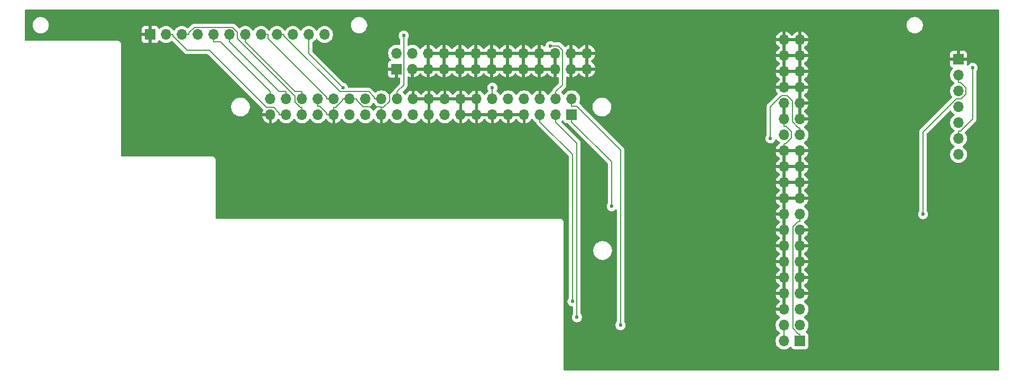
<source format=gbr>
%TF.GenerationSoftware,KiCad,Pcbnew,9.0.0*%
%TF.CreationDate,2025-04-14T10:18:26-04:00*%
%TF.ProjectId,centerPCB,63656e74-6572-4504-9342-2e6b69636164,rev?*%
%TF.SameCoordinates,Original*%
%TF.FileFunction,Copper,L2,Bot*%
%TF.FilePolarity,Positive*%
%FSLAX46Y46*%
G04 Gerber Fmt 4.6, Leading zero omitted, Abs format (unit mm)*
G04 Created by KiCad (PCBNEW 9.0.0) date 2025-04-14 10:18:26*
%MOMM*%
%LPD*%
G01*
G04 APERTURE LIST*
%TA.AperFunction,ComponentPad*%
%ADD10R,1.700000X1.700000*%
%TD*%
%TA.AperFunction,ComponentPad*%
%ADD11O,1.700000X1.700000*%
%TD*%
%TA.AperFunction,ViaPad*%
%ADD12C,0.600000*%
%TD*%
%TA.AperFunction,Conductor*%
%ADD13C,0.200000*%
%TD*%
G04 APERTURE END LIST*
D10*
%TO.P,U2,1,3V3*%
%TO.N,GND*%
X118000000Y-62740000D03*
D11*
%TO.P,U2,2,5V*%
%TO.N,/5v*%
X118000000Y-60200000D03*
%TO.P,U2,3,NC*%
%TO.N,GND*%
X120540000Y-62740000D03*
%TO.P,U2,4,5V*%
%TO.N,/5v*%
X120540000Y-60200000D03*
%TO.P,U2,5,NC*%
%TO.N,GND*%
X123080000Y-62740000D03*
%TO.P,U2,6,GND*%
X123080000Y-60200000D03*
%TO.P,U2,7,NC*%
X125620000Y-62740000D03*
%TO.P,U2,8,NC*%
X125620000Y-60200000D03*
%TO.P,U2,9,GND*%
X128160000Y-62740000D03*
%TO.P,U2,10,NC*%
X128160000Y-60200000D03*
%TO.P,U2,11,NC*%
X130700000Y-62740000D03*
%TO.P,U2,12,NC*%
X130700000Y-60200000D03*
%TO.P,U2,13,NC*%
X133240000Y-62740000D03*
%TO.P,U2,14,GND*%
X133240000Y-60200000D03*
%TO.P,U2,15,NC*%
X135780000Y-62740000D03*
%TO.P,U2,16,NC*%
X135780000Y-60200000D03*
%TO.P,U2,17,3V3*%
X138320000Y-62740000D03*
%TO.P,U2,18,NC*%
X138320000Y-60200000D03*
%TO.P,U2,19,TP_SI*%
X140860000Y-62740000D03*
%TO.P,U2,20,GND*%
X140860000Y-60200000D03*
%TO.P,U2,21,TP_SO*%
X143400000Y-62740000D03*
%TO.P,U2,22,IP_IRQ*%
X143400000Y-60200000D03*
%TO.P,U2,23,TP_SCK*%
X145940000Y-62740000D03*
%TO.P,U2,24,NC*%
X145940000Y-60200000D03*
%TO.P,U2,25,GND*%
X148480000Y-62740000D03*
%TO.P,U2,26,TP_CS*%
X148480000Y-60200000D03*
%TD*%
D10*
%TO.P,U3,1,3V3*%
%TO.N,/3v3*%
X182600000Y-106300000D03*
D11*
%TO.P,U3,2,5V*%
%TO.N,/5v*%
X180060000Y-106300000D03*
%TO.P,U3,3,I2C_SDA_to_MCU*%
%TO.N,/MCU SDA*%
X182600000Y-103760000D03*
%TO.P,U3,4,5V*%
%TO.N,/5v*%
X180060000Y-103760000D03*
%TO.P,U3,5,I2C_SCL_to_MCU*%
%TO.N,/MCU SCL*%
X182600000Y-101220000D03*
%TO.P,U3,6,GND*%
%TO.N,GND*%
X180060000Y-101220000D03*
%TO.P,U3,7,NC*%
X182600000Y-98680000D03*
%TO.P,U3,8,NC*%
X180060000Y-98680000D03*
%TO.P,U3,9,GND*%
X182600000Y-96140000D03*
%TO.P,U3,10,NC*%
X180060000Y-96140000D03*
%TO.P,U3,11,NC*%
X182600000Y-93600000D03*
%TO.P,U3,12,NC*%
X180060000Y-93600000D03*
%TO.P,U3,13,NC*%
X182600000Y-91060000D03*
%TO.P,U3,14,GND*%
X180060000Y-91060000D03*
%TO.P,U3,15,NC*%
X182600000Y-88520000D03*
%TO.P,U3,16,NC*%
X180060000Y-88520000D03*
%TO.P,U3,17,3V3*%
%TO.N,/3v3*%
X182600000Y-85980000D03*
%TO.P,U3,18,NC*%
%TO.N,GND*%
X180060000Y-85980000D03*
%TO.P,U3,19,NC*%
X182600000Y-83440000D03*
%TO.P,U3,20,GND*%
X180060000Y-83440000D03*
%TO.P,U3,21,NC*%
X182600000Y-80900000D03*
%TO.P,U3,22,NC*%
X180060000Y-80900000D03*
%TO.P,U3,23,NC*%
X182600000Y-78360000D03*
%TO.P,U3,24,NC*%
X180060000Y-78360000D03*
%TO.P,U3,25,GND*%
X182600000Y-75820000D03*
%TO.P,U3,26,NC*%
X180060000Y-75820000D03*
%TO.P,U3,27,I2C_SDA_to_EEPROM*%
%TO.N,/EEPROM SDA*%
X182600000Y-73280000D03*
%TO.P,U3,28,I2C_SDL_to_EEPROM*%
%TO.N,/EEPROM SDL*%
X180060000Y-73280000D03*
%TO.P,U3,29,NC*%
%TO.N,GND*%
X182600000Y-70740000D03*
%TO.P,U3,30,GND*%
X180060000Y-70740000D03*
%TO.P,U3,31,NC*%
X182600000Y-68200000D03*
%TO.P,U3,32,NC*%
X180060000Y-68200000D03*
%TO.P,U3,33,NC*%
X182600000Y-65660000D03*
%TO.P,U3,34,GND*%
X180060000Y-65660000D03*
%TO.P,U3,35,NC*%
X182600000Y-63120000D03*
%TO.P,U3,36,NC*%
X180060000Y-63120000D03*
%TO.P,U3,37,NC*%
X182600000Y-60580000D03*
%TO.P,U3,38,NC*%
X180060000Y-60580000D03*
%TO.P,U3,39,GND*%
X182600000Y-58040000D03*
%TO.P,U3,40,NC*%
X180060000Y-58040000D03*
%TD*%
D10*
%TO.P,J2,1,Pin_1*%
%TO.N,GND*%
X78525000Y-57200000D03*
D11*
%TO.P,J2,2,Pin_2*%
%TO.N,/Volume_B*%
X81065000Y-57200000D03*
%TO.P,J2,3,Pin_3*%
%TO.N,/LR_Clk*%
X83605000Y-57200000D03*
%TO.P,J2,4,Pin_4*%
%TO.N,/Volume_A*%
X86145000Y-57200000D03*
%TO.P,J2,5,Pin_5*%
%TO.N,/D_In*%
X88685000Y-57200000D03*
%TO.P,J2,6,Pin_6*%
%TO.N,/Up*%
X91225000Y-57200000D03*
%TO.P,J2,7,Pin_7*%
%TO.N,/Left*%
X93765000Y-57200000D03*
%TO.P,J2,8,Pin_8*%
%TO.N,/Right*%
X96305000Y-57200000D03*
%TO.P,J2,9,Pin_9*%
%TO.N,/Down*%
X98845000Y-57200000D03*
%TO.P,J2,10,Pin_10*%
%TO.N,/Power_LED*%
X101385000Y-57200000D03*
%TO.P,J2,11,Pin_11*%
%TO.N,/Clk*%
X103925000Y-57200000D03*
%TO.P,J2,12,Pin_12*%
%TO.N,/5v*%
X106465000Y-57200000D03*
%TD*%
D10*
%TO.P,J1,1,Pin_1*%
%TO.N,GND*%
X208000000Y-61160000D03*
D11*
%TO.P,J1,2,Pin_2*%
%TO.N,/3v3*%
X208000000Y-63700000D03*
%TO.P,J1,3,Pin_3*%
%TO.N,/Start*%
X208000000Y-66240000D03*
%TO.P,J1,4,Pin_4*%
%TO.N,/2*%
X208000000Y-68780000D03*
%TO.P,J1,5,Pin_5*%
%TO.N,/1*%
X208000000Y-71320000D03*
%TO.P,J1,6,Pin_6*%
%TO.N,/Brightness_B*%
X208000000Y-73860000D03*
%TO.P,J1,7,Pin_7*%
%TO.N,/Brightness_A*%
X208000000Y-76400000D03*
%TD*%
D10*
%TO.P,U1,1,3V3*%
%TO.N,/3v3*%
X146054100Y-70054000D03*
D11*
%TO.P,U1,2,5V*%
%TO.N,/5v*%
X146054100Y-67514000D03*
%TO.P,U1,3,GPIO2*%
%TO.N,/MCU SDA*%
X143514100Y-70054000D03*
%TO.P,U1,4,5V*%
%TO.N,/5v*%
X143514100Y-67514000D03*
%TO.P,U1,5,GPIO3*%
%TO.N,/MCU SCL*%
X140974100Y-70054000D03*
%TO.P,U1,6,GND*%
%TO.N,GND*%
X140974100Y-67514000D03*
%TO.P,U1,7,GPIO4*%
X138434100Y-70054000D03*
%TO.P,U1,8,GPIO14*%
%TO.N,/Brightness_B*%
X138434100Y-67514000D03*
%TO.P,U1,9,GND*%
%TO.N,GND*%
X135894100Y-70054000D03*
%TO.P,U1,10,GPIO15*%
%TO.N,/Volume_A*%
X135894100Y-67514000D03*
%TO.P,U1,11,GPIO17*%
%TO.N,GND*%
X133354100Y-70054000D03*
%TO.P,U1,12,GPIO18*%
%TO.N,/Clk*%
X133354100Y-67514000D03*
%TO.P,U1,13,GPIO27*%
%TO.N,GND*%
X130814100Y-70054000D03*
%TO.P,U1,14,GND*%
X130814100Y-67514000D03*
%TO.P,U1,15,GPIO22*%
X128274100Y-70054000D03*
%TO.P,U1,16,GPIO23*%
X128274100Y-67514000D03*
%TO.P,U1,17,3V3*%
%TO.N,/3v3*%
X125734100Y-70054000D03*
%TO.P,U1,18,GPIO24*%
%TO.N,GND*%
X125734100Y-67514000D03*
%TO.P,U1,19,GPIO10*%
X123194100Y-70054000D03*
%TO.P,U1,20,GND*%
X123194100Y-67514000D03*
%TO.P,U1,21,GPIO9*%
%TO.N,/Start*%
X120654100Y-70054000D03*
%TO.P,U1,22,GPIO25*%
%TO.N,GND*%
X120654100Y-67514000D03*
%TO.P,U1,23,GPIO11*%
%TO.N,/2*%
X118114100Y-70054000D03*
%TO.P,U1,24,GPIO8*%
%TO.N,/Power_LED*%
X118114100Y-67514000D03*
%TO.P,U1,25,GND*%
%TO.N,GND*%
X115574100Y-70054000D03*
%TO.P,U1,26,GPIO7*%
%TO.N,/Down*%
X115574100Y-67514000D03*
%TO.P,U1,27,ID_SD*%
%TO.N,/EEPROM SDA*%
X113034100Y-70054000D03*
%TO.P,U1,28,ID_SC*%
%TO.N,/EEPROM SDL*%
X113034100Y-67514000D03*
%TO.P,U1,29,GPIO5*%
%TO.N,/1*%
X110494100Y-70054000D03*
%TO.P,U1,30,GND*%
%TO.N,GND*%
X110494100Y-67514000D03*
%TO.P,U1,31,GPIO6*%
X107954100Y-70054000D03*
%TO.P,U1,32,GPIO12*%
%TO.N,/Right*%
X107954100Y-67514000D03*
%TO.P,U1,33,GPIO13*%
%TO.N,/Brightness_A*%
X105414100Y-70054000D03*
%TO.P,U1,34,GND*%
%TO.N,GND*%
X105414100Y-67514000D03*
%TO.P,U1,35,GPIO19*%
%TO.N,/LR_Clk*%
X102874100Y-70054000D03*
%TO.P,U1,36,GPIO16*%
%TO.N,/Left*%
X102874100Y-67514000D03*
%TO.P,U1,37,GPIO26*%
%TO.N,/Volume_B*%
X100334100Y-70054000D03*
%TO.P,U1,38,GPIO20*%
%TO.N,/Up*%
X100334100Y-67514000D03*
%TO.P,U1,39,GND*%
%TO.N,GND*%
X97794100Y-70054000D03*
%TO.P,U1,40,GPIO21*%
%TO.N,/D_In*%
X97794100Y-67514000D03*
%TD*%
D12*
%TO.N,/3v3*%
X202316900Y-85980000D03*
X152451000Y-84710000D03*
%TO.N,/Power_LED*%
X119156400Y-57377900D03*
%TO.N,/5v*%
X142637400Y-59040800D03*
X153862200Y-103760000D03*
%TO.N,/EEPROM SDA*%
X177877000Y-73857500D03*
%TO.N,/MCU SDA*%
X146887100Y-102490000D03*
%TO.N,/MCU SCL*%
X146175900Y-99968700D03*
%TO.N,/Clk*%
X109405300Y-65718700D03*
X133354100Y-65718700D03*
%TO.N,/Brightness_B*%
X210270800Y-62541700D03*
%TD*%
D13*
%TO.N,GND*%
X145940000Y-60200000D02*
X145940000Y-62740000D01*
X105682600Y-68665700D02*
X106802400Y-69785500D01*
X180060000Y-98680000D02*
X180060000Y-101220000D01*
X182600000Y-63120000D02*
X182600000Y-65660000D01*
X180060000Y-80900000D02*
X180060000Y-83440000D01*
X140974100Y-67514000D02*
X140974100Y-64005800D01*
X180060000Y-93600000D02*
X180060000Y-96140000D01*
X118000000Y-62740000D02*
X118000000Y-63891700D01*
X115454300Y-68784000D02*
X112647300Y-68784000D01*
X180060000Y-75244100D02*
X180060000Y-75820000D01*
X180060000Y-88520000D02*
X180060000Y-91060000D01*
X123194100Y-70054000D02*
X123194100Y-67514000D01*
X180060000Y-91060000D02*
X180060000Y-93600000D01*
X130814100Y-67514000D02*
X130814100Y-70054000D01*
X110494100Y-67514000D02*
X111645800Y-67514000D01*
X115574100Y-68903800D02*
X115574100Y-68902300D01*
X140974100Y-64005800D02*
X140860000Y-63891700D01*
X180060000Y-85980000D02*
X180060000Y-88520000D01*
X143400000Y-60200000D02*
X143400000Y-62740000D01*
X112647300Y-68784000D02*
X111645800Y-67782500D01*
X180060000Y-63120000D02*
X180060000Y-65660000D01*
X123194100Y-67514000D02*
X123194100Y-64005800D01*
X123194100Y-64005800D02*
X123080000Y-63891700D01*
X182600000Y-58040000D02*
X182600000Y-60580000D01*
X115862100Y-68902300D02*
X116848300Y-67916100D01*
X108222600Y-68902300D02*
X109342400Y-67782500D01*
X180060000Y-75244100D02*
X180060000Y-74668300D01*
X123080000Y-60200000D02*
X123080000Y-62740000D01*
X180060000Y-83440000D02*
X180060000Y-85980000D01*
X180328500Y-74668300D02*
X180060000Y-74668300D01*
X180060000Y-71891700D02*
X180347900Y-71891700D01*
X181250600Y-73746200D02*
X180328500Y-74668300D01*
X123080000Y-62740000D02*
X123080000Y-63891700D01*
X182600000Y-60580000D02*
X182600000Y-63120000D01*
X107954100Y-68902300D02*
X108222600Y-68902300D01*
X180060000Y-58040000D02*
X180060000Y-60580000D01*
X110494100Y-67514000D02*
X109342400Y-67514000D01*
X115574100Y-68902300D02*
X115862100Y-68902300D01*
X148480000Y-62740000D02*
X148480000Y-60200000D01*
X107378300Y-70054000D02*
X106802400Y-70054000D01*
X180060000Y-75820000D02*
X180060000Y-78360000D01*
X125620000Y-60200000D02*
X125620000Y-62740000D01*
X180347900Y-71891700D02*
X181250600Y-72794400D01*
X115574100Y-68903800D02*
X115454300Y-68784000D01*
X106802400Y-69785500D02*
X106802400Y-70054000D01*
X115574100Y-69003100D02*
X115574100Y-68903800D01*
X107378300Y-70054000D02*
X107954100Y-70054000D01*
X115574100Y-70054000D02*
X115574100Y-69003100D01*
X180060000Y-96140000D02*
X180060000Y-98680000D01*
X105414100Y-67514000D02*
X105414100Y-68665700D01*
X109342400Y-67782500D02*
X109342400Y-67514000D01*
X180060000Y-68200000D02*
X180060000Y-70740000D01*
X180060000Y-70740000D02*
X180060000Y-71891700D01*
X140860000Y-62740000D02*
X140860000Y-63891700D01*
X180060000Y-78360000D02*
X180060000Y-80900000D01*
X116848300Y-67916100D02*
X116848300Y-65043400D01*
X116848300Y-65043400D02*
X118000000Y-63891700D01*
X130700000Y-60200000D02*
X130700000Y-62740000D01*
X181250600Y-72794400D02*
X181250600Y-73746200D01*
X105414100Y-68665700D02*
X105682600Y-68665700D01*
X111645800Y-67782500D02*
X111645800Y-67514000D01*
X180060000Y-60580000D02*
X180060000Y-63120000D01*
X135780000Y-60200000D02*
X135780000Y-62740000D01*
X182600000Y-65660000D02*
X182600000Y-68200000D01*
X107954100Y-70054000D02*
X107954100Y-68902300D01*
%TO.N,/3v3*%
X209191900Y-65755700D02*
X209191900Y-66706200D01*
X182600000Y-85980000D02*
X182600000Y-87131700D01*
X146054100Y-71205700D02*
X152451000Y-77602600D01*
X146054100Y-70054000D02*
X146054100Y-71205700D01*
X207618900Y-67510000D02*
X202316900Y-72812000D01*
X202316900Y-72812000D02*
X202316900Y-85980000D01*
X208000000Y-64851700D02*
X208287900Y-64851700D01*
X182312100Y-87131700D02*
X181448300Y-87995500D01*
X209191900Y-66706200D02*
X208388100Y-67510000D01*
X182600000Y-106300000D02*
X182600000Y-105148300D01*
X208000000Y-63700000D02*
X208000000Y-64851700D01*
X208388100Y-67510000D02*
X207618900Y-67510000D01*
X181448300Y-87995500D02*
X181448300Y-104284600D01*
X182312000Y-105148300D02*
X182600000Y-105148300D01*
X182600000Y-87131700D02*
X182312100Y-87131700D01*
X208287900Y-64851700D02*
X209191900Y-65755700D01*
X181448300Y-104284600D02*
X182312000Y-105148300D01*
X152451000Y-77602600D02*
X152451000Y-84710000D01*
%TO.N,/Power_LED*%
X118114100Y-66362300D02*
X119156400Y-65320000D01*
X118114100Y-67514000D02*
X118114100Y-66362300D01*
X119156400Y-65320000D02*
X119156400Y-57377900D01*
%TO.N,/Up*%
X91225000Y-57200000D02*
X91225000Y-58351700D01*
X100334100Y-67514000D02*
X100334100Y-66362300D01*
X100334100Y-66362300D02*
X99235600Y-66362300D01*
X99235600Y-66362300D02*
X91225000Y-58351700D01*
%TO.N,/5v*%
X144574900Y-65301500D02*
X144574900Y-59703300D01*
X144574900Y-59703300D02*
X143912400Y-59040800D01*
X143514100Y-66362300D02*
X144574900Y-65301500D01*
X146054100Y-67514000D02*
X146054100Y-68665700D01*
X143514100Y-67514000D02*
X143514100Y-66362300D01*
X153862200Y-75682000D02*
X153862200Y-103760000D01*
X146845900Y-68665700D02*
X153862200Y-75682000D01*
X146054100Y-68665700D02*
X146845900Y-68665700D01*
X143912400Y-59040800D02*
X142637400Y-59040800D01*
X180060000Y-103760000D02*
X180060000Y-106300000D01*
%TO.N,/Right*%
X107954100Y-67514000D02*
X106802400Y-67514000D01*
X96305000Y-57200000D02*
X97456700Y-57200000D01*
X106802400Y-67514000D02*
X106802400Y-67226000D01*
X97456700Y-57880300D02*
X97456700Y-57200000D01*
X106802400Y-67226000D02*
X97456700Y-57880300D01*
%TO.N,/Down*%
X98845000Y-57200000D02*
X99996700Y-57200000D01*
X108890500Y-66362300D02*
X99996700Y-57468500D01*
X113558700Y-66362300D02*
X108890500Y-66362300D01*
X115574100Y-67514000D02*
X114422400Y-67514000D01*
X114422400Y-67514000D02*
X114422400Y-67226000D01*
X114422400Y-67226000D02*
X113558700Y-66362300D01*
X99996700Y-57468500D02*
X99996700Y-57200000D01*
%TO.N,/LR_Clk*%
X102874100Y-70054000D02*
X102874100Y-68902300D01*
X83605000Y-57200000D02*
X84756700Y-57200000D01*
X92495000Y-56814200D02*
X91724600Y-56043800D01*
X101722400Y-67123200D02*
X92495000Y-57895800D01*
X101722400Y-68038600D02*
X101722400Y-67123200D01*
X85644400Y-56043800D02*
X84756700Y-56931500D01*
X102586100Y-68902300D02*
X101722400Y-68038600D01*
X91724600Y-56043800D02*
X85644400Y-56043800D01*
X102874100Y-68902300D02*
X102586100Y-68902300D01*
X92495000Y-57895800D02*
X92495000Y-56814200D01*
X84756700Y-56931500D02*
X84756700Y-57200000D01*
%TO.N,/D_In*%
X89783500Y-58351700D02*
X88685000Y-58351700D01*
X97794100Y-66362300D02*
X89783500Y-58351700D01*
X88685000Y-57200000D02*
X88685000Y-58351700D01*
X97794100Y-67514000D02*
X97794100Y-66362300D01*
%TO.N,/Left*%
X102874100Y-66362300D02*
X101775600Y-66362300D01*
X93765000Y-57200000D02*
X93765000Y-58351700D01*
X101775600Y-66362300D02*
X93765000Y-58351700D01*
X102874100Y-67514000D02*
X102874100Y-66362300D01*
%TO.N,/EEPROM SDA*%
X181386200Y-71183000D02*
X182331500Y-72128300D01*
X177877000Y-68741300D02*
X179591500Y-67026800D01*
X182600000Y-73280000D02*
X182600000Y-72128300D01*
X182331500Y-72128300D02*
X182600000Y-72128300D01*
X179591500Y-67026800D02*
X180544600Y-67026800D01*
X180544600Y-67026800D02*
X181386200Y-67868400D01*
X181386200Y-67868400D02*
X181386200Y-71183000D01*
X177877000Y-73857500D02*
X177877000Y-68741300D01*
%TO.N,/MCU SDA*%
X146887100Y-74578700D02*
X146887100Y-102490000D01*
X143514100Y-71205700D02*
X146887100Y-74578700D01*
X143514100Y-70054000D02*
X143514100Y-71205700D01*
%TO.N,/MCU SCL*%
X140974100Y-71205700D02*
X146175900Y-76407500D01*
X140974100Y-70054000D02*
X140974100Y-71205700D01*
X146175900Y-76407500D02*
X146175900Y-99968700D01*
%TO.N,/Clk*%
X103925000Y-57200000D02*
X103925000Y-60238400D01*
X133354100Y-67514000D02*
X133354100Y-65718700D01*
X103925000Y-60238400D02*
X109405300Y-65718700D01*
%TO.N,/Volume_B*%
X82216700Y-57468500D02*
X82216700Y-57200000D01*
X81065000Y-57200000D02*
X82216700Y-57200000D01*
X97156100Y-68902300D02*
X87990600Y-59736800D01*
X99182400Y-70054000D02*
X99182400Y-69766000D01*
X99182400Y-69766000D02*
X98318700Y-68902300D01*
X84485000Y-59736800D02*
X82216700Y-57468500D01*
X98318700Y-68902300D02*
X97156100Y-68902300D01*
X87990600Y-59736800D02*
X84485000Y-59736800D01*
X100334100Y-70054000D02*
X99182400Y-70054000D01*
%TO.N,/Brightness_B*%
X210270800Y-70725400D02*
X210270800Y-62541700D01*
X208287900Y-72708300D02*
X210270800Y-70725400D01*
X208000000Y-73860000D02*
X208000000Y-72708300D01*
X208000000Y-72708300D02*
X208287900Y-72708300D01*
%TD*%
%TA.AperFunction,Conductor*%
%TO.N,GND*%
G36*
X180310000Y-100786988D02*
G01*
X180252993Y-100754075D01*
X180125826Y-100720000D01*
X179994174Y-100720000D01*
X179867007Y-100754075D01*
X179810000Y-100786988D01*
X179810000Y-99113012D01*
X179867007Y-99145925D01*
X179994174Y-99180000D01*
X180125826Y-99180000D01*
X180252993Y-99145925D01*
X180310000Y-99113012D01*
X180310000Y-100786988D01*
G37*
%TD.AperFunction*%
%TA.AperFunction,Conductor*%
G36*
X180790839Y-98449685D02*
G01*
X180836594Y-98502489D01*
X180847800Y-98554000D01*
X180847800Y-98806000D01*
X180828115Y-98873039D01*
X180775311Y-98918794D01*
X180723800Y-98930000D01*
X180493012Y-98930000D01*
X180525925Y-98872993D01*
X180560000Y-98745826D01*
X180560000Y-98614174D01*
X180525925Y-98487007D01*
X180493012Y-98430000D01*
X180723800Y-98430000D01*
X180790839Y-98449685D01*
G37*
%TD.AperFunction*%
%TA.AperFunction,Conductor*%
G36*
X182134075Y-98487007D02*
G01*
X182100000Y-98614174D01*
X182100000Y-98745826D01*
X182134075Y-98872993D01*
X182165801Y-98927945D01*
X182105761Y-98910315D01*
X182060006Y-98857511D01*
X182048800Y-98806000D01*
X182048800Y-98554000D01*
X182068485Y-98486961D01*
X182121289Y-98441206D01*
X182166153Y-98431445D01*
X182134075Y-98487007D01*
G37*
%TD.AperFunction*%
%TA.AperFunction,Conductor*%
G36*
X180310000Y-98246988D02*
G01*
X180252993Y-98214075D01*
X180125826Y-98180000D01*
X179994174Y-98180000D01*
X179867007Y-98214075D01*
X179810000Y-98246988D01*
X179810000Y-96573012D01*
X179867007Y-96605925D01*
X179994174Y-96640000D01*
X180125826Y-96640000D01*
X180252993Y-96605925D01*
X180310000Y-96573012D01*
X180310000Y-98246988D01*
G37*
%TD.AperFunction*%
%TA.AperFunction,Conductor*%
G36*
X182850000Y-98246988D02*
G01*
X182792993Y-98214075D01*
X182665826Y-98180000D01*
X182534174Y-98180000D01*
X182407007Y-98214075D01*
X182350000Y-98246988D01*
X182350000Y-96573012D01*
X182407007Y-96605925D01*
X182534174Y-96640000D01*
X182665826Y-96640000D01*
X182792993Y-96605925D01*
X182850000Y-96573012D01*
X182850000Y-98246988D01*
G37*
%TD.AperFunction*%
%TA.AperFunction,Conductor*%
G36*
X180790839Y-95909685D02*
G01*
X180836594Y-95962489D01*
X180847800Y-96014000D01*
X180847800Y-96266000D01*
X180828115Y-96333039D01*
X180775311Y-96378794D01*
X180723800Y-96390000D01*
X180493012Y-96390000D01*
X180525925Y-96332993D01*
X180560000Y-96205826D01*
X180560000Y-96074174D01*
X180525925Y-95947007D01*
X180493012Y-95890000D01*
X180723800Y-95890000D01*
X180790839Y-95909685D01*
G37*
%TD.AperFunction*%
%TA.AperFunction,Conductor*%
G36*
X182134075Y-95947007D02*
G01*
X182100000Y-96074174D01*
X182100000Y-96205826D01*
X182134075Y-96332993D01*
X182165801Y-96387945D01*
X182105761Y-96370315D01*
X182060006Y-96317511D01*
X182048800Y-96266000D01*
X182048800Y-96014000D01*
X182068485Y-95946961D01*
X182121289Y-95901206D01*
X182166153Y-95891445D01*
X182134075Y-95947007D01*
G37*
%TD.AperFunction*%
%TA.AperFunction,Conductor*%
G36*
X180310000Y-95706988D02*
G01*
X180252993Y-95674075D01*
X180125826Y-95640000D01*
X179994174Y-95640000D01*
X179867007Y-95674075D01*
X179810000Y-95706988D01*
X179810000Y-94033012D01*
X179867007Y-94065925D01*
X179994174Y-94100000D01*
X180125826Y-94100000D01*
X180252993Y-94065925D01*
X180310000Y-94033012D01*
X180310000Y-95706988D01*
G37*
%TD.AperFunction*%
%TA.AperFunction,Conductor*%
G36*
X182850000Y-95706988D02*
G01*
X182792993Y-95674075D01*
X182665826Y-95640000D01*
X182534174Y-95640000D01*
X182407007Y-95674075D01*
X182350000Y-95706988D01*
X182350000Y-94033012D01*
X182407007Y-94065925D01*
X182534174Y-94100000D01*
X182665826Y-94100000D01*
X182792993Y-94065925D01*
X182850000Y-94033012D01*
X182850000Y-95706988D01*
G37*
%TD.AperFunction*%
%TA.AperFunction,Conductor*%
G36*
X180790839Y-93369685D02*
G01*
X180836594Y-93422489D01*
X180847800Y-93474000D01*
X180847800Y-93726000D01*
X180828115Y-93793039D01*
X180775311Y-93838794D01*
X180723800Y-93850000D01*
X180493012Y-93850000D01*
X180525925Y-93792993D01*
X180560000Y-93665826D01*
X180560000Y-93534174D01*
X180525925Y-93407007D01*
X180493012Y-93350000D01*
X180723800Y-93350000D01*
X180790839Y-93369685D01*
G37*
%TD.AperFunction*%
%TA.AperFunction,Conductor*%
G36*
X182134075Y-93407007D02*
G01*
X182100000Y-93534174D01*
X182100000Y-93665826D01*
X182134075Y-93792993D01*
X182165801Y-93847945D01*
X182105761Y-93830315D01*
X182060006Y-93777511D01*
X182048800Y-93726000D01*
X182048800Y-93474000D01*
X182068485Y-93406961D01*
X182121289Y-93361206D01*
X182166153Y-93351445D01*
X182134075Y-93407007D01*
G37*
%TD.AperFunction*%
%TA.AperFunction,Conductor*%
G36*
X180310000Y-93166988D02*
G01*
X180252993Y-93134075D01*
X180125826Y-93100000D01*
X179994174Y-93100000D01*
X179867007Y-93134075D01*
X179810000Y-93166988D01*
X179810000Y-91493012D01*
X179867007Y-91525925D01*
X179994174Y-91560000D01*
X180125826Y-91560000D01*
X180252993Y-91525925D01*
X180310000Y-91493012D01*
X180310000Y-93166988D01*
G37*
%TD.AperFunction*%
%TA.AperFunction,Conductor*%
G36*
X182850000Y-93166988D02*
G01*
X182792993Y-93134075D01*
X182665826Y-93100000D01*
X182534174Y-93100000D01*
X182407007Y-93134075D01*
X182350000Y-93166988D01*
X182350000Y-91493012D01*
X182407007Y-91525925D01*
X182534174Y-91560000D01*
X182665826Y-91560000D01*
X182792993Y-91525925D01*
X182850000Y-91493012D01*
X182850000Y-93166988D01*
G37*
%TD.AperFunction*%
%TA.AperFunction,Conductor*%
G36*
X180790839Y-90829685D02*
G01*
X180836594Y-90882489D01*
X180847800Y-90934000D01*
X180847800Y-91186000D01*
X180828115Y-91253039D01*
X180775311Y-91298794D01*
X180723800Y-91310000D01*
X180493012Y-91310000D01*
X180525925Y-91252993D01*
X180560000Y-91125826D01*
X180560000Y-90994174D01*
X180525925Y-90867007D01*
X180493012Y-90810000D01*
X180723800Y-90810000D01*
X180790839Y-90829685D01*
G37*
%TD.AperFunction*%
%TA.AperFunction,Conductor*%
G36*
X182134075Y-90867007D02*
G01*
X182100000Y-90994174D01*
X182100000Y-91125826D01*
X182134075Y-91252993D01*
X182165801Y-91307945D01*
X182105761Y-91290315D01*
X182060006Y-91237511D01*
X182048800Y-91186000D01*
X182048800Y-90934000D01*
X182068485Y-90866961D01*
X182121289Y-90821206D01*
X182166153Y-90811445D01*
X182134075Y-90867007D01*
G37*
%TD.AperFunction*%
%TA.AperFunction,Conductor*%
G36*
X180310000Y-90626988D02*
G01*
X180252993Y-90594075D01*
X180125826Y-90560000D01*
X179994174Y-90560000D01*
X179867007Y-90594075D01*
X179810000Y-90626988D01*
X179810000Y-88953012D01*
X179867007Y-88985925D01*
X179994174Y-89020000D01*
X180125826Y-89020000D01*
X180252993Y-88985925D01*
X180310000Y-88953012D01*
X180310000Y-90626988D01*
G37*
%TD.AperFunction*%
%TA.AperFunction,Conductor*%
G36*
X182850000Y-90626988D02*
G01*
X182792993Y-90594075D01*
X182665826Y-90560000D01*
X182534174Y-90560000D01*
X182407007Y-90594075D01*
X182350000Y-90626988D01*
X182350000Y-88953012D01*
X182407007Y-88985925D01*
X182534174Y-89020000D01*
X182665826Y-89020000D01*
X182792993Y-88985925D01*
X182850000Y-88953012D01*
X182850000Y-90626988D01*
G37*
%TD.AperFunction*%
%TA.AperFunction,Conductor*%
G36*
X180790839Y-88289685D02*
G01*
X180836594Y-88342489D01*
X180847800Y-88394000D01*
X180847800Y-88646000D01*
X180828115Y-88713039D01*
X180775311Y-88758794D01*
X180723800Y-88770000D01*
X180493012Y-88770000D01*
X180525925Y-88712993D01*
X180560000Y-88585826D01*
X180560000Y-88454174D01*
X180525925Y-88327007D01*
X180493012Y-88270000D01*
X180723800Y-88270000D01*
X180790839Y-88289685D01*
G37*
%TD.AperFunction*%
%TA.AperFunction,Conductor*%
G36*
X182134075Y-88327007D02*
G01*
X182100000Y-88454174D01*
X182100000Y-88585826D01*
X182134075Y-88712993D01*
X182165801Y-88767945D01*
X182105761Y-88750315D01*
X182060006Y-88697511D01*
X182048800Y-88646000D01*
X182048800Y-88394000D01*
X182068485Y-88326961D01*
X182121289Y-88281206D01*
X182166153Y-88271445D01*
X182134075Y-88327007D01*
G37*
%TD.AperFunction*%
%TA.AperFunction,Conductor*%
G36*
X180310000Y-88086988D02*
G01*
X180252993Y-88054075D01*
X180125826Y-88020000D01*
X179994174Y-88020000D01*
X179867007Y-88054075D01*
X179810000Y-88086988D01*
X179810000Y-86413012D01*
X179867007Y-86445925D01*
X179994174Y-86480000D01*
X180125826Y-86480000D01*
X180252993Y-86445925D01*
X180310000Y-86413012D01*
X180310000Y-88086988D01*
G37*
%TD.AperFunction*%
%TA.AperFunction,Conductor*%
G36*
X180310000Y-85546988D02*
G01*
X180252993Y-85514075D01*
X180125826Y-85480000D01*
X179994174Y-85480000D01*
X179867007Y-85514075D01*
X179810000Y-85546988D01*
X179810000Y-83873012D01*
X179867007Y-83905925D01*
X179994174Y-83940000D01*
X180125826Y-83940000D01*
X180252993Y-83905925D01*
X180310000Y-83873012D01*
X180310000Y-85546988D01*
G37*
%TD.AperFunction*%
%TA.AperFunction,Conductor*%
G36*
X182134075Y-83247007D02*
G01*
X182100000Y-83374174D01*
X182100000Y-83505826D01*
X182134075Y-83632993D01*
X182166988Y-83690000D01*
X180493012Y-83690000D01*
X180525925Y-83632993D01*
X180560000Y-83505826D01*
X180560000Y-83374174D01*
X180525925Y-83247007D01*
X180493012Y-83190000D01*
X182166988Y-83190000D01*
X182134075Y-83247007D01*
G37*
%TD.AperFunction*%
%TA.AperFunction,Conductor*%
G36*
X180310000Y-83006988D02*
G01*
X180252993Y-82974075D01*
X180125826Y-82940000D01*
X179994174Y-82940000D01*
X179867007Y-82974075D01*
X179810000Y-83006988D01*
X179810000Y-81333012D01*
X179867007Y-81365925D01*
X179994174Y-81400000D01*
X180125826Y-81400000D01*
X180252993Y-81365925D01*
X180310000Y-81333012D01*
X180310000Y-83006988D01*
G37*
%TD.AperFunction*%
%TA.AperFunction,Conductor*%
G36*
X182850000Y-83006988D02*
G01*
X182792993Y-82974075D01*
X182665826Y-82940000D01*
X182534174Y-82940000D01*
X182407007Y-82974075D01*
X182350000Y-83006988D01*
X182350000Y-81333012D01*
X182407007Y-81365925D01*
X182534174Y-81400000D01*
X182665826Y-81400000D01*
X182792993Y-81365925D01*
X182850000Y-81333012D01*
X182850000Y-83006988D01*
G37*
%TD.AperFunction*%
%TA.AperFunction,Conductor*%
G36*
X182134075Y-80707007D02*
G01*
X182100000Y-80834174D01*
X182100000Y-80965826D01*
X182134075Y-81092993D01*
X182166988Y-81150000D01*
X180493012Y-81150000D01*
X180525925Y-81092993D01*
X180560000Y-80965826D01*
X180560000Y-80834174D01*
X180525925Y-80707007D01*
X180493012Y-80650000D01*
X182166988Y-80650000D01*
X182134075Y-80707007D01*
G37*
%TD.AperFunction*%
%TA.AperFunction,Conductor*%
G36*
X180310000Y-80466988D02*
G01*
X180252993Y-80434075D01*
X180125826Y-80400000D01*
X179994174Y-80400000D01*
X179867007Y-80434075D01*
X179810000Y-80466988D01*
X179810000Y-78793012D01*
X179867007Y-78825925D01*
X179994174Y-78860000D01*
X180125826Y-78860000D01*
X180252993Y-78825925D01*
X180310000Y-78793012D01*
X180310000Y-80466988D01*
G37*
%TD.AperFunction*%
%TA.AperFunction,Conductor*%
G36*
X182850000Y-80466988D02*
G01*
X182792993Y-80434075D01*
X182665826Y-80400000D01*
X182534174Y-80400000D01*
X182407007Y-80434075D01*
X182350000Y-80466988D01*
X182350000Y-78793012D01*
X182407007Y-78825925D01*
X182534174Y-78860000D01*
X182665826Y-78860000D01*
X182792993Y-78825925D01*
X182850000Y-78793012D01*
X182850000Y-80466988D01*
G37*
%TD.AperFunction*%
%TA.AperFunction,Conductor*%
G36*
X182134075Y-78167007D02*
G01*
X182100000Y-78294174D01*
X182100000Y-78425826D01*
X182134075Y-78552993D01*
X182166988Y-78610000D01*
X180493012Y-78610000D01*
X180525925Y-78552993D01*
X180560000Y-78425826D01*
X180560000Y-78294174D01*
X180525925Y-78167007D01*
X180493012Y-78110000D01*
X182166988Y-78110000D01*
X182134075Y-78167007D01*
G37*
%TD.AperFunction*%
%TA.AperFunction,Conductor*%
G36*
X180310000Y-77926988D02*
G01*
X180252993Y-77894075D01*
X180125826Y-77860000D01*
X179994174Y-77860000D01*
X179867007Y-77894075D01*
X179810000Y-77926988D01*
X179810000Y-76253012D01*
X179867007Y-76285925D01*
X179994174Y-76320000D01*
X180125826Y-76320000D01*
X180252993Y-76285925D01*
X180310000Y-76253012D01*
X180310000Y-77926988D01*
G37*
%TD.AperFunction*%
%TA.AperFunction,Conductor*%
G36*
X182850000Y-77926988D02*
G01*
X182792993Y-77894075D01*
X182665826Y-77860000D01*
X182534174Y-77860000D01*
X182407007Y-77894075D01*
X182350000Y-77926988D01*
X182350000Y-76253012D01*
X182407007Y-76285925D01*
X182534174Y-76320000D01*
X182665826Y-76320000D01*
X182792993Y-76285925D01*
X182850000Y-76253012D01*
X182850000Y-77926988D01*
G37*
%TD.AperFunction*%
%TA.AperFunction,Conductor*%
G36*
X182134075Y-75627007D02*
G01*
X182100000Y-75754174D01*
X182100000Y-75885826D01*
X182134075Y-76012993D01*
X182166988Y-76070000D01*
X180493012Y-76070000D01*
X180525925Y-76012993D01*
X180560000Y-75885826D01*
X180560000Y-75754174D01*
X180525925Y-75627007D01*
X180493012Y-75570000D01*
X182166988Y-75570000D01*
X182134075Y-75627007D01*
G37*
%TD.AperFunction*%
%TA.AperFunction,Conductor*%
G36*
X180728739Y-70509685D02*
G01*
X180774494Y-70562489D01*
X180785700Y-70614000D01*
X180785700Y-70866000D01*
X180766015Y-70933039D01*
X180713211Y-70978794D01*
X180661700Y-70990000D01*
X180493012Y-70990000D01*
X180525925Y-70932993D01*
X180560000Y-70805826D01*
X180560000Y-70674174D01*
X180525925Y-70547007D01*
X180493012Y-70490000D01*
X180661700Y-70490000D01*
X180728739Y-70509685D01*
G37*
%TD.AperFunction*%
%TA.AperFunction,Conductor*%
G36*
X182134075Y-70547007D02*
G01*
X182100000Y-70674174D01*
X182100000Y-70805826D01*
X182134075Y-70932993D01*
X182166988Y-70990000D01*
X182110700Y-70990000D01*
X182043661Y-70970315D01*
X181997906Y-70917511D01*
X181986700Y-70866000D01*
X181986700Y-70614000D01*
X182006385Y-70546961D01*
X182059189Y-70501206D01*
X182110700Y-70490000D01*
X182166988Y-70490000D01*
X182134075Y-70547007D01*
G37*
%TD.AperFunction*%
%TA.AperFunction,Conductor*%
G36*
X180310000Y-70306988D02*
G01*
X180252993Y-70274075D01*
X180125826Y-70240000D01*
X179994174Y-70240000D01*
X179867007Y-70274075D01*
X179810000Y-70306988D01*
X179810000Y-68633012D01*
X179867007Y-68665925D01*
X179994174Y-68700000D01*
X180125826Y-68700000D01*
X180252993Y-68665925D01*
X180310000Y-68633012D01*
X180310000Y-70306988D01*
G37*
%TD.AperFunction*%
%TA.AperFunction,Conductor*%
G36*
X182850000Y-70306988D02*
G01*
X182792993Y-70274075D01*
X182665826Y-70240000D01*
X182534174Y-70240000D01*
X182407007Y-70274075D01*
X182350000Y-70306988D01*
X182350000Y-68633012D01*
X182407007Y-68665925D01*
X182534174Y-68700000D01*
X182665826Y-68700000D01*
X182792993Y-68665925D01*
X182850000Y-68633012D01*
X182850000Y-70306988D01*
G37*
%TD.AperFunction*%
%TA.AperFunction,Conductor*%
G36*
X180596643Y-67958644D02*
G01*
X180626630Y-67965168D01*
X180631645Y-67968922D01*
X180634242Y-67969685D01*
X180654884Y-67986319D01*
X180749381Y-68080816D01*
X180782866Y-68142139D01*
X180785700Y-68168497D01*
X180785700Y-68326000D01*
X180766015Y-68393039D01*
X180713211Y-68438794D01*
X180661700Y-68450000D01*
X180493012Y-68450000D01*
X180525925Y-68392993D01*
X180560000Y-68265826D01*
X180560000Y-68134174D01*
X180525925Y-68007007D01*
X180493012Y-67950000D01*
X180567203Y-67950000D01*
X180596643Y-67958644D01*
G37*
%TD.AperFunction*%
%TA.AperFunction,Conductor*%
G36*
X182134075Y-68007007D02*
G01*
X182100000Y-68134174D01*
X182100000Y-68265826D01*
X182134075Y-68392993D01*
X182166988Y-68450000D01*
X182110700Y-68450000D01*
X182043661Y-68430315D01*
X181997906Y-68377511D01*
X181986700Y-68326000D01*
X181986700Y-68074000D01*
X182006385Y-68006961D01*
X182059189Y-67961206D01*
X182110700Y-67950000D01*
X182166988Y-67950000D01*
X182134075Y-68007007D01*
G37*
%TD.AperFunction*%
%TA.AperFunction,Conductor*%
G36*
X180253039Y-67646985D02*
G01*
X180298794Y-67699789D01*
X180310000Y-67751300D01*
X180310000Y-67766988D01*
X180252993Y-67734075D01*
X180125826Y-67700000D01*
X179994174Y-67700000D01*
X179867007Y-67734075D01*
X179810000Y-67766988D01*
X179810000Y-67751300D01*
X179829685Y-67684261D01*
X179882489Y-67638506D01*
X179934000Y-67627300D01*
X180186000Y-67627300D01*
X180253039Y-67646985D01*
G37*
%TD.AperFunction*%
%TA.AperFunction,Conductor*%
G36*
X182850000Y-67766988D02*
G01*
X182792993Y-67734075D01*
X182665826Y-67700000D01*
X182534174Y-67700000D01*
X182407007Y-67734075D01*
X182350000Y-67766988D01*
X182350000Y-66093012D01*
X182407007Y-66125925D01*
X182534174Y-66160000D01*
X182665826Y-66160000D01*
X182792993Y-66125925D01*
X182850000Y-66093012D01*
X182850000Y-67766988D01*
G37*
%TD.AperFunction*%
%TA.AperFunction,Conductor*%
G36*
X180310000Y-66302300D02*
G01*
X180290315Y-66369339D01*
X180237511Y-66415094D01*
X180186000Y-66426300D01*
X179934000Y-66426300D01*
X179866961Y-66406615D01*
X179821206Y-66353811D01*
X179810000Y-66302300D01*
X179810000Y-66093012D01*
X179867007Y-66125925D01*
X179994174Y-66160000D01*
X180125826Y-66160000D01*
X180252993Y-66125925D01*
X180310000Y-66093012D01*
X180310000Y-66302300D01*
G37*
%TD.AperFunction*%
%TA.AperFunction,Conductor*%
G36*
X182134075Y-65467007D02*
G01*
X182100000Y-65594174D01*
X182100000Y-65725826D01*
X182134075Y-65852993D01*
X182166988Y-65910000D01*
X180493012Y-65910000D01*
X180525925Y-65852993D01*
X180560000Y-65725826D01*
X180560000Y-65594174D01*
X180525925Y-65467007D01*
X180493012Y-65410000D01*
X182166988Y-65410000D01*
X182134075Y-65467007D01*
G37*
%TD.AperFunction*%
%TA.AperFunction,Conductor*%
G36*
X180310000Y-65226988D02*
G01*
X180252993Y-65194075D01*
X180125826Y-65160000D01*
X179994174Y-65160000D01*
X179867007Y-65194075D01*
X179810000Y-65226988D01*
X179810000Y-63553012D01*
X179867007Y-63585925D01*
X179994174Y-63620000D01*
X180125826Y-63620000D01*
X180252993Y-63585925D01*
X180310000Y-63553012D01*
X180310000Y-65226988D01*
G37*
%TD.AperFunction*%
%TA.AperFunction,Conductor*%
G36*
X182850000Y-65226988D02*
G01*
X182792993Y-65194075D01*
X182665826Y-65160000D01*
X182534174Y-65160000D01*
X182407007Y-65194075D01*
X182350000Y-65226988D01*
X182350000Y-63553012D01*
X182407007Y-63585925D01*
X182534174Y-63620000D01*
X182665826Y-63620000D01*
X182792993Y-63585925D01*
X182850000Y-63553012D01*
X182850000Y-65226988D01*
G37*
%TD.AperFunction*%
%TA.AperFunction,Conductor*%
G36*
X182134075Y-62927007D02*
G01*
X182100000Y-63054174D01*
X182100000Y-63185826D01*
X182134075Y-63312993D01*
X182166988Y-63370000D01*
X180493012Y-63370000D01*
X180525925Y-63312993D01*
X180560000Y-63185826D01*
X180560000Y-63054174D01*
X180525925Y-62927007D01*
X180493012Y-62870000D01*
X182166988Y-62870000D01*
X182134075Y-62927007D01*
G37*
%TD.AperFunction*%
%TA.AperFunction,Conductor*%
G36*
X180310000Y-62686988D02*
G01*
X180252993Y-62654075D01*
X180125826Y-62620000D01*
X179994174Y-62620000D01*
X179867007Y-62654075D01*
X179810000Y-62686988D01*
X179810000Y-61013012D01*
X179867007Y-61045925D01*
X179994174Y-61080000D01*
X180125826Y-61080000D01*
X180252993Y-61045925D01*
X180310000Y-61013012D01*
X180310000Y-62686988D01*
G37*
%TD.AperFunction*%
%TA.AperFunction,Conductor*%
G36*
X182850000Y-62686988D02*
G01*
X182792993Y-62654075D01*
X182665826Y-62620000D01*
X182534174Y-62620000D01*
X182407007Y-62654075D01*
X182350000Y-62686988D01*
X182350000Y-61013012D01*
X182407007Y-61045925D01*
X182534174Y-61080000D01*
X182665826Y-61080000D01*
X182792993Y-61045925D01*
X182850000Y-61013012D01*
X182850000Y-62686988D01*
G37*
%TD.AperFunction*%
%TA.AperFunction,Conductor*%
G36*
X182134075Y-60387007D02*
G01*
X182100000Y-60514174D01*
X182100000Y-60645826D01*
X182134075Y-60772993D01*
X182166988Y-60830000D01*
X180493012Y-60830000D01*
X180525925Y-60772993D01*
X180560000Y-60645826D01*
X180560000Y-60514174D01*
X180525925Y-60387007D01*
X180493012Y-60330000D01*
X182166988Y-60330000D01*
X182134075Y-60387007D01*
G37*
%TD.AperFunction*%
%TA.AperFunction,Conductor*%
G36*
X180310000Y-60146988D02*
G01*
X180252993Y-60114075D01*
X180125826Y-60080000D01*
X179994174Y-60080000D01*
X179867007Y-60114075D01*
X179810000Y-60146988D01*
X179810000Y-58473012D01*
X179867007Y-58505925D01*
X179994174Y-58540000D01*
X180125826Y-58540000D01*
X180252993Y-58505925D01*
X180310000Y-58473012D01*
X180310000Y-60146988D01*
G37*
%TD.AperFunction*%
%TA.AperFunction,Conductor*%
G36*
X182850000Y-60146988D02*
G01*
X182792993Y-60114075D01*
X182665826Y-60080000D01*
X182534174Y-60080000D01*
X182407007Y-60114075D01*
X182350000Y-60146988D01*
X182350000Y-58473012D01*
X182407007Y-58505925D01*
X182534174Y-58540000D01*
X182665826Y-58540000D01*
X182792993Y-58505925D01*
X182850000Y-58473012D01*
X182850000Y-60146988D01*
G37*
%TD.AperFunction*%
%TA.AperFunction,Conductor*%
G36*
X182134075Y-57847007D02*
G01*
X182100000Y-57974174D01*
X182100000Y-58105826D01*
X182134075Y-58232993D01*
X182166988Y-58290000D01*
X180493012Y-58290000D01*
X180525925Y-58232993D01*
X180560000Y-58105826D01*
X180560000Y-57974174D01*
X180525925Y-57847007D01*
X180493012Y-57790000D01*
X182166988Y-57790000D01*
X182134075Y-57847007D01*
G37*
%TD.AperFunction*%
%TA.AperFunction,Conductor*%
G36*
X130348175Y-69861007D02*
G01*
X130314100Y-69988174D01*
X130314100Y-70119826D01*
X130348175Y-70246993D01*
X130381088Y-70304000D01*
X128707112Y-70304000D01*
X128740025Y-70246993D01*
X128774100Y-70119826D01*
X128774100Y-69988174D01*
X128740025Y-69861007D01*
X128707112Y-69804000D01*
X130381088Y-69804000D01*
X130348175Y-69861007D01*
G37*
%TD.AperFunction*%
%TA.AperFunction,Conductor*%
G36*
X132888175Y-69861007D02*
G01*
X132854100Y-69988174D01*
X132854100Y-70119826D01*
X132888175Y-70246993D01*
X132921088Y-70304000D01*
X131247112Y-70304000D01*
X131280025Y-70246993D01*
X131314100Y-70119826D01*
X131314100Y-69988174D01*
X131280025Y-69861007D01*
X131247112Y-69804000D01*
X132921088Y-69804000D01*
X132888175Y-69861007D01*
G37*
%TD.AperFunction*%
%TA.AperFunction,Conductor*%
G36*
X135428175Y-69861007D02*
G01*
X135394100Y-69988174D01*
X135394100Y-70119826D01*
X135428175Y-70246993D01*
X135461088Y-70304000D01*
X133787112Y-70304000D01*
X133820025Y-70246993D01*
X133854100Y-70119826D01*
X133854100Y-69988174D01*
X133820025Y-69861007D01*
X133787112Y-69804000D01*
X135461088Y-69804000D01*
X135428175Y-69861007D01*
G37*
%TD.AperFunction*%
%TA.AperFunction,Conductor*%
G36*
X137968175Y-69861007D02*
G01*
X137934100Y-69988174D01*
X137934100Y-70119826D01*
X137968175Y-70246993D01*
X138001088Y-70304000D01*
X136327112Y-70304000D01*
X136360025Y-70246993D01*
X136394100Y-70119826D01*
X136394100Y-69988174D01*
X136360025Y-69861007D01*
X136327112Y-69804000D01*
X138001088Y-69804000D01*
X137968175Y-69861007D01*
G37*
%TD.AperFunction*%
%TA.AperFunction,Conductor*%
G36*
X123444100Y-69620988D02*
G01*
X123387093Y-69588075D01*
X123259926Y-69554000D01*
X123128274Y-69554000D01*
X123001107Y-69588075D01*
X122944100Y-69620988D01*
X122944100Y-67947012D01*
X123001107Y-67979925D01*
X123128274Y-68014000D01*
X123259926Y-68014000D01*
X123387093Y-67979925D01*
X123444100Y-67947012D01*
X123444100Y-69620988D01*
G37*
%TD.AperFunction*%
%TA.AperFunction,Conductor*%
G36*
X128524100Y-69620988D02*
G01*
X128467093Y-69588075D01*
X128339926Y-69554000D01*
X128208274Y-69554000D01*
X128081107Y-69588075D01*
X128024100Y-69620988D01*
X128024100Y-67947012D01*
X128081107Y-67979925D01*
X128208274Y-68014000D01*
X128339926Y-68014000D01*
X128467093Y-67979925D01*
X128524100Y-67947012D01*
X128524100Y-69620988D01*
G37*
%TD.AperFunction*%
%TA.AperFunction,Conductor*%
G36*
X131064100Y-69620988D02*
G01*
X131007093Y-69588075D01*
X130879926Y-69554000D01*
X130748274Y-69554000D01*
X130621107Y-69588075D01*
X130564100Y-69620988D01*
X130564100Y-67947012D01*
X130621107Y-67979925D01*
X130748274Y-68014000D01*
X130879926Y-68014000D01*
X131007093Y-67979925D01*
X131064100Y-67947012D01*
X131064100Y-69620988D01*
G37*
%TD.AperFunction*%
%TA.AperFunction,Conductor*%
G36*
X114375540Y-68167997D02*
G01*
X114414581Y-68213050D01*
X114419046Y-68221812D01*
X114419048Y-68221815D01*
X114543990Y-68393786D01*
X114694313Y-68544109D01*
X114866279Y-68669048D01*
X114866281Y-68669049D01*
X114866284Y-68669051D01*
X114875593Y-68673794D01*
X114926390Y-68721766D01*
X114943187Y-68789587D01*
X114920652Y-68855722D01*
X114875602Y-68894762D01*
X114866543Y-68899378D01*
X114694640Y-69024272D01*
X114694635Y-69024276D01*
X114544376Y-69174535D01*
X114544372Y-69174540D01*
X114419478Y-69346443D01*
X114414862Y-69355502D01*
X114366884Y-69406295D01*
X114299063Y-69423087D01*
X114232929Y-69400546D01*
X114193894Y-69355493D01*
X114189151Y-69346184D01*
X114189149Y-69346181D01*
X114189148Y-69346179D01*
X114064209Y-69174213D01*
X113913886Y-69023890D01*
X113741920Y-68898951D01*
X113733700Y-68894763D01*
X113733154Y-68894485D01*
X113682359Y-68846512D01*
X113665563Y-68778692D01*
X113688099Y-68712556D01*
X113733154Y-68673515D01*
X113741916Y-68669051D01*
X113836821Y-68600099D01*
X113913886Y-68544109D01*
X113913888Y-68544106D01*
X113913892Y-68544104D01*
X114064204Y-68393792D01*
X114189151Y-68221816D01*
X114193613Y-68213056D01*
X114241583Y-68162261D01*
X114309403Y-68145463D01*
X114375540Y-68167997D01*
G37*
%TD.AperFunction*%
%TA.AperFunction,Conductor*%
G36*
X122728175Y-67321007D02*
G01*
X122694100Y-67448174D01*
X122694100Y-67579826D01*
X122728175Y-67706993D01*
X122761088Y-67764000D01*
X121087112Y-67764000D01*
X121120025Y-67706993D01*
X121154100Y-67579826D01*
X121154100Y-67448174D01*
X121120025Y-67321007D01*
X121087112Y-67264000D01*
X122761088Y-67264000D01*
X122728175Y-67321007D01*
G37*
%TD.AperFunction*%
%TA.AperFunction,Conductor*%
G36*
X125268175Y-67321007D02*
G01*
X125234100Y-67448174D01*
X125234100Y-67579826D01*
X125268175Y-67706993D01*
X125301088Y-67764000D01*
X123627112Y-67764000D01*
X123660025Y-67706993D01*
X123694100Y-67579826D01*
X123694100Y-67448174D01*
X123660025Y-67321007D01*
X123627112Y-67264000D01*
X125301088Y-67264000D01*
X125268175Y-67321007D01*
G37*
%TD.AperFunction*%
%TA.AperFunction,Conductor*%
G36*
X127808175Y-67321007D02*
G01*
X127774100Y-67448174D01*
X127774100Y-67579826D01*
X127808175Y-67706993D01*
X127841088Y-67764000D01*
X126167112Y-67764000D01*
X126200025Y-67706993D01*
X126234100Y-67579826D01*
X126234100Y-67448174D01*
X126200025Y-67321007D01*
X126167112Y-67264000D01*
X127841088Y-67264000D01*
X127808175Y-67321007D01*
G37*
%TD.AperFunction*%
%TA.AperFunction,Conductor*%
G36*
X130348175Y-67321007D02*
G01*
X130314100Y-67448174D01*
X130314100Y-67579826D01*
X130348175Y-67706993D01*
X130381088Y-67764000D01*
X128707112Y-67764000D01*
X128740025Y-67706993D01*
X128774100Y-67579826D01*
X128774100Y-67448174D01*
X128740025Y-67321007D01*
X128707112Y-67264000D01*
X130381088Y-67264000D01*
X130348175Y-67321007D01*
G37*
%TD.AperFunction*%
%TA.AperFunction,Conductor*%
G36*
X143650000Y-64067231D02*
G01*
X143716126Y-64056757D01*
X143716129Y-64056757D01*
X143812082Y-64025580D01*
X143881923Y-64023585D01*
X143941756Y-64059665D01*
X143972584Y-64122366D01*
X143974400Y-64143511D01*
X143974400Y-65001402D01*
X143954715Y-65068441D01*
X143938081Y-65089083D01*
X143033581Y-65993582D01*
X143033579Y-65993585D01*
X142997162Y-66056662D01*
X142983460Y-66080395D01*
X142954523Y-66130515D01*
X142919939Y-66259582D01*
X142918053Y-66264742D01*
X142900431Y-66288606D01*
X142884998Y-66313926D01*
X142878339Y-66318526D01*
X142876550Y-66320949D01*
X142872725Y-66322404D01*
X142857885Y-66332656D01*
X142806282Y-66358949D01*
X142634313Y-66483890D01*
X142483990Y-66634213D01*
X142359049Y-66806182D01*
X142354302Y-66815499D01*
X142306327Y-66866293D01*
X142238505Y-66883087D01*
X142172371Y-66860548D01*
X142133334Y-66815495D01*
X142128722Y-66806444D01*
X142003827Y-66634540D01*
X142003823Y-66634535D01*
X141853564Y-66484276D01*
X141853559Y-66484272D01*
X141681657Y-66359379D01*
X141492315Y-66262903D01*
X141290224Y-66197241D01*
X141224100Y-66186768D01*
X141224100Y-67080988D01*
X141167093Y-67048075D01*
X141039926Y-67014000D01*
X140908274Y-67014000D01*
X140781107Y-67048075D01*
X140724100Y-67080988D01*
X140724100Y-66186768D01*
X140724099Y-66186768D01*
X140657975Y-66197241D01*
X140455884Y-66262903D01*
X140266542Y-66359379D01*
X140094640Y-66484272D01*
X140094635Y-66484276D01*
X139944376Y-66634535D01*
X139944372Y-66634540D01*
X139819478Y-66806443D01*
X139814862Y-66815502D01*
X139766884Y-66866295D01*
X139699063Y-66883087D01*
X139632929Y-66860546D01*
X139593894Y-66815493D01*
X139589151Y-66806184D01*
X139589149Y-66806181D01*
X139589148Y-66806179D01*
X139464209Y-66634213D01*
X139313886Y-66483890D01*
X139141920Y-66358951D01*
X138952514Y-66262444D01*
X138952513Y-66262443D01*
X138952512Y-66262443D01*
X138750343Y-66196754D01*
X138750341Y-66196753D01*
X138750340Y-66196753D01*
X138589057Y-66171208D01*
X138540387Y-66163500D01*
X138327813Y-66163500D01*
X138279142Y-66171208D01*
X138117860Y-66196753D01*
X137915685Y-66262444D01*
X137726279Y-66358951D01*
X137554313Y-66483890D01*
X137403990Y-66634213D01*
X137279049Y-66806182D01*
X137274584Y-66814946D01*
X137226609Y-66865742D01*
X137158788Y-66882536D01*
X137092653Y-66859998D01*
X137053616Y-66814946D01*
X137049150Y-66806182D01*
X136924209Y-66634213D01*
X136773886Y-66483890D01*
X136601920Y-66358951D01*
X136412514Y-66262444D01*
X136412513Y-66262443D01*
X136412512Y-66262443D01*
X136210343Y-66196754D01*
X136210341Y-66196753D01*
X136210340Y-66196753D01*
X136049057Y-66171208D01*
X136000387Y-66163500D01*
X135787813Y-66163500D01*
X135739142Y-66171208D01*
X135577860Y-66196753D01*
X135375685Y-66262444D01*
X135186279Y-66358951D01*
X135014313Y-66483890D01*
X134863990Y-66634213D01*
X134739049Y-66806182D01*
X134734584Y-66814946D01*
X134686609Y-66865742D01*
X134618788Y-66882536D01*
X134552653Y-66859998D01*
X134513616Y-66814946D01*
X134509150Y-66806182D01*
X134384209Y-66634213D01*
X134233886Y-66483890D01*
X134061917Y-66358949D01*
X134057289Y-66356591D01*
X134006494Y-66308617D01*
X133989699Y-66240796D01*
X134010483Y-66177216D01*
X134063490Y-66097885D01*
X134063491Y-66097883D01*
X134063494Y-66097879D01*
X134123837Y-65952197D01*
X134154600Y-65797542D01*
X134154600Y-65639858D01*
X134154600Y-65639855D01*
X134154599Y-65639853D01*
X134123838Y-65485210D01*
X134123837Y-65485203D01*
X134092687Y-65410000D01*
X134063497Y-65339527D01*
X134063490Y-65339514D01*
X133975889Y-65208411D01*
X133975886Y-65208407D01*
X133864392Y-65096913D01*
X133864388Y-65096910D01*
X133733285Y-65009309D01*
X133733272Y-65009302D01*
X133587601Y-64948964D01*
X133587589Y-64948961D01*
X133432945Y-64918200D01*
X133432942Y-64918200D01*
X133275258Y-64918200D01*
X133275255Y-64918200D01*
X133120610Y-64948961D01*
X133120598Y-64948964D01*
X132974927Y-65009302D01*
X132974914Y-65009309D01*
X132843811Y-65096910D01*
X132843807Y-65096913D01*
X132732313Y-65208407D01*
X132732310Y-65208411D01*
X132644709Y-65339514D01*
X132644702Y-65339527D01*
X132584364Y-65485198D01*
X132584361Y-65485210D01*
X132553600Y-65639853D01*
X132553600Y-65797546D01*
X132584361Y-65952189D01*
X132584364Y-65952201D01*
X132644702Y-66097872D01*
X132644708Y-66097883D01*
X132697717Y-66177217D01*
X132718594Y-66243894D01*
X132700109Y-66311274D01*
X132650915Y-66356589D01*
X132646281Y-66358950D01*
X132474313Y-66483890D01*
X132323990Y-66634213D01*
X132199049Y-66806182D01*
X132194302Y-66815499D01*
X132146327Y-66866293D01*
X132078505Y-66883087D01*
X132012371Y-66860548D01*
X131973334Y-66815495D01*
X131968722Y-66806444D01*
X131843827Y-66634540D01*
X131843823Y-66634535D01*
X131693564Y-66484276D01*
X131693559Y-66484272D01*
X131521657Y-66359379D01*
X131332315Y-66262903D01*
X131130224Y-66197241D01*
X131064100Y-66186768D01*
X131064100Y-67080988D01*
X131007093Y-67048075D01*
X130879926Y-67014000D01*
X130748274Y-67014000D01*
X130621107Y-67048075D01*
X130564100Y-67080988D01*
X130564100Y-66186768D01*
X130564099Y-66186768D01*
X130497975Y-66197241D01*
X130295884Y-66262903D01*
X130106542Y-66359379D01*
X129934640Y-66484272D01*
X129934635Y-66484276D01*
X129784376Y-66634535D01*
X129784372Y-66634540D01*
X129659477Y-66806444D01*
X129654584Y-66816048D01*
X129606609Y-66866844D01*
X129538788Y-66883638D01*
X129472653Y-66861100D01*
X129433616Y-66816048D01*
X129428722Y-66806444D01*
X129303827Y-66634540D01*
X129303823Y-66634535D01*
X129153564Y-66484276D01*
X129153559Y-66484272D01*
X128981657Y-66359379D01*
X128792315Y-66262903D01*
X128590224Y-66197241D01*
X128524100Y-66186768D01*
X128524100Y-67080988D01*
X128467093Y-67048075D01*
X128339926Y-67014000D01*
X128208274Y-67014000D01*
X128081107Y-67048075D01*
X128024100Y-67080988D01*
X128024100Y-66186768D01*
X128024099Y-66186768D01*
X127957975Y-66197241D01*
X127755884Y-66262903D01*
X127566542Y-66359379D01*
X127394640Y-66484272D01*
X127394635Y-66484276D01*
X127244376Y-66634535D01*
X127244372Y-66634540D01*
X127119477Y-66806444D01*
X127114584Y-66816048D01*
X127066609Y-66866844D01*
X126998788Y-66883638D01*
X126932653Y-66861100D01*
X126893616Y-66816048D01*
X126888722Y-66806444D01*
X126763827Y-66634540D01*
X126763823Y-66634535D01*
X126613564Y-66484276D01*
X126613559Y-66484272D01*
X126441657Y-66359379D01*
X126252315Y-66262903D01*
X126050224Y-66197241D01*
X125984100Y-66186768D01*
X125984100Y-67080988D01*
X125927093Y-67048075D01*
X125799926Y-67014000D01*
X125668274Y-67014000D01*
X125541107Y-67048075D01*
X125484100Y-67080988D01*
X125484100Y-66186768D01*
X125484099Y-66186768D01*
X125417975Y-66197241D01*
X125215884Y-66262903D01*
X125026542Y-66359379D01*
X124854640Y-66484272D01*
X124854635Y-66484276D01*
X124704376Y-66634535D01*
X124704372Y-66634540D01*
X124579477Y-66806444D01*
X124574584Y-66816048D01*
X124526609Y-66866844D01*
X124458788Y-66883638D01*
X124392653Y-66861100D01*
X124353616Y-66816048D01*
X124348722Y-66806444D01*
X124223827Y-66634540D01*
X124223823Y-66634535D01*
X124073564Y-66484276D01*
X124073559Y-66484272D01*
X123901657Y-66359379D01*
X123712315Y-66262903D01*
X123510224Y-66197241D01*
X123444100Y-66186768D01*
X123444100Y-67080988D01*
X123387093Y-67048075D01*
X123259926Y-67014000D01*
X123128274Y-67014000D01*
X123001107Y-67048075D01*
X122944100Y-67080988D01*
X122944100Y-66186768D01*
X122944099Y-66186768D01*
X122877975Y-66197241D01*
X122675884Y-66262903D01*
X122486542Y-66359379D01*
X122314640Y-66484272D01*
X122314635Y-66484276D01*
X122164376Y-66634535D01*
X122164372Y-66634540D01*
X122039477Y-66806444D01*
X122034584Y-66816048D01*
X121986609Y-66866844D01*
X121918788Y-66883638D01*
X121852653Y-66861100D01*
X121813616Y-66816048D01*
X121808722Y-66806444D01*
X121683827Y-66634540D01*
X121683823Y-66634535D01*
X121533564Y-66484276D01*
X121533559Y-66484272D01*
X121361657Y-66359379D01*
X121172315Y-66262903D01*
X120970224Y-66197241D01*
X120904100Y-66186768D01*
X120904100Y-67080988D01*
X120847093Y-67048075D01*
X120719926Y-67014000D01*
X120588274Y-67014000D01*
X120461107Y-67048075D01*
X120404100Y-67080988D01*
X120404100Y-66186768D01*
X120404099Y-66186768D01*
X120337975Y-66197241D01*
X120135884Y-66262903D01*
X119946542Y-66359379D01*
X119774640Y-66484272D01*
X119774635Y-66484276D01*
X119624376Y-66634535D01*
X119624372Y-66634540D01*
X119499478Y-66806443D01*
X119494862Y-66815502D01*
X119446884Y-66866295D01*
X119379063Y-66883087D01*
X119312929Y-66860546D01*
X119273894Y-66815493D01*
X119269151Y-66806184D01*
X119269149Y-66806181D01*
X119269148Y-66806179D01*
X119144209Y-66634213D01*
X119005496Y-66495500D01*
X118972011Y-66434177D01*
X118976995Y-66364485D01*
X119005493Y-66320141D01*
X119636920Y-65688716D01*
X119715977Y-65551785D01*
X119756901Y-65399057D01*
X119756901Y-65240942D01*
X119756901Y-65233347D01*
X119756900Y-65233329D01*
X119756900Y-64058480D01*
X119776585Y-63991441D01*
X119829389Y-63945686D01*
X119898547Y-63935742D01*
X119937196Y-63947996D01*
X120021780Y-63991094D01*
X120223871Y-64056757D01*
X120290000Y-64067231D01*
X120290000Y-63173012D01*
X120347007Y-63205925D01*
X120474174Y-63240000D01*
X120605826Y-63240000D01*
X120732993Y-63205925D01*
X120790000Y-63173012D01*
X120790000Y-64067230D01*
X120856126Y-64056757D01*
X120856129Y-64056757D01*
X121058217Y-63991095D01*
X121247557Y-63894620D01*
X121419459Y-63769727D01*
X121419464Y-63769723D01*
X121569723Y-63619464D01*
X121569727Y-63619459D01*
X121694620Y-63447558D01*
X121699514Y-63437954D01*
X121747488Y-63387157D01*
X121815308Y-63370361D01*
X121881444Y-63392897D01*
X121920486Y-63437954D01*
X121925379Y-63447558D01*
X122050272Y-63619459D01*
X122050276Y-63619464D01*
X122200535Y-63769723D01*
X122200540Y-63769727D01*
X122372442Y-63894620D01*
X122561782Y-63991095D01*
X122763871Y-64056757D01*
X122830000Y-64067231D01*
X122830000Y-63173012D01*
X122887007Y-63205925D01*
X123014174Y-63240000D01*
X123145826Y-63240000D01*
X123272993Y-63205925D01*
X123330000Y-63173012D01*
X123330000Y-64067230D01*
X123396126Y-64056757D01*
X123396129Y-64056757D01*
X123598217Y-63991095D01*
X123787557Y-63894620D01*
X123959459Y-63769727D01*
X123959464Y-63769723D01*
X124109723Y-63619464D01*
X124109727Y-63619459D01*
X124234620Y-63447558D01*
X124239514Y-63437954D01*
X124287488Y-63387157D01*
X124355308Y-63370361D01*
X124421444Y-63392897D01*
X124460486Y-63437954D01*
X124465379Y-63447558D01*
X124590272Y-63619459D01*
X124590276Y-63619464D01*
X124740535Y-63769723D01*
X124740540Y-63769727D01*
X124912442Y-63894620D01*
X125101782Y-63991095D01*
X125303871Y-64056757D01*
X125370000Y-64067231D01*
X125370000Y-63173012D01*
X125427007Y-63205925D01*
X125554174Y-63240000D01*
X125685826Y-63240000D01*
X125812993Y-63205925D01*
X125870000Y-63173012D01*
X125870000Y-64067230D01*
X125936126Y-64056757D01*
X125936129Y-64056757D01*
X126138217Y-63991095D01*
X126327557Y-63894620D01*
X126499459Y-63769727D01*
X126499464Y-63769723D01*
X126649723Y-63619464D01*
X126649727Y-63619459D01*
X126774620Y-63447558D01*
X126779514Y-63437954D01*
X126827488Y-63387157D01*
X126895308Y-63370361D01*
X126961444Y-63392897D01*
X127000486Y-63437954D01*
X127005379Y-63447558D01*
X127130272Y-63619459D01*
X127130276Y-63619464D01*
X127280535Y-63769723D01*
X127280540Y-63769727D01*
X127452442Y-63894620D01*
X127641782Y-63991095D01*
X127843871Y-64056757D01*
X127910000Y-64067231D01*
X127910000Y-63173012D01*
X127967007Y-63205925D01*
X128094174Y-63240000D01*
X128225826Y-63240000D01*
X128352993Y-63205925D01*
X128410000Y-63173012D01*
X128410000Y-64067230D01*
X128476126Y-64056757D01*
X128476129Y-64056757D01*
X128678217Y-63991095D01*
X128867557Y-63894620D01*
X129039459Y-63769727D01*
X129039464Y-63769723D01*
X129189723Y-63619464D01*
X129189727Y-63619459D01*
X129314620Y-63447558D01*
X129319514Y-63437954D01*
X129367488Y-63387157D01*
X129435308Y-63370361D01*
X129501444Y-63392897D01*
X129540486Y-63437954D01*
X129545379Y-63447558D01*
X129670272Y-63619459D01*
X129670276Y-63619464D01*
X129820535Y-63769723D01*
X129820540Y-63769727D01*
X129992442Y-63894620D01*
X130181782Y-63991095D01*
X130383871Y-64056757D01*
X130450000Y-64067231D01*
X130450000Y-63173012D01*
X130507007Y-63205925D01*
X130634174Y-63240000D01*
X130765826Y-63240000D01*
X130892993Y-63205925D01*
X130950000Y-63173012D01*
X130950000Y-64067230D01*
X131016126Y-64056757D01*
X131016129Y-64056757D01*
X131218217Y-63991095D01*
X131407557Y-63894620D01*
X131579459Y-63769727D01*
X131579464Y-63769723D01*
X131729723Y-63619464D01*
X131729727Y-63619459D01*
X131854620Y-63447558D01*
X131859514Y-63437954D01*
X131907488Y-63387157D01*
X131975308Y-63370361D01*
X132041444Y-63392897D01*
X132080486Y-63437954D01*
X132085379Y-63447558D01*
X132210272Y-63619459D01*
X132210276Y-63619464D01*
X132360535Y-63769723D01*
X132360540Y-63769727D01*
X132532442Y-63894620D01*
X132721782Y-63991095D01*
X132923871Y-64056757D01*
X132990000Y-64067231D01*
X132990000Y-63173012D01*
X133047007Y-63205925D01*
X133174174Y-63240000D01*
X133305826Y-63240000D01*
X133432993Y-63205925D01*
X133490000Y-63173012D01*
X133490000Y-64067230D01*
X133556126Y-64056757D01*
X133556129Y-64056757D01*
X133758217Y-63991095D01*
X133947557Y-63894620D01*
X134119459Y-63769727D01*
X134119464Y-63769723D01*
X134269723Y-63619464D01*
X134269727Y-63619459D01*
X134394620Y-63447558D01*
X134399514Y-63437954D01*
X134447488Y-63387157D01*
X134515308Y-63370361D01*
X134581444Y-63392897D01*
X134620486Y-63437954D01*
X134625379Y-63447558D01*
X134750272Y-63619459D01*
X134750276Y-63619464D01*
X134900535Y-63769723D01*
X134900540Y-63769727D01*
X135072442Y-63894620D01*
X135261782Y-63991095D01*
X135463871Y-64056757D01*
X135530000Y-64067231D01*
X135530000Y-63173012D01*
X135587007Y-63205925D01*
X135714174Y-63240000D01*
X135845826Y-63240000D01*
X135972993Y-63205925D01*
X136030000Y-63173012D01*
X136030000Y-64067230D01*
X136096126Y-64056757D01*
X136096129Y-64056757D01*
X136298217Y-63991095D01*
X136487557Y-63894620D01*
X136659459Y-63769727D01*
X136659464Y-63769723D01*
X136809723Y-63619464D01*
X136809727Y-63619459D01*
X136934620Y-63447558D01*
X136939514Y-63437954D01*
X136987488Y-63387157D01*
X137055308Y-63370361D01*
X137121444Y-63392897D01*
X137160486Y-63437954D01*
X137165379Y-63447558D01*
X137290272Y-63619459D01*
X137290276Y-63619464D01*
X137440535Y-63769723D01*
X137440540Y-63769727D01*
X137612442Y-63894620D01*
X137801782Y-63991095D01*
X138003871Y-64056757D01*
X138070000Y-64067231D01*
X138070000Y-63173012D01*
X138127007Y-63205925D01*
X138254174Y-63240000D01*
X138385826Y-63240000D01*
X138512993Y-63205925D01*
X138570000Y-63173012D01*
X138570000Y-64067230D01*
X138636126Y-64056757D01*
X138636129Y-64056757D01*
X138838217Y-63991095D01*
X139027557Y-63894620D01*
X139199459Y-63769727D01*
X139199464Y-63769723D01*
X139349723Y-63619464D01*
X139349727Y-63619459D01*
X139474620Y-63447558D01*
X139479514Y-63437954D01*
X139527488Y-63387157D01*
X139595308Y-63370361D01*
X139661444Y-63392897D01*
X139700486Y-63437954D01*
X139705379Y-63447558D01*
X139830272Y-63619459D01*
X139830276Y-63619464D01*
X139980535Y-63769723D01*
X139980540Y-63769727D01*
X140152442Y-63894620D01*
X140341782Y-63991095D01*
X140543871Y-64056757D01*
X140610000Y-64067231D01*
X140610000Y-63173012D01*
X140667007Y-63205925D01*
X140794174Y-63240000D01*
X140925826Y-63240000D01*
X141052993Y-63205925D01*
X141110000Y-63173012D01*
X141110000Y-64067231D01*
X141176126Y-64056757D01*
X141176129Y-64056757D01*
X141378217Y-63991095D01*
X141567557Y-63894620D01*
X141739459Y-63769727D01*
X141739464Y-63769723D01*
X141889723Y-63619464D01*
X141889727Y-63619459D01*
X142014620Y-63447558D01*
X142019514Y-63437954D01*
X142067488Y-63387157D01*
X142135308Y-63370361D01*
X142201444Y-63392897D01*
X142240486Y-63437954D01*
X142245379Y-63447558D01*
X142370272Y-63619459D01*
X142370276Y-63619464D01*
X142520535Y-63769723D01*
X142520540Y-63769727D01*
X142692442Y-63894620D01*
X142881782Y-63991095D01*
X143083871Y-64056757D01*
X143150000Y-64067231D01*
X143150000Y-63173012D01*
X143207007Y-63205925D01*
X143334174Y-63240000D01*
X143465826Y-63240000D01*
X143592993Y-63205925D01*
X143650000Y-63173012D01*
X143650000Y-64067231D01*
G37*
%TD.AperFunction*%
%TA.AperFunction,Conductor*%
G36*
X120074075Y-62547007D02*
G01*
X120040000Y-62674174D01*
X120040000Y-62805826D01*
X120074075Y-62932993D01*
X120106988Y-62990000D01*
X119880900Y-62990000D01*
X119813861Y-62970315D01*
X119768106Y-62917511D01*
X119756900Y-62866000D01*
X119756900Y-62614000D01*
X119776585Y-62546961D01*
X119829389Y-62501206D01*
X119880900Y-62490000D01*
X120106988Y-62490000D01*
X120074075Y-62547007D01*
G37*
%TD.AperFunction*%
%TA.AperFunction,Conductor*%
G36*
X122614075Y-62547007D02*
G01*
X122580000Y-62674174D01*
X122580000Y-62805826D01*
X122614075Y-62932993D01*
X122646988Y-62990000D01*
X120973012Y-62990000D01*
X121005925Y-62932993D01*
X121040000Y-62805826D01*
X121040000Y-62674174D01*
X121005925Y-62547007D01*
X120973012Y-62490000D01*
X122646988Y-62490000D01*
X122614075Y-62547007D01*
G37*
%TD.AperFunction*%
%TA.AperFunction,Conductor*%
G36*
X125154075Y-62547007D02*
G01*
X125120000Y-62674174D01*
X125120000Y-62805826D01*
X125154075Y-62932993D01*
X125186988Y-62990000D01*
X123513012Y-62990000D01*
X123545925Y-62932993D01*
X123580000Y-62805826D01*
X123580000Y-62674174D01*
X123545925Y-62547007D01*
X123513012Y-62490000D01*
X125186988Y-62490000D01*
X125154075Y-62547007D01*
G37*
%TD.AperFunction*%
%TA.AperFunction,Conductor*%
G36*
X127694075Y-62547007D02*
G01*
X127660000Y-62674174D01*
X127660000Y-62805826D01*
X127694075Y-62932993D01*
X127726988Y-62990000D01*
X126053012Y-62990000D01*
X126085925Y-62932993D01*
X126120000Y-62805826D01*
X126120000Y-62674174D01*
X126085925Y-62547007D01*
X126053012Y-62490000D01*
X127726988Y-62490000D01*
X127694075Y-62547007D01*
G37*
%TD.AperFunction*%
%TA.AperFunction,Conductor*%
G36*
X130234075Y-62547007D02*
G01*
X130200000Y-62674174D01*
X130200000Y-62805826D01*
X130234075Y-62932993D01*
X130266988Y-62990000D01*
X128593012Y-62990000D01*
X128625925Y-62932993D01*
X128660000Y-62805826D01*
X128660000Y-62674174D01*
X128625925Y-62547007D01*
X128593012Y-62490000D01*
X130266988Y-62490000D01*
X130234075Y-62547007D01*
G37*
%TD.AperFunction*%
%TA.AperFunction,Conductor*%
G36*
X132774075Y-62547007D02*
G01*
X132740000Y-62674174D01*
X132740000Y-62805826D01*
X132774075Y-62932993D01*
X132806988Y-62990000D01*
X131133012Y-62990000D01*
X131165925Y-62932993D01*
X131200000Y-62805826D01*
X131200000Y-62674174D01*
X131165925Y-62547007D01*
X131133012Y-62490000D01*
X132806988Y-62490000D01*
X132774075Y-62547007D01*
G37*
%TD.AperFunction*%
%TA.AperFunction,Conductor*%
G36*
X135314075Y-62547007D02*
G01*
X135280000Y-62674174D01*
X135280000Y-62805826D01*
X135314075Y-62932993D01*
X135346988Y-62990000D01*
X133673012Y-62990000D01*
X133705925Y-62932993D01*
X133740000Y-62805826D01*
X133740000Y-62674174D01*
X133705925Y-62547007D01*
X133673012Y-62490000D01*
X135346988Y-62490000D01*
X135314075Y-62547007D01*
G37*
%TD.AperFunction*%
%TA.AperFunction,Conductor*%
G36*
X137854075Y-62547007D02*
G01*
X137820000Y-62674174D01*
X137820000Y-62805826D01*
X137854075Y-62932993D01*
X137886988Y-62990000D01*
X136213012Y-62990000D01*
X136245925Y-62932993D01*
X136280000Y-62805826D01*
X136280000Y-62674174D01*
X136245925Y-62547007D01*
X136213012Y-62490000D01*
X137886988Y-62490000D01*
X137854075Y-62547007D01*
G37*
%TD.AperFunction*%
%TA.AperFunction,Conductor*%
G36*
X140394075Y-62547007D02*
G01*
X140360000Y-62674174D01*
X140360000Y-62805826D01*
X140394075Y-62932993D01*
X140426988Y-62990000D01*
X138753012Y-62990000D01*
X138785925Y-62932993D01*
X138820000Y-62805826D01*
X138820000Y-62674174D01*
X138785925Y-62547007D01*
X138753012Y-62490000D01*
X140426988Y-62490000D01*
X140394075Y-62547007D01*
G37*
%TD.AperFunction*%
%TA.AperFunction,Conductor*%
G36*
X142934075Y-62547007D02*
G01*
X142900000Y-62674174D01*
X142900000Y-62805826D01*
X142934075Y-62932993D01*
X142966988Y-62990000D01*
X141293012Y-62990000D01*
X141325925Y-62932993D01*
X141360000Y-62805826D01*
X141360000Y-62674174D01*
X141325925Y-62547007D01*
X141293012Y-62490000D01*
X142966988Y-62490000D01*
X142934075Y-62547007D01*
G37*
%TD.AperFunction*%
%TA.AperFunction,Conductor*%
G36*
X143917439Y-62509685D02*
G01*
X143963194Y-62562489D01*
X143974400Y-62614000D01*
X143974400Y-62866000D01*
X143954715Y-62933039D01*
X143901911Y-62978794D01*
X143850400Y-62990000D01*
X143833012Y-62990000D01*
X143865925Y-62932993D01*
X143900000Y-62805826D01*
X143900000Y-62674174D01*
X143865925Y-62547007D01*
X143833012Y-62490000D01*
X143850400Y-62490000D01*
X143917439Y-62509685D01*
G37*
%TD.AperFunction*%
%TA.AperFunction,Conductor*%
G36*
X145474075Y-62547007D02*
G01*
X145440000Y-62674174D01*
X145440000Y-62805826D01*
X145474075Y-62932993D01*
X145506988Y-62990000D01*
X145299400Y-62990000D01*
X145232361Y-62970315D01*
X145186606Y-62917511D01*
X145175400Y-62866000D01*
X145175400Y-62614000D01*
X145195085Y-62546961D01*
X145247889Y-62501206D01*
X145299400Y-62490000D01*
X145506988Y-62490000D01*
X145474075Y-62547007D01*
G37*
%TD.AperFunction*%
%TA.AperFunction,Conductor*%
G36*
X148014075Y-62547007D02*
G01*
X147980000Y-62674174D01*
X147980000Y-62805826D01*
X148014075Y-62932993D01*
X148046988Y-62990000D01*
X146373012Y-62990000D01*
X146405925Y-62932993D01*
X146440000Y-62805826D01*
X146440000Y-62674174D01*
X146405925Y-62547007D01*
X146373012Y-62490000D01*
X148046988Y-62490000D01*
X148014075Y-62547007D01*
G37*
%TD.AperFunction*%
%TA.AperFunction,Conductor*%
G36*
X118498939Y-62509685D02*
G01*
X118544694Y-62562489D01*
X118555900Y-62614000D01*
X118555900Y-62866000D01*
X118536215Y-62933039D01*
X118483411Y-62978794D01*
X118433171Y-62989723D01*
X118465925Y-62932993D01*
X118500000Y-62805826D01*
X118500000Y-62674174D01*
X118465925Y-62547007D01*
X118433239Y-62490393D01*
X118498939Y-62509685D01*
G37*
%TD.AperFunction*%
%TA.AperFunction,Conductor*%
G36*
X123330000Y-62306988D02*
G01*
X123272993Y-62274075D01*
X123145826Y-62240000D01*
X123014174Y-62240000D01*
X122887007Y-62274075D01*
X122830000Y-62306988D01*
X122830000Y-60633012D01*
X122887007Y-60665925D01*
X123014174Y-60700000D01*
X123145826Y-60700000D01*
X123272993Y-60665925D01*
X123330000Y-60633012D01*
X123330000Y-62306988D01*
G37*
%TD.AperFunction*%
%TA.AperFunction,Conductor*%
G36*
X125870000Y-62306988D02*
G01*
X125812993Y-62274075D01*
X125685826Y-62240000D01*
X125554174Y-62240000D01*
X125427007Y-62274075D01*
X125370000Y-62306988D01*
X125370000Y-60633012D01*
X125427007Y-60665925D01*
X125554174Y-60700000D01*
X125685826Y-60700000D01*
X125812993Y-60665925D01*
X125870000Y-60633012D01*
X125870000Y-62306988D01*
G37*
%TD.AperFunction*%
%TA.AperFunction,Conductor*%
G36*
X128410000Y-62306988D02*
G01*
X128352993Y-62274075D01*
X128225826Y-62240000D01*
X128094174Y-62240000D01*
X127967007Y-62274075D01*
X127910000Y-62306988D01*
X127910000Y-60633012D01*
X127967007Y-60665925D01*
X128094174Y-60700000D01*
X128225826Y-60700000D01*
X128352993Y-60665925D01*
X128410000Y-60633012D01*
X128410000Y-62306988D01*
G37*
%TD.AperFunction*%
%TA.AperFunction,Conductor*%
G36*
X130950000Y-62306988D02*
G01*
X130892993Y-62274075D01*
X130765826Y-62240000D01*
X130634174Y-62240000D01*
X130507007Y-62274075D01*
X130450000Y-62306988D01*
X130450000Y-60633012D01*
X130507007Y-60665925D01*
X130634174Y-60700000D01*
X130765826Y-60700000D01*
X130892993Y-60665925D01*
X130950000Y-60633012D01*
X130950000Y-62306988D01*
G37*
%TD.AperFunction*%
%TA.AperFunction,Conductor*%
G36*
X133490000Y-62306988D02*
G01*
X133432993Y-62274075D01*
X133305826Y-62240000D01*
X133174174Y-62240000D01*
X133047007Y-62274075D01*
X132990000Y-62306988D01*
X132990000Y-60633012D01*
X133047007Y-60665925D01*
X133174174Y-60700000D01*
X133305826Y-60700000D01*
X133432993Y-60665925D01*
X133490000Y-60633012D01*
X133490000Y-62306988D01*
G37*
%TD.AperFunction*%
%TA.AperFunction,Conductor*%
G36*
X136030000Y-62306988D02*
G01*
X135972993Y-62274075D01*
X135845826Y-62240000D01*
X135714174Y-62240000D01*
X135587007Y-62274075D01*
X135530000Y-62306988D01*
X135530000Y-60633012D01*
X135587007Y-60665925D01*
X135714174Y-60700000D01*
X135845826Y-60700000D01*
X135972993Y-60665925D01*
X136030000Y-60633012D01*
X136030000Y-62306988D01*
G37*
%TD.AperFunction*%
%TA.AperFunction,Conductor*%
G36*
X138570000Y-62306988D02*
G01*
X138512993Y-62274075D01*
X138385826Y-62240000D01*
X138254174Y-62240000D01*
X138127007Y-62274075D01*
X138070000Y-62306988D01*
X138070000Y-60633012D01*
X138127007Y-60665925D01*
X138254174Y-60700000D01*
X138385826Y-60700000D01*
X138512993Y-60665925D01*
X138570000Y-60633012D01*
X138570000Y-62306988D01*
G37*
%TD.AperFunction*%
%TA.AperFunction,Conductor*%
G36*
X141110000Y-62306988D02*
G01*
X141052993Y-62274075D01*
X140925826Y-62240000D01*
X140794174Y-62240000D01*
X140667007Y-62274075D01*
X140610000Y-62306988D01*
X140610000Y-60633012D01*
X140667007Y-60665925D01*
X140794174Y-60700000D01*
X140925826Y-60700000D01*
X141052993Y-60665925D01*
X141110000Y-60633012D01*
X141110000Y-62306988D01*
G37*
%TD.AperFunction*%
%TA.AperFunction,Conductor*%
G36*
X143650000Y-62306988D02*
G01*
X143592993Y-62274075D01*
X143465826Y-62240000D01*
X143334174Y-62240000D01*
X143207007Y-62274075D01*
X143150000Y-62306988D01*
X143150000Y-60633012D01*
X143207007Y-60665925D01*
X143334174Y-60700000D01*
X143465826Y-60700000D01*
X143592993Y-60665925D01*
X143650000Y-60633012D01*
X143650000Y-62306988D01*
G37*
%TD.AperFunction*%
%TA.AperFunction,Conductor*%
G36*
X146190000Y-62306988D02*
G01*
X146132993Y-62274075D01*
X146005826Y-62240000D01*
X145874174Y-62240000D01*
X145747007Y-62274075D01*
X145690000Y-62306988D01*
X145690000Y-60633012D01*
X145747007Y-60665925D01*
X145874174Y-60700000D01*
X146005826Y-60700000D01*
X146132993Y-60665925D01*
X146190000Y-60633012D01*
X146190000Y-62306988D01*
G37*
%TD.AperFunction*%
%TA.AperFunction,Conductor*%
G36*
X148730000Y-62306988D02*
G01*
X148672993Y-62274075D01*
X148545826Y-62240000D01*
X148414174Y-62240000D01*
X148287007Y-62274075D01*
X148230000Y-62306988D01*
X148230000Y-60633012D01*
X148287007Y-60665925D01*
X148414174Y-60700000D01*
X148545826Y-60700000D01*
X148672993Y-60665925D01*
X148730000Y-60633012D01*
X148730000Y-62306988D01*
G37*
%TD.AperFunction*%
%TA.AperFunction,Conductor*%
G36*
X125154075Y-60007007D02*
G01*
X125120000Y-60134174D01*
X125120000Y-60265826D01*
X125154075Y-60392993D01*
X125186988Y-60450000D01*
X123513012Y-60450000D01*
X123545925Y-60392993D01*
X123580000Y-60265826D01*
X123580000Y-60134174D01*
X123545925Y-60007007D01*
X123513012Y-59950000D01*
X125186988Y-59950000D01*
X125154075Y-60007007D01*
G37*
%TD.AperFunction*%
%TA.AperFunction,Conductor*%
G36*
X127694075Y-60007007D02*
G01*
X127660000Y-60134174D01*
X127660000Y-60265826D01*
X127694075Y-60392993D01*
X127726988Y-60450000D01*
X126053012Y-60450000D01*
X126085925Y-60392993D01*
X126120000Y-60265826D01*
X126120000Y-60134174D01*
X126085925Y-60007007D01*
X126053012Y-59950000D01*
X127726988Y-59950000D01*
X127694075Y-60007007D01*
G37*
%TD.AperFunction*%
%TA.AperFunction,Conductor*%
G36*
X130234075Y-60007007D02*
G01*
X130200000Y-60134174D01*
X130200000Y-60265826D01*
X130234075Y-60392993D01*
X130266988Y-60450000D01*
X128593012Y-60450000D01*
X128625925Y-60392993D01*
X128660000Y-60265826D01*
X128660000Y-60134174D01*
X128625925Y-60007007D01*
X128593012Y-59950000D01*
X130266988Y-59950000D01*
X130234075Y-60007007D01*
G37*
%TD.AperFunction*%
%TA.AperFunction,Conductor*%
G36*
X132774075Y-60007007D02*
G01*
X132740000Y-60134174D01*
X132740000Y-60265826D01*
X132774075Y-60392993D01*
X132806988Y-60450000D01*
X131133012Y-60450000D01*
X131165925Y-60392993D01*
X131200000Y-60265826D01*
X131200000Y-60134174D01*
X131165925Y-60007007D01*
X131133012Y-59950000D01*
X132806988Y-59950000D01*
X132774075Y-60007007D01*
G37*
%TD.AperFunction*%
%TA.AperFunction,Conductor*%
G36*
X135314075Y-60007007D02*
G01*
X135280000Y-60134174D01*
X135280000Y-60265826D01*
X135314075Y-60392993D01*
X135346988Y-60450000D01*
X133673012Y-60450000D01*
X133705925Y-60392993D01*
X133740000Y-60265826D01*
X133740000Y-60134174D01*
X133705925Y-60007007D01*
X133673012Y-59950000D01*
X135346988Y-59950000D01*
X135314075Y-60007007D01*
G37*
%TD.AperFunction*%
%TA.AperFunction,Conductor*%
G36*
X137854075Y-60007007D02*
G01*
X137820000Y-60134174D01*
X137820000Y-60265826D01*
X137854075Y-60392993D01*
X137886988Y-60450000D01*
X136213012Y-60450000D01*
X136245925Y-60392993D01*
X136280000Y-60265826D01*
X136280000Y-60134174D01*
X136245925Y-60007007D01*
X136213012Y-59950000D01*
X137886988Y-59950000D01*
X137854075Y-60007007D01*
G37*
%TD.AperFunction*%
%TA.AperFunction,Conductor*%
G36*
X140394075Y-60007007D02*
G01*
X140360000Y-60134174D01*
X140360000Y-60265826D01*
X140394075Y-60392993D01*
X140426988Y-60450000D01*
X138753012Y-60450000D01*
X138785925Y-60392993D01*
X138820000Y-60265826D01*
X138820000Y-60134174D01*
X138785925Y-60007007D01*
X138753012Y-59950000D01*
X140426988Y-59950000D01*
X140394075Y-60007007D01*
G37*
%TD.AperFunction*%
%TA.AperFunction,Conductor*%
G36*
X142934075Y-60007007D02*
G01*
X142900000Y-60134174D01*
X142900000Y-60265826D01*
X142934075Y-60392993D01*
X142966988Y-60450000D01*
X141293012Y-60450000D01*
X141325925Y-60392993D01*
X141360000Y-60265826D01*
X141360000Y-60134174D01*
X141325925Y-60007007D01*
X141293012Y-59950000D01*
X142966988Y-59950000D01*
X142934075Y-60007007D01*
G37*
%TD.AperFunction*%
%TA.AperFunction,Conductor*%
G36*
X143917439Y-59969685D02*
G01*
X143963194Y-60022489D01*
X143974400Y-60074000D01*
X143974400Y-60326000D01*
X143954715Y-60393039D01*
X143901911Y-60438794D01*
X143850400Y-60450000D01*
X143833012Y-60450000D01*
X143865925Y-60392993D01*
X143900000Y-60265826D01*
X143900000Y-60134174D01*
X143865925Y-60007007D01*
X143833012Y-59950000D01*
X143850400Y-59950000D01*
X143917439Y-59969685D01*
G37*
%TD.AperFunction*%
%TA.AperFunction,Conductor*%
G36*
X145474075Y-60007007D02*
G01*
X145440000Y-60134174D01*
X145440000Y-60265826D01*
X145474075Y-60392993D01*
X145506988Y-60450000D01*
X145299400Y-60450000D01*
X145232361Y-60430315D01*
X145186606Y-60377511D01*
X145175400Y-60326000D01*
X145175400Y-60074000D01*
X145195085Y-60006961D01*
X145247889Y-59961206D01*
X145299400Y-59950000D01*
X145506988Y-59950000D01*
X145474075Y-60007007D01*
G37*
%TD.AperFunction*%
%TA.AperFunction,Conductor*%
G36*
X148014075Y-60007007D02*
G01*
X147980000Y-60134174D01*
X147980000Y-60265826D01*
X148014075Y-60392993D01*
X148046988Y-60450000D01*
X146373012Y-60450000D01*
X146405925Y-60392993D01*
X146440000Y-60265826D01*
X146440000Y-60134174D01*
X146405925Y-60007007D01*
X146373012Y-59950000D01*
X148046988Y-59950000D01*
X148014075Y-60007007D01*
G37*
%TD.AperFunction*%
%TA.AperFunction,Conductor*%
G36*
X214442539Y-53220184D02*
G01*
X214488294Y-53272988D01*
X214499500Y-53324500D01*
X214499500Y-110875500D01*
X214479815Y-110942539D01*
X214427011Y-110988294D01*
X214375500Y-110999500D01*
X144874504Y-110999500D01*
X144807465Y-110979815D01*
X144761710Y-110927011D01*
X144750504Y-110875499D01*
X144750541Y-102484692D01*
X144750609Y-87330328D01*
X144750611Y-87330324D01*
X144750611Y-87184110D01*
X144750611Y-87184108D01*
X144716503Y-87056814D01*
X144650611Y-86942686D01*
X144604019Y-86896094D01*
X144557427Y-86849501D01*
X144452040Y-86788656D01*
X144447374Y-86785296D01*
X144435690Y-86780456D01*
X144427526Y-86779382D01*
X144384219Y-86767777D01*
X144384219Y-86767776D01*
X144316006Y-86749500D01*
X144316005Y-86749500D01*
X144316003Y-86749500D01*
X89124500Y-86749500D01*
X89057461Y-86729815D01*
X89011706Y-86677011D01*
X89000500Y-86625500D01*
X89000500Y-77184110D01*
X89000500Y-77184108D01*
X88966392Y-77056814D01*
X88900500Y-76942686D01*
X88807314Y-76849500D01*
X88750250Y-76816554D01*
X88693187Y-76783608D01*
X88629539Y-76766554D01*
X88565892Y-76749500D01*
X88565891Y-76749500D01*
X74004500Y-76749500D01*
X73937461Y-76729815D01*
X73891706Y-76677011D01*
X73880500Y-76625500D01*
X73880500Y-68681902D01*
X91499500Y-68681902D01*
X91499500Y-68918097D01*
X91536446Y-69151368D01*
X91609433Y-69375996D01*
X91713626Y-69580484D01*
X91716657Y-69586433D01*
X91855483Y-69777510D01*
X92022490Y-69944517D01*
X92213567Y-70083343D01*
X92298246Y-70126489D01*
X92424003Y-70190566D01*
X92424005Y-70190566D01*
X92424008Y-70190568D01*
X92520075Y-70221782D01*
X92648631Y-70263553D01*
X92881903Y-70300500D01*
X92881908Y-70300500D01*
X93118097Y-70300500D01*
X93351368Y-70263553D01*
X93361681Y-70260202D01*
X93575992Y-70190568D01*
X93627024Y-70164565D01*
X93642951Y-70156451D01*
X93701754Y-70126489D01*
X93786433Y-70083343D01*
X93977510Y-69944517D01*
X94144517Y-69777510D01*
X94283343Y-69586433D01*
X94390568Y-69375992D01*
X94463553Y-69151368D01*
X94470694Y-69106284D01*
X94500500Y-68918097D01*
X94500500Y-68681902D01*
X94463553Y-68448631D01*
X94423707Y-68326000D01*
X94390568Y-68224008D01*
X94390566Y-68224005D01*
X94390566Y-68224003D01*
X94314135Y-68074000D01*
X94283343Y-68013567D01*
X94144517Y-67822490D01*
X93977510Y-67655483D01*
X93786433Y-67516657D01*
X93781218Y-67514000D01*
X93575996Y-67409433D01*
X93351368Y-67336446D01*
X93118097Y-67299500D01*
X93118092Y-67299500D01*
X92881908Y-67299500D01*
X92881903Y-67299500D01*
X92648631Y-67336446D01*
X92424003Y-67409433D01*
X92213566Y-67516657D01*
X92108412Y-67593057D01*
X92022490Y-67655483D01*
X92022488Y-67655485D01*
X92022487Y-67655485D01*
X91855485Y-67822487D01*
X91855485Y-67822488D01*
X91855483Y-67822490D01*
X91846338Y-67835077D01*
X91716657Y-68013566D01*
X91609433Y-68224003D01*
X91536446Y-68448631D01*
X91499500Y-68681902D01*
X73880500Y-68681902D01*
X73880500Y-58905611D01*
X73884725Y-58873518D01*
X73888626Y-58858960D01*
X73905525Y-58795892D01*
X73905525Y-58664108D01*
X73871417Y-58536814D01*
X73805525Y-58422686D01*
X73712339Y-58329500D01*
X73643923Y-58290000D01*
X73598212Y-58263608D01*
X73534564Y-58246554D01*
X73470917Y-58229500D01*
X73470916Y-58229500D01*
X58619985Y-58229500D01*
X58552946Y-58209815D01*
X58507191Y-58157011D01*
X58495985Y-58105399D01*
X58495986Y-58104595D01*
X58498033Y-55597548D01*
X59699400Y-55597548D01*
X59699400Y-55802251D01*
X59731422Y-56004434D01*
X59794681Y-56199123D01*
X59887615Y-56381513D01*
X60007928Y-56547113D01*
X60152686Y-56691871D01*
X60286242Y-56788903D01*
X60318290Y-56812187D01*
X60427058Y-56867607D01*
X60500676Y-56905118D01*
X60500678Y-56905118D01*
X60500681Y-56905120D01*
X60605037Y-56939027D01*
X60695365Y-56968377D01*
X60796457Y-56984388D01*
X60897548Y-57000400D01*
X60897549Y-57000400D01*
X61102251Y-57000400D01*
X61102252Y-57000400D01*
X61304434Y-56968377D01*
X61499119Y-56905120D01*
X61681510Y-56812187D01*
X61818350Y-56712768D01*
X61847113Y-56691871D01*
X61847115Y-56691868D01*
X61847119Y-56691866D01*
X61991866Y-56547119D01*
X61991868Y-56547115D01*
X61991871Y-56547113D01*
X62044632Y-56474490D01*
X62112187Y-56381510D01*
X62152620Y-56302155D01*
X77175000Y-56302155D01*
X77175000Y-56950000D01*
X78091988Y-56950000D01*
X78059075Y-57007007D01*
X78025000Y-57134174D01*
X78025000Y-57265826D01*
X78059075Y-57392993D01*
X78091988Y-57450000D01*
X77175000Y-57450000D01*
X77175000Y-58097844D01*
X77181401Y-58157372D01*
X77181403Y-58157379D01*
X77231645Y-58292086D01*
X77231649Y-58292093D01*
X77317809Y-58407187D01*
X77317812Y-58407190D01*
X77432906Y-58493350D01*
X77432913Y-58493354D01*
X77567620Y-58543596D01*
X77567627Y-58543598D01*
X77627155Y-58549999D01*
X77627172Y-58550000D01*
X78275000Y-58550000D01*
X78275000Y-57633012D01*
X78332007Y-57665925D01*
X78459174Y-57700000D01*
X78590826Y-57700000D01*
X78717993Y-57665925D01*
X78775000Y-57633012D01*
X78775000Y-58550000D01*
X79422828Y-58550000D01*
X79422844Y-58549999D01*
X79482372Y-58543598D01*
X79482379Y-58543596D01*
X79617086Y-58493354D01*
X79617093Y-58493350D01*
X79732187Y-58407190D01*
X79732190Y-58407187D01*
X79818350Y-58292093D01*
X79818354Y-58292086D01*
X79867422Y-58160529D01*
X79909293Y-58104595D01*
X79974757Y-58080178D01*
X80043030Y-58095030D01*
X80071285Y-58116181D01*
X80185213Y-58230109D01*
X80357179Y-58355048D01*
X80357181Y-58355049D01*
X80357184Y-58355051D01*
X80546588Y-58451557D01*
X80748757Y-58517246D01*
X80958713Y-58550500D01*
X80958714Y-58550500D01*
X81171286Y-58550500D01*
X81171287Y-58550500D01*
X81381243Y-58517246D01*
X81583412Y-58451557D01*
X81772816Y-58355051D01*
X81944792Y-58230104D01*
X81949240Y-58225655D01*
X82010557Y-58192164D01*
X82080249Y-58197140D01*
X82124610Y-58225645D01*
X84116284Y-60217320D01*
X84116286Y-60217321D01*
X84116290Y-60217324D01*
X84212713Y-60272993D01*
X84253216Y-60296377D01*
X84405943Y-60337301D01*
X84405945Y-60337301D01*
X84571654Y-60337301D01*
X84571670Y-60337300D01*
X87690503Y-60337300D01*
X87757542Y-60356985D01*
X87778184Y-60373619D01*
X96613420Y-69208855D01*
X96646905Y-69270178D01*
X96641921Y-69339870D01*
X96636224Y-69352831D01*
X96543004Y-69535782D01*
X96477342Y-69737870D01*
X96477342Y-69737873D01*
X96466869Y-69804000D01*
X97361088Y-69804000D01*
X97328175Y-69861007D01*
X97294100Y-69988174D01*
X97294100Y-70119826D01*
X97328175Y-70246993D01*
X97361088Y-70304000D01*
X96466869Y-70304000D01*
X96477342Y-70370126D01*
X96477342Y-70370129D01*
X96543004Y-70572217D01*
X96639479Y-70761557D01*
X96764372Y-70933459D01*
X96764376Y-70933464D01*
X96914635Y-71083723D01*
X96914640Y-71083727D01*
X97086542Y-71208620D01*
X97275882Y-71305095D01*
X97477971Y-71370757D01*
X97544100Y-71381231D01*
X97544100Y-70487012D01*
X97601107Y-70519925D01*
X97728274Y-70554000D01*
X97859926Y-70554000D01*
X97987093Y-70519925D01*
X98044100Y-70487012D01*
X98044100Y-71381230D01*
X98110226Y-71370757D01*
X98110229Y-71370757D01*
X98312317Y-71305095D01*
X98501657Y-71208620D01*
X98673559Y-71083727D01*
X98673564Y-71083723D01*
X98823823Y-70933464D01*
X98823827Y-70933459D01*
X98948720Y-70761558D01*
X98953332Y-70752507D01*
X99001305Y-70701709D01*
X99069125Y-70684912D01*
X99135261Y-70707447D01*
X99174304Y-70752504D01*
X99179049Y-70761817D01*
X99303990Y-70933786D01*
X99454313Y-71084109D01*
X99626279Y-71209048D01*
X99626281Y-71209049D01*
X99626284Y-71209051D01*
X99815688Y-71305557D01*
X100017857Y-71371246D01*
X100227813Y-71404500D01*
X100227814Y-71404500D01*
X100440386Y-71404500D01*
X100440387Y-71404500D01*
X100650343Y-71371246D01*
X100852512Y-71305557D01*
X101041916Y-71209051D01*
X101072903Y-71186538D01*
X101213886Y-71084109D01*
X101213888Y-71084106D01*
X101213892Y-71084104D01*
X101364204Y-70933792D01*
X101364206Y-70933788D01*
X101364209Y-70933786D01*
X101489148Y-70761820D01*
X101489147Y-70761820D01*
X101489151Y-70761816D01*
X101493614Y-70753054D01*
X101541588Y-70702259D01*
X101609408Y-70685463D01*
X101675544Y-70707999D01*
X101714586Y-70753056D01*
X101719051Y-70761820D01*
X101843990Y-70933786D01*
X101994313Y-71084109D01*
X102166279Y-71209048D01*
X102166281Y-71209049D01*
X102166284Y-71209051D01*
X102355688Y-71305557D01*
X102557857Y-71371246D01*
X102767813Y-71404500D01*
X102767814Y-71404500D01*
X102980386Y-71404500D01*
X102980387Y-71404500D01*
X103190343Y-71371246D01*
X103392512Y-71305557D01*
X103581916Y-71209051D01*
X103612903Y-71186538D01*
X103753886Y-71084109D01*
X103753888Y-71084106D01*
X103753892Y-71084104D01*
X103904204Y-70933792D01*
X103904206Y-70933788D01*
X103904209Y-70933786D01*
X104029148Y-70761820D01*
X104029147Y-70761820D01*
X104029151Y-70761816D01*
X104033614Y-70753054D01*
X104081588Y-70702259D01*
X104149408Y-70685463D01*
X104215544Y-70707999D01*
X104254586Y-70753056D01*
X104259051Y-70761820D01*
X104383990Y-70933786D01*
X104534313Y-71084109D01*
X104706279Y-71209048D01*
X104706281Y-71209049D01*
X104706284Y-71209051D01*
X104895688Y-71305557D01*
X105097857Y-71371246D01*
X105307813Y-71404500D01*
X105307814Y-71404500D01*
X105520386Y-71404500D01*
X105520387Y-71404500D01*
X105730343Y-71371246D01*
X105932512Y-71305557D01*
X106121916Y-71209051D01*
X106152903Y-71186538D01*
X106293886Y-71084109D01*
X106293888Y-71084106D01*
X106293892Y-71084104D01*
X106444204Y-70933792D01*
X106444206Y-70933788D01*
X106444209Y-70933786D01*
X106537176Y-70805826D01*
X106569151Y-70761816D01*
X106573893Y-70752508D01*
X106621863Y-70701711D01*
X106689683Y-70684911D01*
X106755819Y-70707445D01*
X106794863Y-70752500D01*
X106799477Y-70761555D01*
X106924372Y-70933459D01*
X106924376Y-70933464D01*
X107074635Y-71083723D01*
X107074640Y-71083727D01*
X107246542Y-71208620D01*
X107435882Y-71305095D01*
X107637971Y-71370757D01*
X107704100Y-71381231D01*
X107704100Y-70487012D01*
X107761107Y-70519925D01*
X107888274Y-70554000D01*
X108019926Y-70554000D01*
X108147093Y-70519925D01*
X108204100Y-70487012D01*
X108204100Y-71381230D01*
X108270226Y-71370757D01*
X108270229Y-71370757D01*
X108472317Y-71305095D01*
X108661657Y-71208620D01*
X108833559Y-71083727D01*
X108833564Y-71083723D01*
X108983823Y-70933464D01*
X108983827Y-70933459D01*
X109108720Y-70761558D01*
X109113332Y-70752507D01*
X109161305Y-70701709D01*
X109229125Y-70684912D01*
X109295261Y-70707447D01*
X109334304Y-70752504D01*
X109339049Y-70761817D01*
X109463990Y-70933786D01*
X109614313Y-71084109D01*
X109786279Y-71209048D01*
X109786281Y-71209049D01*
X109786284Y-71209051D01*
X109975688Y-71305557D01*
X110177857Y-71371246D01*
X110387813Y-71404500D01*
X110387814Y-71404500D01*
X110600386Y-71404500D01*
X110600387Y-71404500D01*
X110810343Y-71371246D01*
X111012512Y-71305557D01*
X111201916Y-71209051D01*
X111232903Y-71186538D01*
X111373886Y-71084109D01*
X111373888Y-71084106D01*
X111373892Y-71084104D01*
X111524204Y-70933792D01*
X111524206Y-70933788D01*
X111524209Y-70933786D01*
X111649148Y-70761820D01*
X111649147Y-70761820D01*
X111649151Y-70761816D01*
X111653614Y-70753054D01*
X111701588Y-70702259D01*
X111769408Y-70685463D01*
X111835544Y-70707999D01*
X111874586Y-70753056D01*
X111879051Y-70761820D01*
X112003990Y-70933786D01*
X112154313Y-71084109D01*
X112326279Y-71209048D01*
X112326281Y-71209049D01*
X112326284Y-71209051D01*
X112515688Y-71305557D01*
X112717857Y-71371246D01*
X112927813Y-71404500D01*
X112927814Y-71404500D01*
X113140386Y-71404500D01*
X113140387Y-71404500D01*
X113350343Y-71371246D01*
X113552512Y-71305557D01*
X113741916Y-71209051D01*
X113772903Y-71186538D01*
X113913886Y-71084109D01*
X113913888Y-71084106D01*
X113913892Y-71084104D01*
X114064204Y-70933792D01*
X114064206Y-70933788D01*
X114064209Y-70933786D01*
X114157176Y-70805826D01*
X114189151Y-70761816D01*
X114193893Y-70752508D01*
X114241863Y-70701711D01*
X114309683Y-70684911D01*
X114375819Y-70707445D01*
X114414863Y-70752500D01*
X114419477Y-70761555D01*
X114544372Y-70933459D01*
X114544376Y-70933464D01*
X114694635Y-71083723D01*
X114694640Y-71083727D01*
X114866542Y-71208620D01*
X115055882Y-71305095D01*
X115257971Y-71370757D01*
X115324100Y-71381231D01*
X115324100Y-70487012D01*
X115381107Y-70519925D01*
X115508274Y-70554000D01*
X115639926Y-70554000D01*
X115767093Y-70519925D01*
X115824100Y-70487012D01*
X115824100Y-71381230D01*
X115890226Y-71370757D01*
X115890229Y-71370757D01*
X116092317Y-71305095D01*
X116281657Y-71208620D01*
X116453559Y-71083727D01*
X116453564Y-71083723D01*
X116603823Y-70933464D01*
X116603827Y-70933459D01*
X116728720Y-70761558D01*
X116733332Y-70752507D01*
X116781305Y-70701709D01*
X116849125Y-70684912D01*
X116915261Y-70707447D01*
X116954304Y-70752504D01*
X116959049Y-70761817D01*
X117083990Y-70933786D01*
X117234313Y-71084109D01*
X117406279Y-71209048D01*
X117406281Y-71209049D01*
X117406284Y-71209051D01*
X117595688Y-71305557D01*
X117797857Y-71371246D01*
X118007813Y-71404500D01*
X118007814Y-71404500D01*
X118220386Y-71404500D01*
X118220387Y-71404500D01*
X118430343Y-71371246D01*
X118632512Y-71305557D01*
X118821916Y-71209051D01*
X118852903Y-71186538D01*
X118993886Y-71084109D01*
X118993888Y-71084106D01*
X118993892Y-71084104D01*
X119144204Y-70933792D01*
X119144206Y-70933788D01*
X119144209Y-70933786D01*
X119269148Y-70761820D01*
X119269147Y-70761820D01*
X119269151Y-70761816D01*
X119273614Y-70753054D01*
X119321588Y-70702259D01*
X119389408Y-70685463D01*
X119455544Y-70707999D01*
X119494586Y-70753056D01*
X119499051Y-70761820D01*
X119623990Y-70933786D01*
X119774313Y-71084109D01*
X119946279Y-71209048D01*
X119946281Y-71209049D01*
X119946284Y-71209051D01*
X120135688Y-71305557D01*
X120337857Y-71371246D01*
X120547813Y-71404500D01*
X120547814Y-71404500D01*
X120760386Y-71404500D01*
X120760387Y-71404500D01*
X120970343Y-71371246D01*
X121172512Y-71305557D01*
X121361916Y-71209051D01*
X121392903Y-71186538D01*
X121533886Y-71084109D01*
X121533888Y-71084106D01*
X121533892Y-71084104D01*
X121684204Y-70933792D01*
X121684206Y-70933788D01*
X121684209Y-70933786D01*
X121777176Y-70805826D01*
X121809151Y-70761816D01*
X121813893Y-70752508D01*
X121861863Y-70701711D01*
X121929683Y-70684911D01*
X121995819Y-70707445D01*
X122034863Y-70752500D01*
X122039477Y-70761555D01*
X122164372Y-70933459D01*
X122164376Y-70933464D01*
X122314635Y-71083723D01*
X122314640Y-71083727D01*
X122486542Y-71208620D01*
X122675882Y-71305095D01*
X122877971Y-71370757D01*
X122944100Y-71381231D01*
X122944100Y-70487012D01*
X123001107Y-70519925D01*
X123128274Y-70554000D01*
X123259926Y-70554000D01*
X123387093Y-70519925D01*
X123444100Y-70487012D01*
X123444100Y-71381230D01*
X123510226Y-71370757D01*
X123510229Y-71370757D01*
X123712317Y-71305095D01*
X123901657Y-71208620D01*
X124073559Y-71083727D01*
X124073564Y-71083723D01*
X124223823Y-70933464D01*
X124223827Y-70933459D01*
X124348720Y-70761558D01*
X124353332Y-70752507D01*
X124401305Y-70701709D01*
X124469125Y-70684912D01*
X124535261Y-70707447D01*
X124574304Y-70752504D01*
X124579049Y-70761817D01*
X124703990Y-70933786D01*
X124854313Y-71084109D01*
X125026279Y-71209048D01*
X125026281Y-71209049D01*
X125026284Y-71209051D01*
X125215688Y-71305557D01*
X125417857Y-71371246D01*
X125627813Y-71404500D01*
X125627814Y-71404500D01*
X125840386Y-71404500D01*
X125840387Y-71404500D01*
X126050343Y-71371246D01*
X126252512Y-71305557D01*
X126441916Y-71209051D01*
X126472903Y-71186538D01*
X126613886Y-71084109D01*
X126613888Y-71084106D01*
X126613892Y-71084104D01*
X126764204Y-70933792D01*
X126764206Y-70933788D01*
X126764209Y-70933786D01*
X126857176Y-70805826D01*
X126889151Y-70761816D01*
X126893893Y-70752508D01*
X126941863Y-70701711D01*
X127009683Y-70684911D01*
X127075819Y-70707445D01*
X127114863Y-70752500D01*
X127119477Y-70761555D01*
X127244372Y-70933459D01*
X127244376Y-70933464D01*
X127394635Y-71083723D01*
X127394640Y-71083727D01*
X127566542Y-71208620D01*
X127755882Y-71305095D01*
X127957971Y-71370757D01*
X128024100Y-71381231D01*
X128024100Y-70487012D01*
X128081107Y-70519925D01*
X128208274Y-70554000D01*
X128339926Y-70554000D01*
X128467093Y-70519925D01*
X128524100Y-70487012D01*
X128524100Y-71381230D01*
X128590226Y-71370757D01*
X128590229Y-71370757D01*
X128792317Y-71305095D01*
X128981657Y-71208620D01*
X129153559Y-71083727D01*
X129153564Y-71083723D01*
X129303823Y-70933464D01*
X129303827Y-70933459D01*
X129428720Y-70761558D01*
X129433614Y-70751954D01*
X129481588Y-70701157D01*
X129549408Y-70684361D01*
X129615544Y-70706897D01*
X129654586Y-70751954D01*
X129659479Y-70761558D01*
X129784372Y-70933459D01*
X129784376Y-70933464D01*
X129934635Y-71083723D01*
X129934640Y-71083727D01*
X130106542Y-71208620D01*
X130295882Y-71305095D01*
X130497971Y-71370757D01*
X130564100Y-71381231D01*
X130564100Y-70487012D01*
X130621107Y-70519925D01*
X130748274Y-70554000D01*
X130879926Y-70554000D01*
X131007093Y-70519925D01*
X131064100Y-70487012D01*
X131064100Y-71381231D01*
X131130226Y-71370757D01*
X131130229Y-71370757D01*
X131332317Y-71305095D01*
X131521657Y-71208620D01*
X131693559Y-71083727D01*
X131693564Y-71083723D01*
X131843823Y-70933464D01*
X131843827Y-70933459D01*
X131968720Y-70761558D01*
X131973614Y-70751954D01*
X132021588Y-70701157D01*
X132089408Y-70684361D01*
X132155544Y-70706897D01*
X132194586Y-70751954D01*
X132199479Y-70761558D01*
X132324372Y-70933459D01*
X132324376Y-70933464D01*
X132474635Y-71083723D01*
X132474640Y-71083727D01*
X132646542Y-71208620D01*
X132835882Y-71305095D01*
X133037971Y-71370757D01*
X133104100Y-71381231D01*
X133104100Y-70487012D01*
X133161107Y-70519925D01*
X133288274Y-70554000D01*
X133419926Y-70554000D01*
X133547093Y-70519925D01*
X133604100Y-70487012D01*
X133604100Y-71381231D01*
X133670226Y-71370757D01*
X133670229Y-71370757D01*
X133872317Y-71305095D01*
X134061657Y-71208620D01*
X134233559Y-71083727D01*
X134233564Y-71083723D01*
X134383823Y-70933464D01*
X134383827Y-70933459D01*
X134508720Y-70761558D01*
X134513614Y-70751954D01*
X134561588Y-70701157D01*
X134629408Y-70684361D01*
X134695544Y-70706897D01*
X134734586Y-70751954D01*
X134739479Y-70761558D01*
X134864372Y-70933459D01*
X134864376Y-70933464D01*
X135014635Y-71083723D01*
X135014640Y-71083727D01*
X135186542Y-71208620D01*
X135375882Y-71305095D01*
X135577971Y-71370757D01*
X135644100Y-71381231D01*
X135644100Y-70487012D01*
X135701107Y-70519925D01*
X135828274Y-70554000D01*
X135959926Y-70554000D01*
X136087093Y-70519925D01*
X136144100Y-70487012D01*
X136144100Y-71381231D01*
X136210226Y-71370757D01*
X136210229Y-71370757D01*
X136412317Y-71305095D01*
X136601657Y-71208620D01*
X136773559Y-71083727D01*
X136773564Y-71083723D01*
X136923823Y-70933464D01*
X136923827Y-70933459D01*
X137048720Y-70761558D01*
X137053614Y-70751954D01*
X137101588Y-70701157D01*
X137169408Y-70684361D01*
X137235544Y-70706897D01*
X137274586Y-70751954D01*
X137279479Y-70761558D01*
X137404372Y-70933459D01*
X137404376Y-70933464D01*
X137554635Y-71083723D01*
X137554640Y-71083727D01*
X137726542Y-71208620D01*
X137915882Y-71305095D01*
X138117971Y-71370757D01*
X138184100Y-71381231D01*
X138184100Y-70487012D01*
X138241107Y-70519925D01*
X138368274Y-70554000D01*
X138499926Y-70554000D01*
X138627093Y-70519925D01*
X138684100Y-70487012D01*
X138684100Y-71381231D01*
X138750226Y-71370757D01*
X138750229Y-71370757D01*
X138952317Y-71305095D01*
X139141657Y-71208620D01*
X139313559Y-71083727D01*
X139313564Y-71083723D01*
X139463823Y-70933464D01*
X139463827Y-70933459D01*
X139588720Y-70761558D01*
X139593332Y-70752507D01*
X139641305Y-70701709D01*
X139709125Y-70684912D01*
X139775261Y-70707447D01*
X139814304Y-70752504D01*
X139819049Y-70761817D01*
X139943990Y-70933786D01*
X139943996Y-70933792D01*
X140094308Y-71084104D01*
X140266284Y-71209051D01*
X140317882Y-71235341D01*
X140338617Y-71254924D01*
X140361341Y-71272169D01*
X140365067Y-71279903D01*
X140368679Y-71283315D01*
X140378052Y-71303256D01*
X140379939Y-71308420D01*
X140414523Y-71437485D01*
X140443460Y-71487604D01*
X140480474Y-71551716D01*
X140493579Y-71574414D01*
X140493581Y-71574417D01*
X140612449Y-71693285D01*
X140612455Y-71693290D01*
X145539081Y-76619916D01*
X145572566Y-76681239D01*
X145575400Y-76707597D01*
X145575400Y-99388934D01*
X145555715Y-99455973D01*
X145554502Y-99457825D01*
X145466509Y-99589514D01*
X145466502Y-99589527D01*
X145406164Y-99735198D01*
X145406161Y-99735210D01*
X145375400Y-99889853D01*
X145375400Y-100047546D01*
X145406161Y-100202189D01*
X145406164Y-100202201D01*
X145466502Y-100347872D01*
X145466509Y-100347885D01*
X145554110Y-100478988D01*
X145554113Y-100478992D01*
X145665607Y-100590486D01*
X145665611Y-100590489D01*
X145796714Y-100678090D01*
X145796727Y-100678097D01*
X145942398Y-100738435D01*
X145942403Y-100738437D01*
X146065200Y-100762863D01*
X146097053Y-100769199D01*
X146097056Y-100769200D01*
X146162600Y-100769200D01*
X146229639Y-100788885D01*
X146275394Y-100841689D01*
X146286600Y-100893200D01*
X146286600Y-101910234D01*
X146266915Y-101977273D01*
X146265702Y-101979125D01*
X146177709Y-102110814D01*
X146177702Y-102110827D01*
X146117364Y-102256498D01*
X146117361Y-102256510D01*
X146086600Y-102411153D01*
X146086600Y-102568846D01*
X146117361Y-102723489D01*
X146117364Y-102723501D01*
X146177702Y-102869172D01*
X146177709Y-102869185D01*
X146265310Y-103000288D01*
X146265313Y-103000292D01*
X146376807Y-103111786D01*
X146376811Y-103111789D01*
X146507914Y-103199390D01*
X146507927Y-103199397D01*
X146609787Y-103241588D01*
X146653603Y-103259737D01*
X146808253Y-103290499D01*
X146808256Y-103290500D01*
X146808258Y-103290500D01*
X146965944Y-103290500D01*
X146965945Y-103290499D01*
X147120597Y-103259737D01*
X147266279Y-103199394D01*
X147397389Y-103111789D01*
X147508889Y-103000289D01*
X147596494Y-102869179D01*
X147656837Y-102723497D01*
X147687600Y-102568842D01*
X147687600Y-102411158D01*
X147687600Y-102411155D01*
X147687599Y-102411153D01*
X147687270Y-102409500D01*
X147656837Y-102256503D01*
X147654189Y-102250109D01*
X147596497Y-102110827D01*
X147596490Y-102110814D01*
X147508498Y-101979125D01*
X147487620Y-101912447D01*
X147487600Y-101910234D01*
X147487600Y-91681902D01*
X149499500Y-91681902D01*
X149499500Y-91918097D01*
X149536446Y-92151368D01*
X149609433Y-92375996D01*
X149708425Y-92570276D01*
X149716657Y-92586433D01*
X149855483Y-92777510D01*
X150022490Y-92944517D01*
X150213567Y-93083343D01*
X150312991Y-93134002D01*
X150424003Y-93190566D01*
X150424005Y-93190566D01*
X150424008Y-93190568D01*
X150544412Y-93229689D01*
X150648631Y-93263553D01*
X150881903Y-93300500D01*
X150881908Y-93300500D01*
X151118097Y-93300500D01*
X151351368Y-93263553D01*
X151575992Y-93190568D01*
X151786433Y-93083343D01*
X151977510Y-92944517D01*
X152144517Y-92777510D01*
X152283343Y-92586433D01*
X152390568Y-92375992D01*
X152463553Y-92151368D01*
X152473317Y-92089723D01*
X152500500Y-91918097D01*
X152500500Y-91681902D01*
X152463553Y-91448631D01*
X152429689Y-91344412D01*
X152390568Y-91224008D01*
X152390566Y-91224005D01*
X152390566Y-91224003D01*
X152283342Y-91013566D01*
X152269253Y-90994174D01*
X152144517Y-90822490D01*
X151977510Y-90655483D01*
X151786433Y-90516657D01*
X151575996Y-90409433D01*
X151351368Y-90336446D01*
X151118097Y-90299500D01*
X151118092Y-90299500D01*
X150881908Y-90299500D01*
X150881903Y-90299500D01*
X150648631Y-90336446D01*
X150424003Y-90409433D01*
X150213566Y-90516657D01*
X150107011Y-90594075D01*
X150022490Y-90655483D01*
X150022488Y-90655485D01*
X150022487Y-90655485D01*
X149855485Y-90822487D01*
X149855485Y-90822488D01*
X149855483Y-90822490D01*
X149811891Y-90882489D01*
X149716657Y-91013566D01*
X149609433Y-91224003D01*
X149536446Y-91448631D01*
X149499500Y-91681902D01*
X147487600Y-91681902D01*
X147487600Y-74499646D01*
X147487600Y-74499643D01*
X147487109Y-74497811D01*
X147487109Y-74497779D01*
X147487101Y-74497782D01*
X147466146Y-74419577D01*
X147446677Y-74346916D01*
X147446675Y-74346912D01*
X147446674Y-74346909D01*
X147367624Y-74209990D01*
X147367621Y-74209986D01*
X147367620Y-74209984D01*
X147255816Y-74098180D01*
X147255815Y-74098179D01*
X147251485Y-74093849D01*
X147251474Y-74093839D01*
X144405496Y-71247861D01*
X144372011Y-71186538D01*
X144376995Y-71116846D01*
X144405494Y-71072501D01*
X144507428Y-70970567D01*
X144568749Y-70937084D01*
X144638441Y-70942068D01*
X144694374Y-70983940D01*
X144711289Y-71014917D01*
X144760302Y-71146328D01*
X144760306Y-71146335D01*
X144846552Y-71261544D01*
X144846555Y-71261547D01*
X144961764Y-71347793D01*
X144961771Y-71347797D01*
X144997731Y-71361209D01*
X145096617Y-71398091D01*
X145156227Y-71404500D01*
X145403888Y-71404499D01*
X145415406Y-71407880D01*
X145427354Y-71406740D01*
X145448305Y-71417540D01*
X145470927Y-71424183D01*
X145480340Y-71434055D01*
X145489457Y-71438755D01*
X145511271Y-71466493D01*
X145523460Y-71487604D01*
X145560474Y-71551716D01*
X145573579Y-71574414D01*
X145573581Y-71574417D01*
X145692449Y-71693285D01*
X145692455Y-71693290D01*
X151814181Y-77815016D01*
X151847666Y-77876339D01*
X151850500Y-77902697D01*
X151850500Y-84130234D01*
X151830815Y-84197273D01*
X151829602Y-84199125D01*
X151741609Y-84330814D01*
X151741602Y-84330827D01*
X151681264Y-84476498D01*
X151681261Y-84476510D01*
X151650500Y-84631153D01*
X151650500Y-84788846D01*
X151681261Y-84943489D01*
X151681264Y-84943501D01*
X151741602Y-85089172D01*
X151741609Y-85089185D01*
X151829210Y-85220288D01*
X151829213Y-85220292D01*
X151940707Y-85331786D01*
X151940711Y-85331789D01*
X152071814Y-85419390D01*
X152071827Y-85419397D01*
X152173687Y-85461588D01*
X152217503Y-85479737D01*
X152372153Y-85510499D01*
X152372156Y-85510500D01*
X152372158Y-85510500D01*
X152529844Y-85510500D01*
X152529845Y-85510499D01*
X152684497Y-85479737D01*
X152830179Y-85419394D01*
X152961289Y-85331789D01*
X152971183Y-85321895D01*
X153050019Y-85243060D01*
X153111342Y-85209575D01*
X153181034Y-85214559D01*
X153236967Y-85256431D01*
X153261384Y-85321895D01*
X153261700Y-85330741D01*
X153261700Y-103180234D01*
X153242015Y-103247273D01*
X153240802Y-103249125D01*
X153152809Y-103380814D01*
X153152802Y-103380827D01*
X153092464Y-103526498D01*
X153092461Y-103526510D01*
X153061700Y-103681153D01*
X153061700Y-103838846D01*
X153092461Y-103993489D01*
X153092464Y-103993501D01*
X153152802Y-104139172D01*
X153152809Y-104139185D01*
X153240410Y-104270288D01*
X153240413Y-104270292D01*
X153351907Y-104381786D01*
X153351911Y-104381789D01*
X153483014Y-104469390D01*
X153483027Y-104469397D01*
X153628698Y-104529735D01*
X153628703Y-104529737D01*
X153783353Y-104560499D01*
X153783356Y-104560500D01*
X153783358Y-104560500D01*
X153941044Y-104560500D01*
X153941045Y-104560499D01*
X154095697Y-104529737D01*
X154241379Y-104469394D01*
X154372489Y-104381789D01*
X154483989Y-104270289D01*
X154571594Y-104139179D01*
X154631937Y-103993497D01*
X154662700Y-103838842D01*
X154662700Y-103681158D01*
X154631937Y-103526503D01*
X154597663Y-103443757D01*
X154571597Y-103380827D01*
X154571590Y-103380814D01*
X154483598Y-103249125D01*
X154462720Y-103182447D01*
X154462700Y-103180234D01*
X154462700Y-75771060D01*
X154462701Y-75771047D01*
X154462701Y-75602944D01*
X154462701Y-75602943D01*
X154421777Y-75450216D01*
X154375405Y-75369896D01*
X154342724Y-75313290D01*
X154342718Y-75313282D01*
X152889683Y-73860247D01*
X152808089Y-73778653D01*
X177076500Y-73778653D01*
X177076500Y-73936346D01*
X177107261Y-74090989D01*
X177107264Y-74091001D01*
X177167602Y-74236672D01*
X177167609Y-74236685D01*
X177255210Y-74367788D01*
X177255213Y-74367792D01*
X177366707Y-74479286D01*
X177366711Y-74479289D01*
X177497814Y-74566890D01*
X177497827Y-74566897D01*
X177643498Y-74627235D01*
X177643503Y-74627237D01*
X177798153Y-74657999D01*
X177798156Y-74658000D01*
X177798158Y-74658000D01*
X177955844Y-74658000D01*
X177955845Y-74657999D01*
X178110497Y-74627237D01*
X178223166Y-74580567D01*
X178256172Y-74566897D01*
X178256172Y-74566896D01*
X178256179Y-74566894D01*
X178387289Y-74479289D01*
X178498789Y-74367789D01*
X178586394Y-74236679D01*
X178646737Y-74090997D01*
X178664237Y-74003021D01*
X178696622Y-73941110D01*
X178757337Y-73906536D01*
X178827107Y-73910275D01*
X178883779Y-73951142D01*
X178896339Y-73970919D01*
X178904948Y-73987815D01*
X179029890Y-74159786D01*
X179180213Y-74310109D01*
X179352179Y-74435048D01*
X179352181Y-74435049D01*
X179352184Y-74435051D01*
X179361493Y-74439794D01*
X179412290Y-74487766D01*
X179429087Y-74555587D01*
X179406552Y-74621722D01*
X179361502Y-74660762D01*
X179352443Y-74665378D01*
X179180540Y-74790272D01*
X179180535Y-74790276D01*
X179030276Y-74940535D01*
X179030272Y-74940540D01*
X178905379Y-75112442D01*
X178808904Y-75301782D01*
X178743242Y-75503870D01*
X178743242Y-75503873D01*
X178732769Y-75570000D01*
X179626988Y-75570000D01*
X179594075Y-75627007D01*
X179560000Y-75754174D01*
X179560000Y-75885826D01*
X179594075Y-76012993D01*
X179626988Y-76070000D01*
X178732769Y-76070000D01*
X178743242Y-76136126D01*
X178743242Y-76136129D01*
X178808904Y-76338217D01*
X178905379Y-76527557D01*
X179030272Y-76699459D01*
X179030276Y-76699464D01*
X179180535Y-76849723D01*
X179180540Y-76849727D01*
X179352444Y-76974622D01*
X179362048Y-76979516D01*
X179412844Y-77027491D01*
X179429638Y-77095312D01*
X179407100Y-77161447D01*
X179362048Y-77200484D01*
X179352444Y-77205377D01*
X179180540Y-77330272D01*
X179180535Y-77330276D01*
X179030276Y-77480535D01*
X179030272Y-77480540D01*
X178905379Y-77652442D01*
X178808904Y-77841782D01*
X178743242Y-78043870D01*
X178743242Y-78043873D01*
X178732769Y-78110000D01*
X179626988Y-78110000D01*
X179594075Y-78167007D01*
X179560000Y-78294174D01*
X179560000Y-78425826D01*
X179594075Y-78552993D01*
X179626988Y-78610000D01*
X178732769Y-78610000D01*
X178743242Y-78676126D01*
X178743242Y-78676129D01*
X178808904Y-78878217D01*
X178905379Y-79067557D01*
X179030272Y-79239459D01*
X179030276Y-79239464D01*
X179180535Y-79389723D01*
X179180540Y-79389727D01*
X179352444Y-79514622D01*
X179362048Y-79519516D01*
X179412844Y-79567491D01*
X179429638Y-79635312D01*
X179407100Y-79701447D01*
X179362048Y-79740484D01*
X179352444Y-79745377D01*
X179180540Y-79870272D01*
X179180535Y-79870276D01*
X179030276Y-80020535D01*
X179030272Y-80020540D01*
X178905379Y-80192442D01*
X178808904Y-80381782D01*
X178743242Y-80583870D01*
X178743242Y-80583873D01*
X178732769Y-80650000D01*
X179626988Y-80650000D01*
X179594075Y-80707007D01*
X179560000Y-80834174D01*
X179560000Y-80965826D01*
X179594075Y-81092993D01*
X179626988Y-81150000D01*
X178732769Y-81150000D01*
X178743242Y-81216126D01*
X178743242Y-81216129D01*
X178808904Y-81418217D01*
X178905379Y-81607557D01*
X179030272Y-81779459D01*
X179030276Y-81779464D01*
X179180535Y-81929723D01*
X179180540Y-81929727D01*
X179352444Y-82054622D01*
X179362048Y-82059516D01*
X179412844Y-82107491D01*
X179429638Y-82175312D01*
X179407100Y-82241447D01*
X179362048Y-82280484D01*
X179352444Y-82285377D01*
X179180540Y-82410272D01*
X179180535Y-82410276D01*
X179030276Y-82560535D01*
X179030272Y-82560540D01*
X178905379Y-82732442D01*
X178808904Y-82921782D01*
X178743242Y-83123870D01*
X178743242Y-83123873D01*
X178732769Y-83190000D01*
X179626988Y-83190000D01*
X179594075Y-83247007D01*
X179560000Y-83374174D01*
X179560000Y-83505826D01*
X179594075Y-83632993D01*
X179626988Y-83690000D01*
X178732769Y-83690000D01*
X178743242Y-83756126D01*
X178743242Y-83756129D01*
X178808904Y-83958217D01*
X178905379Y-84147557D01*
X179030272Y-84319459D01*
X179030276Y-84319464D01*
X179180535Y-84469723D01*
X179180540Y-84469727D01*
X179352444Y-84594622D01*
X179362048Y-84599516D01*
X179412844Y-84647491D01*
X179429638Y-84715312D01*
X179407100Y-84781447D01*
X179362048Y-84820484D01*
X179352444Y-84825377D01*
X179180540Y-84950272D01*
X179180535Y-84950276D01*
X179030276Y-85100535D01*
X179030272Y-85100540D01*
X178905379Y-85272442D01*
X178808904Y-85461782D01*
X178743242Y-85663870D01*
X178743242Y-85663873D01*
X178732769Y-85730000D01*
X179626988Y-85730000D01*
X179594075Y-85787007D01*
X179560000Y-85914174D01*
X179560000Y-86045826D01*
X179594075Y-86172993D01*
X179626988Y-86230000D01*
X178732769Y-86230000D01*
X178743242Y-86296126D01*
X178743242Y-86296129D01*
X178808904Y-86498217D01*
X178905379Y-86687557D01*
X179030272Y-86859459D01*
X179030276Y-86859464D01*
X179180535Y-87009723D01*
X179180540Y-87009727D01*
X179352444Y-87134622D01*
X179362048Y-87139516D01*
X179412844Y-87187491D01*
X179429638Y-87255312D01*
X179407100Y-87321447D01*
X179362048Y-87360484D01*
X179352444Y-87365377D01*
X179180540Y-87490272D01*
X179180535Y-87490276D01*
X179030276Y-87640535D01*
X179030272Y-87640540D01*
X178905379Y-87812442D01*
X178808904Y-88001782D01*
X178743242Y-88203870D01*
X178743242Y-88203873D01*
X178732769Y-88270000D01*
X179626988Y-88270000D01*
X179594075Y-88327007D01*
X179560000Y-88454174D01*
X179560000Y-88585826D01*
X179594075Y-88712993D01*
X179626988Y-88770000D01*
X178732769Y-88770000D01*
X178743242Y-88836126D01*
X178743242Y-88836129D01*
X178808904Y-89038217D01*
X178905379Y-89227557D01*
X179030272Y-89399459D01*
X179030276Y-89399464D01*
X179180535Y-89549723D01*
X179180540Y-89549727D01*
X179352444Y-89674622D01*
X179362048Y-89679516D01*
X179412844Y-89727491D01*
X179429638Y-89795312D01*
X179407100Y-89861447D01*
X179362048Y-89900484D01*
X179352444Y-89905377D01*
X179180540Y-90030272D01*
X179180535Y-90030276D01*
X179030276Y-90180535D01*
X179030272Y-90180540D01*
X178905379Y-90352442D01*
X178808904Y-90541782D01*
X178743242Y-90743870D01*
X178743242Y-90743873D01*
X178732769Y-90810000D01*
X179626988Y-90810000D01*
X179594075Y-90867007D01*
X179560000Y-90994174D01*
X179560000Y-91125826D01*
X179594075Y-91252993D01*
X179626988Y-91310000D01*
X178732769Y-91310000D01*
X178743242Y-91376126D01*
X178743242Y-91376129D01*
X178808904Y-91578217D01*
X178905379Y-91767557D01*
X179030272Y-91939459D01*
X179030276Y-91939464D01*
X179180535Y-92089723D01*
X179180540Y-92089727D01*
X179352444Y-92214622D01*
X179362048Y-92219516D01*
X179412844Y-92267491D01*
X179429638Y-92335312D01*
X179407100Y-92401447D01*
X179362048Y-92440484D01*
X179352444Y-92445377D01*
X179180540Y-92570272D01*
X179180535Y-92570276D01*
X179030276Y-92720535D01*
X179030272Y-92720540D01*
X178905379Y-92892442D01*
X178808904Y-93081782D01*
X178743242Y-93283870D01*
X178743242Y-93283873D01*
X178732769Y-93350000D01*
X179626988Y-93350000D01*
X179594075Y-93407007D01*
X179560000Y-93534174D01*
X179560000Y-93665826D01*
X179594075Y-93792993D01*
X179626988Y-93850000D01*
X178732769Y-93850000D01*
X178743242Y-93916126D01*
X178743242Y-93916129D01*
X178808904Y-94118217D01*
X178905379Y-94307557D01*
X179030272Y-94479459D01*
X179030276Y-94479464D01*
X179180535Y-94629723D01*
X179180540Y-94629727D01*
X179352444Y-94754622D01*
X179362048Y-94759516D01*
X179412844Y-94807491D01*
X179429638Y-94875312D01*
X179407100Y-94941447D01*
X179362048Y-94980484D01*
X179352444Y-94985377D01*
X179180540Y-95110272D01*
X179180535Y-95110276D01*
X179030276Y-95260535D01*
X179030272Y-95260540D01*
X178905379Y-95432442D01*
X178808904Y-95621782D01*
X178743242Y-95823870D01*
X178743242Y-95823873D01*
X178732769Y-95890000D01*
X179626988Y-95890000D01*
X179594075Y-95947007D01*
X179560000Y-96074174D01*
X179560000Y-96205826D01*
X179594075Y-96332993D01*
X179626988Y-96390000D01*
X178732769Y-96390000D01*
X178743242Y-96456126D01*
X178743242Y-96456129D01*
X178808904Y-96658217D01*
X178905379Y-96847557D01*
X179030272Y-97019459D01*
X179030276Y-97019464D01*
X179180535Y-97169723D01*
X179180540Y-97169727D01*
X179352444Y-97294622D01*
X179362048Y-97299516D01*
X179412844Y-97347491D01*
X179429638Y-97415312D01*
X179407100Y-97481447D01*
X179362048Y-97520484D01*
X179352444Y-97525377D01*
X179180540Y-97650272D01*
X179180535Y-97650276D01*
X179030276Y-97800535D01*
X179030272Y-97800540D01*
X178905379Y-97972442D01*
X178808904Y-98161782D01*
X178743242Y-98363870D01*
X178743242Y-98363873D01*
X178732769Y-98430000D01*
X179626988Y-98430000D01*
X179594075Y-98487007D01*
X179560000Y-98614174D01*
X179560000Y-98745826D01*
X179594075Y-98872993D01*
X179626988Y-98930000D01*
X178732769Y-98930000D01*
X178743242Y-98996126D01*
X178743242Y-98996129D01*
X178808904Y-99198217D01*
X178905379Y-99387557D01*
X179030272Y-99559459D01*
X179030276Y-99559464D01*
X179180535Y-99709723D01*
X179180540Y-99709727D01*
X179352444Y-99834622D01*
X179362048Y-99839516D01*
X179412844Y-99887491D01*
X179429638Y-99955312D01*
X179407100Y-100021447D01*
X179362048Y-100060484D01*
X179352444Y-100065377D01*
X179180540Y-100190272D01*
X179180535Y-100190276D01*
X179030276Y-100340535D01*
X179030272Y-100340540D01*
X178905379Y-100512442D01*
X178808904Y-100701782D01*
X178743242Y-100903870D01*
X178743242Y-100903873D01*
X178732769Y-100970000D01*
X179626988Y-100970000D01*
X179594075Y-101027007D01*
X179560000Y-101154174D01*
X179560000Y-101285826D01*
X179594075Y-101412993D01*
X179626988Y-101470000D01*
X178732769Y-101470000D01*
X178743242Y-101536126D01*
X178743242Y-101536129D01*
X178808904Y-101738217D01*
X178905379Y-101927557D01*
X179030272Y-102099459D01*
X179030276Y-102099464D01*
X179180535Y-102249723D01*
X179180540Y-102249727D01*
X179352444Y-102374622D01*
X179361495Y-102379234D01*
X179412292Y-102427208D01*
X179429087Y-102495029D01*
X179406550Y-102561164D01*
X179361499Y-102600202D01*
X179352182Y-102604949D01*
X179180213Y-102729890D01*
X179029890Y-102880213D01*
X178904951Y-103052179D01*
X178808444Y-103241585D01*
X178742753Y-103443760D01*
X178729649Y-103526498D01*
X178709500Y-103653713D01*
X178709500Y-103866287D01*
X178742754Y-104076243D01*
X178805803Y-104270288D01*
X178808444Y-104278414D01*
X178904951Y-104467820D01*
X179029890Y-104639786D01*
X179180213Y-104790109D01*
X179352182Y-104915050D01*
X179360946Y-104919516D01*
X179411742Y-104967491D01*
X179428536Y-105035312D01*
X179405998Y-105101447D01*
X179360946Y-105140484D01*
X179352182Y-105144949D01*
X179180213Y-105269890D01*
X179029890Y-105420213D01*
X178904951Y-105592179D01*
X178808444Y-105781585D01*
X178742753Y-105983760D01*
X178709500Y-106193713D01*
X178709500Y-106406286D01*
X178742753Y-106616239D01*
X178808444Y-106818414D01*
X178904951Y-107007820D01*
X179029890Y-107179786D01*
X179180213Y-107330109D01*
X179352179Y-107455048D01*
X179352181Y-107455049D01*
X179352184Y-107455051D01*
X179541588Y-107551557D01*
X179743757Y-107617246D01*
X179953713Y-107650500D01*
X179953714Y-107650500D01*
X180166286Y-107650500D01*
X180166287Y-107650500D01*
X180376243Y-107617246D01*
X180578412Y-107551557D01*
X180767816Y-107455051D01*
X180939792Y-107330104D01*
X181053329Y-107216566D01*
X181114648Y-107183084D01*
X181184340Y-107188068D01*
X181240274Y-107229939D01*
X181257189Y-107260917D01*
X181306202Y-107392328D01*
X181306206Y-107392335D01*
X181392452Y-107507544D01*
X181392455Y-107507547D01*
X181507664Y-107593793D01*
X181507671Y-107593797D01*
X181642517Y-107644091D01*
X181642516Y-107644091D01*
X181649444Y-107644835D01*
X181702127Y-107650500D01*
X183497872Y-107650499D01*
X183557483Y-107644091D01*
X183692331Y-107593796D01*
X183807546Y-107507546D01*
X183893796Y-107392331D01*
X183944091Y-107257483D01*
X183950500Y-107197873D01*
X183950499Y-105402128D01*
X183944091Y-105342517D01*
X183893796Y-105207669D01*
X183893795Y-105207668D01*
X183893793Y-105207664D01*
X183807547Y-105092455D01*
X183807544Y-105092452D01*
X183692335Y-105006206D01*
X183692328Y-105006202D01*
X183560917Y-104957189D01*
X183504983Y-104915318D01*
X183480566Y-104849853D01*
X183495418Y-104781580D01*
X183516563Y-104753332D01*
X183630104Y-104639792D01*
X183755051Y-104467816D01*
X183851557Y-104278412D01*
X183917246Y-104076243D01*
X183950500Y-103866287D01*
X183950500Y-103653713D01*
X183917246Y-103443757D01*
X183851557Y-103241588D01*
X183755051Y-103052184D01*
X183755049Y-103052181D01*
X183755048Y-103052179D01*
X183630109Y-102880213D01*
X183479786Y-102729890D01*
X183307820Y-102604951D01*
X183307115Y-102604591D01*
X183299054Y-102600485D01*
X183248259Y-102552512D01*
X183231463Y-102484692D01*
X183253999Y-102418556D01*
X183299054Y-102379515D01*
X183307816Y-102375051D01*
X183329789Y-102359086D01*
X183479786Y-102250109D01*
X183479788Y-102250106D01*
X183479792Y-102250104D01*
X183630104Y-102099792D01*
X183630106Y-102099788D01*
X183630109Y-102099786D01*
X183755048Y-101927820D01*
X183755047Y-101927820D01*
X183755051Y-101927816D01*
X183851557Y-101738412D01*
X183917246Y-101536243D01*
X183950500Y-101326287D01*
X183950500Y-101113713D01*
X183917246Y-100903757D01*
X183851557Y-100701588D01*
X183755051Y-100512184D01*
X183755049Y-100512181D01*
X183755048Y-100512179D01*
X183630109Y-100340213D01*
X183479786Y-100189890D01*
X183307817Y-100064949D01*
X183298504Y-100060204D01*
X183247707Y-100012230D01*
X183230912Y-99944409D01*
X183253449Y-99878274D01*
X183298507Y-99839232D01*
X183307558Y-99834620D01*
X183479459Y-99709727D01*
X183479464Y-99709723D01*
X183629723Y-99559464D01*
X183629727Y-99559459D01*
X183754620Y-99387557D01*
X183851095Y-99198217D01*
X183916757Y-98996129D01*
X183916757Y-98996126D01*
X183927231Y-98930000D01*
X183033012Y-98930000D01*
X183065925Y-98872993D01*
X183100000Y-98745826D01*
X183100000Y-98614174D01*
X183065925Y-98487007D01*
X183033012Y-98430000D01*
X183927231Y-98430000D01*
X183916757Y-98363873D01*
X183916757Y-98363870D01*
X183851095Y-98161782D01*
X183754620Y-97972442D01*
X183629727Y-97800540D01*
X183629723Y-97800535D01*
X183479464Y-97650276D01*
X183479459Y-97650272D01*
X183307558Y-97525379D01*
X183297954Y-97520486D01*
X183247157Y-97472512D01*
X183230361Y-97404692D01*
X183252897Y-97338556D01*
X183297954Y-97299514D01*
X183307558Y-97294620D01*
X183479459Y-97169727D01*
X183479464Y-97169723D01*
X183629723Y-97019464D01*
X183629727Y-97019459D01*
X183754620Y-96847557D01*
X183851095Y-96658217D01*
X183916757Y-96456129D01*
X183916757Y-96456126D01*
X183927231Y-96390000D01*
X183033012Y-96390000D01*
X183065925Y-96332993D01*
X183100000Y-96205826D01*
X183100000Y-96074174D01*
X183065925Y-95947007D01*
X183033012Y-95890000D01*
X183927231Y-95890000D01*
X183916757Y-95823873D01*
X183916757Y-95823870D01*
X183851095Y-95621782D01*
X183754620Y-95432442D01*
X183629727Y-95260540D01*
X183629723Y-95260535D01*
X183479464Y-95110276D01*
X183479459Y-95110272D01*
X183307558Y-94985379D01*
X183297954Y-94980486D01*
X183247157Y-94932512D01*
X183230361Y-94864692D01*
X183252897Y-94798556D01*
X183297954Y-94759514D01*
X183307558Y-94754620D01*
X183479459Y-94629727D01*
X183479464Y-94629723D01*
X183629723Y-94479464D01*
X183629727Y-94479459D01*
X183754620Y-94307557D01*
X183851095Y-94118217D01*
X183916757Y-93916129D01*
X183916757Y-93916126D01*
X183927231Y-93850000D01*
X183033012Y-93850000D01*
X183065925Y-93792993D01*
X183100000Y-93665826D01*
X183100000Y-93534174D01*
X183065925Y-93407007D01*
X183033012Y-93350000D01*
X183927231Y-93350000D01*
X183916757Y-93283873D01*
X183916757Y-93283870D01*
X183851095Y-93081782D01*
X183754620Y-92892442D01*
X183629727Y-92720540D01*
X183629723Y-92720535D01*
X183479464Y-92570276D01*
X183479459Y-92570272D01*
X183307558Y-92445379D01*
X183297954Y-92440486D01*
X183247157Y-92392512D01*
X183230361Y-92324692D01*
X183252897Y-92258556D01*
X183297954Y-92219514D01*
X183307558Y-92214620D01*
X183479459Y-92089727D01*
X183479464Y-92089723D01*
X183629723Y-91939464D01*
X183629727Y-91939459D01*
X183754620Y-91767557D01*
X183851095Y-91578217D01*
X183916757Y-91376129D01*
X183916757Y-91376126D01*
X183927231Y-91310000D01*
X183033012Y-91310000D01*
X183065925Y-91252993D01*
X183100000Y-91125826D01*
X183100000Y-90994174D01*
X183065925Y-90867007D01*
X183033012Y-90810000D01*
X183927231Y-90810000D01*
X183916757Y-90743873D01*
X183916757Y-90743870D01*
X183851095Y-90541782D01*
X183754620Y-90352442D01*
X183629727Y-90180540D01*
X183629723Y-90180535D01*
X183479464Y-90030276D01*
X183479459Y-90030272D01*
X183307558Y-89905379D01*
X183297954Y-89900486D01*
X183247157Y-89852512D01*
X183230361Y-89784692D01*
X183252897Y-89718556D01*
X183297954Y-89679514D01*
X183307558Y-89674620D01*
X183479459Y-89549727D01*
X183479464Y-89549723D01*
X183629723Y-89399464D01*
X183629727Y-89399459D01*
X183754620Y-89227557D01*
X183851095Y-89038217D01*
X183916757Y-88836129D01*
X183916757Y-88836126D01*
X183927231Y-88770000D01*
X183033012Y-88770000D01*
X183065925Y-88712993D01*
X183100000Y-88585826D01*
X183100000Y-88454174D01*
X183065925Y-88327007D01*
X183033012Y-88270000D01*
X183927231Y-88270000D01*
X183916757Y-88203873D01*
X183916757Y-88203870D01*
X183851095Y-88001782D01*
X183754620Y-87812442D01*
X183629727Y-87640540D01*
X183629723Y-87640535D01*
X183479464Y-87490276D01*
X183479459Y-87490272D01*
X183307555Y-87365377D01*
X183298500Y-87360763D01*
X183247706Y-87312788D01*
X183230912Y-87244966D01*
X183253451Y-87178832D01*
X183298508Y-87139793D01*
X183307816Y-87135051D01*
X183415504Y-87056812D01*
X183479786Y-87010109D01*
X183479788Y-87010106D01*
X183479792Y-87010104D01*
X183630104Y-86859792D01*
X183630106Y-86859788D01*
X183630109Y-86859786D01*
X183753902Y-86689397D01*
X183755051Y-86687816D01*
X183851557Y-86498412D01*
X183917246Y-86296243D01*
X183950500Y-86086287D01*
X183950500Y-85901153D01*
X201516400Y-85901153D01*
X201516400Y-86058846D01*
X201547161Y-86213489D01*
X201547164Y-86213501D01*
X201607502Y-86359172D01*
X201607509Y-86359185D01*
X201695110Y-86490288D01*
X201695113Y-86490292D01*
X201806607Y-86601786D01*
X201806611Y-86601789D01*
X201937714Y-86689390D01*
X201937727Y-86689397D01*
X202082831Y-86749500D01*
X202083403Y-86749737D01*
X202237837Y-86780456D01*
X202238053Y-86780499D01*
X202238056Y-86780500D01*
X202238058Y-86780500D01*
X202395744Y-86780500D01*
X202395745Y-86780499D01*
X202550397Y-86749737D01*
X202696079Y-86689394D01*
X202827189Y-86601789D01*
X202938689Y-86490289D01*
X203026294Y-86359179D01*
X203086637Y-86213497D01*
X203117400Y-86058842D01*
X203117400Y-85901158D01*
X203117400Y-85901155D01*
X203117399Y-85901153D01*
X203086638Y-85746510D01*
X203086637Y-85746503D01*
X203079801Y-85730000D01*
X203026297Y-85600827D01*
X203026290Y-85600814D01*
X202938298Y-85469125D01*
X202917420Y-85402447D01*
X202917400Y-85400234D01*
X202917400Y-73112096D01*
X202937085Y-73045057D01*
X202953714Y-73024420D01*
X206604565Y-69373568D01*
X206665886Y-69340085D01*
X206735578Y-69345069D01*
X206791511Y-69386941D01*
X206802728Y-69404955D01*
X206844949Y-69487817D01*
X206969890Y-69659786D01*
X207120213Y-69810109D01*
X207292182Y-69935050D01*
X207300946Y-69939516D01*
X207351742Y-69987491D01*
X207368536Y-70055312D01*
X207345998Y-70121447D01*
X207300946Y-70160484D01*
X207292182Y-70164949D01*
X207120213Y-70289890D01*
X206969890Y-70440213D01*
X206844951Y-70612179D01*
X206748444Y-70801585D01*
X206748443Y-70801587D01*
X206748443Y-70801588D01*
X206682754Y-71003757D01*
X206668442Y-71094117D01*
X206649500Y-71213713D01*
X206649500Y-71426286D01*
X206680095Y-71619459D01*
X206682754Y-71636243D01*
X206726124Y-71769723D01*
X206748444Y-71838414D01*
X206844951Y-72027820D01*
X206969890Y-72199786D01*
X207120213Y-72350109D01*
X207292182Y-72475050D01*
X207300946Y-72479516D01*
X207351742Y-72527491D01*
X207368536Y-72595312D01*
X207345998Y-72661447D01*
X207300946Y-72700484D01*
X207292182Y-72704949D01*
X207120213Y-72829890D01*
X206969890Y-72980213D01*
X206844951Y-73152179D01*
X206748444Y-73341585D01*
X206682753Y-73543760D01*
X206674441Y-73596243D01*
X206649500Y-73753713D01*
X206649500Y-73966287D01*
X206652910Y-73987815D01*
X206670389Y-74098178D01*
X206682754Y-74176243D01*
X206744992Y-74367792D01*
X206748444Y-74378414D01*
X206844951Y-74567820D01*
X206969890Y-74739786D01*
X207120213Y-74890109D01*
X207292182Y-75015050D01*
X207300946Y-75019516D01*
X207351742Y-75067491D01*
X207368536Y-75135312D01*
X207345998Y-75201447D01*
X207300946Y-75240484D01*
X207292182Y-75244949D01*
X207120213Y-75369890D01*
X206969890Y-75520213D01*
X206844951Y-75692179D01*
X206748444Y-75881585D01*
X206682753Y-76083760D01*
X206649500Y-76293713D01*
X206649500Y-76506286D01*
X206681384Y-76707597D01*
X206682754Y-76716243D01*
X206726124Y-76849723D01*
X206748444Y-76918414D01*
X206844951Y-77107820D01*
X206969890Y-77279786D01*
X207120213Y-77430109D01*
X207292179Y-77555048D01*
X207292181Y-77555049D01*
X207292184Y-77555051D01*
X207481588Y-77651557D01*
X207683757Y-77717246D01*
X207893713Y-77750500D01*
X207893714Y-77750500D01*
X208106286Y-77750500D01*
X208106287Y-77750500D01*
X208316243Y-77717246D01*
X208518412Y-77651557D01*
X208707816Y-77555051D01*
X208798888Y-77488884D01*
X208879786Y-77430109D01*
X208879788Y-77430106D01*
X208879792Y-77430104D01*
X209030104Y-77279792D01*
X209030106Y-77279788D01*
X209030109Y-77279786D01*
X209155048Y-77107820D01*
X209155047Y-77107820D01*
X209155051Y-77107816D01*
X209251557Y-76918412D01*
X209317246Y-76716243D01*
X209350500Y-76506287D01*
X209350500Y-76293713D01*
X209317246Y-76083757D01*
X209251557Y-75881588D01*
X209155051Y-75692184D01*
X209155049Y-75692181D01*
X209155048Y-75692179D01*
X209030109Y-75520213D01*
X208879786Y-75369890D01*
X208707820Y-75244951D01*
X208707115Y-75244591D01*
X208699054Y-75240485D01*
X208648259Y-75192512D01*
X208631463Y-75124692D01*
X208653999Y-75058556D01*
X208699054Y-75019515D01*
X208707816Y-75015051D01*
X208729789Y-74999086D01*
X208879786Y-74890109D01*
X208879788Y-74890106D01*
X208879792Y-74890104D01*
X209030104Y-74739792D01*
X209030106Y-74739788D01*
X209030109Y-74739786D01*
X209155048Y-74567820D01*
X209155047Y-74567820D01*
X209155051Y-74567816D01*
X209251557Y-74378412D01*
X209317246Y-74176243D01*
X209350500Y-73966287D01*
X209350500Y-73753713D01*
X209317246Y-73543757D01*
X209251557Y-73341588D01*
X209155051Y-73152184D01*
X209155049Y-73152181D01*
X209155048Y-73152179D01*
X209030112Y-72980218D01*
X209030107Y-72980212D01*
X209030104Y-72980208D01*
X209030100Y-72980204D01*
X209028606Y-72978455D01*
X209028242Y-72977645D01*
X209027241Y-72976266D01*
X209027530Y-72976055D01*
X209000027Y-72914697D01*
X209010454Y-72845610D01*
X209035201Y-72810232D01*
X210629306Y-71216128D01*
X210629311Y-71216124D01*
X210639514Y-71205920D01*
X210639516Y-71205920D01*
X210751320Y-71094116D01*
X210753129Y-71090982D01*
X210803488Y-71003759D01*
X210803488Y-71003758D01*
X210814930Y-70983940D01*
X210830377Y-70957185D01*
X210871300Y-70804457D01*
X210871300Y-70646343D01*
X210871300Y-63121465D01*
X210890985Y-63054426D01*
X210892198Y-63052574D01*
X210980190Y-62920885D01*
X210980190Y-62920884D01*
X210980194Y-62920879D01*
X211040537Y-62775197D01*
X211071300Y-62620542D01*
X211071300Y-62462858D01*
X211071300Y-62462855D01*
X211071299Y-62462853D01*
X211040537Y-62308203D01*
X211014167Y-62244539D01*
X210980197Y-62162527D01*
X210980190Y-62162514D01*
X210892589Y-62031411D01*
X210892586Y-62031407D01*
X210781092Y-61919913D01*
X210781088Y-61919910D01*
X210649985Y-61832309D01*
X210649972Y-61832302D01*
X210504301Y-61771964D01*
X210504289Y-61771961D01*
X210349645Y-61741200D01*
X210349642Y-61741200D01*
X210191958Y-61741200D01*
X210191955Y-61741200D01*
X210037310Y-61771961D01*
X210037298Y-61771964D01*
X209891627Y-61832302D01*
X209891614Y-61832309D01*
X209760511Y-61919910D01*
X209760507Y-61919913D01*
X209649013Y-62031407D01*
X209576376Y-62140115D01*
X209522763Y-62184919D01*
X209453438Y-62193626D01*
X209390411Y-62163471D01*
X209353692Y-62104027D01*
X209350248Y-62061175D01*
X209349822Y-62061153D01*
X209349991Y-62057981D01*
X209349988Y-62057934D01*
X209350000Y-62057822D01*
X209350000Y-61410000D01*
X208433012Y-61410000D01*
X208465925Y-61352993D01*
X208500000Y-61225826D01*
X208500000Y-61094174D01*
X208465925Y-60967007D01*
X208433012Y-60910000D01*
X209350000Y-60910000D01*
X209350000Y-60262172D01*
X209349999Y-60262155D01*
X209343598Y-60202627D01*
X209343596Y-60202620D01*
X209293354Y-60067913D01*
X209293350Y-60067906D01*
X209207190Y-59952812D01*
X209207187Y-59952809D01*
X209092093Y-59866649D01*
X209092086Y-59866645D01*
X208957379Y-59816403D01*
X208957372Y-59816401D01*
X208897844Y-59810000D01*
X208250000Y-59810000D01*
X208250000Y-60726988D01*
X208192993Y-60694075D01*
X208065826Y-60660000D01*
X207934174Y-60660000D01*
X207807007Y-60694075D01*
X207750000Y-60726988D01*
X207750000Y-59810000D01*
X207102155Y-59810000D01*
X207042627Y-59816401D01*
X207042620Y-59816403D01*
X206907913Y-59866645D01*
X206907906Y-59866649D01*
X206792812Y-59952809D01*
X206792809Y-59952812D01*
X206706649Y-60067906D01*
X206706645Y-60067913D01*
X206656403Y-60202620D01*
X206656401Y-60202627D01*
X206650000Y-60262155D01*
X206650000Y-60910000D01*
X207566988Y-60910000D01*
X207534075Y-60967007D01*
X207500000Y-61094174D01*
X207500000Y-61225826D01*
X207534075Y-61352993D01*
X207566988Y-61410000D01*
X206650000Y-61410000D01*
X206650000Y-62057844D01*
X206656401Y-62117372D01*
X206656403Y-62117379D01*
X206706645Y-62252086D01*
X206706649Y-62252093D01*
X206792809Y-62367187D01*
X206792812Y-62367190D01*
X206907906Y-62453350D01*
X206907913Y-62453354D01*
X207039470Y-62502422D01*
X207095404Y-62544293D01*
X207119821Y-62609758D01*
X207104969Y-62678031D01*
X207083819Y-62706285D01*
X206969889Y-62820215D01*
X206844951Y-62992179D01*
X206748444Y-63181585D01*
X206682753Y-63383760D01*
X206649500Y-63593713D01*
X206649500Y-63806286D01*
X206680318Y-64000867D01*
X206682754Y-64016243D01*
X206747009Y-64214000D01*
X206748444Y-64218414D01*
X206844951Y-64407820D01*
X206969890Y-64579786D01*
X207120213Y-64730109D01*
X207292179Y-64855048D01*
X207292181Y-64855049D01*
X207292184Y-64855051D01*
X207300941Y-64859512D01*
X207351738Y-64907483D01*
X207368536Y-64975303D01*
X207346002Y-65041440D01*
X207300953Y-65080480D01*
X207292181Y-65084950D01*
X207120213Y-65209890D01*
X206969890Y-65360213D01*
X206844951Y-65532179D01*
X206748444Y-65721585D01*
X206682753Y-65923760D01*
X206650666Y-66126354D01*
X206649500Y-66133713D01*
X206649500Y-66346287D01*
X206651506Y-66358950D01*
X206680095Y-66539459D01*
X206682754Y-66556243D01*
X206735558Y-66718757D01*
X206748444Y-66758414D01*
X206844951Y-66947820D01*
X206969890Y-67119786D01*
X206977203Y-67127099D01*
X207010688Y-67188422D01*
X207005704Y-67258114D01*
X206977203Y-67302461D01*
X201836381Y-72443282D01*
X201836377Y-72443287D01*
X201818040Y-72475050D01*
X201817194Y-72476516D01*
X201757323Y-72580215D01*
X201716399Y-72732943D01*
X201716399Y-72732945D01*
X201716399Y-72901046D01*
X201716400Y-72901059D01*
X201716400Y-85400234D01*
X201696715Y-85467273D01*
X201695502Y-85469125D01*
X201607509Y-85600814D01*
X201607502Y-85600827D01*
X201547164Y-85746498D01*
X201547161Y-85746510D01*
X201516400Y-85901153D01*
X183950500Y-85901153D01*
X183950500Y-85873713D01*
X183917246Y-85663757D01*
X183851557Y-85461588D01*
X183755051Y-85272184D01*
X183755049Y-85272181D01*
X183755048Y-85272179D01*
X183630109Y-85100213D01*
X183479786Y-84949890D01*
X183307817Y-84824949D01*
X183298504Y-84820204D01*
X183247707Y-84772230D01*
X183230912Y-84704409D01*
X183253449Y-84638274D01*
X183298507Y-84599232D01*
X183307558Y-84594620D01*
X183479459Y-84469727D01*
X183479464Y-84469723D01*
X183629723Y-84319464D01*
X183629727Y-84319459D01*
X183754620Y-84147557D01*
X183851095Y-83958217D01*
X183916757Y-83756129D01*
X183916757Y-83756126D01*
X183927231Y-83690000D01*
X183033012Y-83690000D01*
X183065925Y-83632993D01*
X183100000Y-83505826D01*
X183100000Y-83374174D01*
X183065925Y-83247007D01*
X183033012Y-83190000D01*
X183927231Y-83190000D01*
X183916757Y-83123873D01*
X183916757Y-83123870D01*
X183851095Y-82921782D01*
X183754620Y-82732442D01*
X183629727Y-82560540D01*
X183629723Y-82560535D01*
X183479464Y-82410276D01*
X183479459Y-82410272D01*
X183307558Y-82285379D01*
X183297954Y-82280486D01*
X183247157Y-82232512D01*
X183230361Y-82164692D01*
X183252897Y-82098556D01*
X183297954Y-82059514D01*
X183307558Y-82054620D01*
X183479459Y-81929727D01*
X183479464Y-81929723D01*
X183629723Y-81779464D01*
X183629727Y-81779459D01*
X183754620Y-81607557D01*
X183851095Y-81418217D01*
X183916757Y-81216129D01*
X183916757Y-81216126D01*
X183927231Y-81150000D01*
X183033012Y-81150000D01*
X183065925Y-81092993D01*
X183100000Y-80965826D01*
X183100000Y-80834174D01*
X183065925Y-80707007D01*
X183033012Y-80650000D01*
X183927231Y-80650000D01*
X183916757Y-80583873D01*
X183916757Y-80583870D01*
X183851095Y-80381782D01*
X183754620Y-80192442D01*
X183629727Y-80020540D01*
X183629723Y-80020535D01*
X183479464Y-79870276D01*
X183479459Y-79870272D01*
X183307558Y-79745379D01*
X183297954Y-79740486D01*
X183247157Y-79692512D01*
X183230361Y-79624692D01*
X183252897Y-79558556D01*
X183297954Y-79519514D01*
X183307558Y-79514620D01*
X183479459Y-79389727D01*
X183479464Y-79389723D01*
X183629723Y-79239464D01*
X183629727Y-79239459D01*
X183754620Y-79067557D01*
X183851095Y-78878217D01*
X183916757Y-78676129D01*
X183916757Y-78676126D01*
X183927231Y-78610000D01*
X183033012Y-78610000D01*
X183065925Y-78552993D01*
X183100000Y-78425826D01*
X183100000Y-78294174D01*
X183065925Y-78167007D01*
X183033012Y-78110000D01*
X183927231Y-78110000D01*
X183916757Y-78043873D01*
X183916757Y-78043870D01*
X183851095Y-77841782D01*
X183754620Y-77652442D01*
X183629727Y-77480540D01*
X183629723Y-77480535D01*
X183479464Y-77330276D01*
X183479459Y-77330272D01*
X183307558Y-77205379D01*
X183297954Y-77200486D01*
X183247157Y-77152512D01*
X183230361Y-77084692D01*
X183252897Y-77018556D01*
X183297954Y-76979514D01*
X183307558Y-76974620D01*
X183479459Y-76849727D01*
X183479464Y-76849723D01*
X183629723Y-76699464D01*
X183629727Y-76699459D01*
X183754620Y-76527557D01*
X183851095Y-76338217D01*
X183916757Y-76136129D01*
X183916757Y-76136126D01*
X183927231Y-76070000D01*
X183033012Y-76070000D01*
X183065925Y-76012993D01*
X183100000Y-75885826D01*
X183100000Y-75754174D01*
X183065925Y-75627007D01*
X183033012Y-75570000D01*
X183927231Y-75570000D01*
X183916757Y-75503873D01*
X183916757Y-75503870D01*
X183851095Y-75301782D01*
X183754620Y-75112442D01*
X183629727Y-74940540D01*
X183629723Y-74940535D01*
X183479464Y-74790276D01*
X183479459Y-74790272D01*
X183307555Y-74665377D01*
X183298500Y-74660763D01*
X183247706Y-74612788D01*
X183230912Y-74544966D01*
X183253451Y-74478832D01*
X183298508Y-74439793D01*
X183307816Y-74435051D01*
X183400396Y-74367788D01*
X183479786Y-74310109D01*
X183479788Y-74310106D01*
X183479792Y-74310104D01*
X183630104Y-74159792D01*
X183630106Y-74159788D01*
X183630109Y-74159786D01*
X183755048Y-73987820D01*
X183755047Y-73987820D01*
X183755051Y-73987816D01*
X183851557Y-73798412D01*
X183917246Y-73596243D01*
X183950500Y-73386287D01*
X183950500Y-73173713D01*
X183917246Y-72963757D01*
X183851557Y-72761588D01*
X183755051Y-72572184D01*
X183755049Y-72572181D01*
X183755048Y-72572179D01*
X183630109Y-72400213D01*
X183479786Y-72249890D01*
X183307817Y-72124949D01*
X183298504Y-72120204D01*
X183247707Y-72072230D01*
X183230912Y-72004409D01*
X183253449Y-71938274D01*
X183298507Y-71899232D01*
X183307558Y-71894620D01*
X183479459Y-71769727D01*
X183479464Y-71769723D01*
X183629723Y-71619464D01*
X183629727Y-71619459D01*
X183754620Y-71447557D01*
X183851095Y-71258217D01*
X183916757Y-71056129D01*
X183916757Y-71056126D01*
X183927231Y-70990000D01*
X183033012Y-70990000D01*
X183065925Y-70932993D01*
X183100000Y-70805826D01*
X183100000Y-70674174D01*
X183065925Y-70547007D01*
X183033012Y-70490000D01*
X183927231Y-70490000D01*
X183916757Y-70423873D01*
X183916757Y-70423870D01*
X183851095Y-70221782D01*
X183754620Y-70032442D01*
X183629727Y-69860540D01*
X183629723Y-69860535D01*
X183479464Y-69710276D01*
X183479459Y-69710272D01*
X183307558Y-69585379D01*
X183297954Y-69580486D01*
X183247157Y-69532512D01*
X183230361Y-69464692D01*
X183252897Y-69398556D01*
X183297954Y-69359514D01*
X183307558Y-69354620D01*
X183479459Y-69229727D01*
X183479464Y-69229723D01*
X183629723Y-69079464D01*
X183629727Y-69079459D01*
X183754620Y-68907557D01*
X183851095Y-68718217D01*
X183916757Y-68516129D01*
X183916757Y-68516126D01*
X183927231Y-68450000D01*
X183033012Y-68450000D01*
X183065925Y-68392993D01*
X183100000Y-68265826D01*
X183100000Y-68134174D01*
X183065925Y-68007007D01*
X183033012Y-67950000D01*
X183927231Y-67950000D01*
X183916757Y-67883873D01*
X183916757Y-67883870D01*
X183851095Y-67681782D01*
X183754620Y-67492442D01*
X183629727Y-67320540D01*
X183629723Y-67320535D01*
X183479464Y-67170276D01*
X183479459Y-67170272D01*
X183307558Y-67045379D01*
X183297954Y-67040486D01*
X183247157Y-66992512D01*
X183230361Y-66924692D01*
X183252897Y-66858556D01*
X183297954Y-66819514D01*
X183307558Y-66814620D01*
X183479459Y-66689727D01*
X183479464Y-66689723D01*
X183629723Y-66539464D01*
X183629727Y-66539459D01*
X183754620Y-66367557D01*
X183851095Y-66178217D01*
X183916757Y-65976129D01*
X183916757Y-65976126D01*
X183927231Y-65910000D01*
X183033012Y-65910000D01*
X183065925Y-65852993D01*
X183100000Y-65725826D01*
X183100000Y-65594174D01*
X183065925Y-65467007D01*
X183033012Y-65410000D01*
X183927231Y-65410000D01*
X183916757Y-65343873D01*
X183916757Y-65343870D01*
X183851095Y-65141782D01*
X183754620Y-64952442D01*
X183629727Y-64780540D01*
X183629723Y-64780535D01*
X183479464Y-64630276D01*
X183479459Y-64630272D01*
X183307558Y-64505379D01*
X183297954Y-64500486D01*
X183247157Y-64452512D01*
X183230361Y-64384692D01*
X183252897Y-64318556D01*
X183297954Y-64279514D01*
X183307558Y-64274620D01*
X183479459Y-64149727D01*
X183479464Y-64149723D01*
X183629723Y-63999464D01*
X183629727Y-63999459D01*
X183754620Y-63827557D01*
X183851095Y-63638217D01*
X183916757Y-63436129D01*
X183916757Y-63436126D01*
X183927231Y-63370000D01*
X183033012Y-63370000D01*
X183065925Y-63312993D01*
X183100000Y-63185826D01*
X183100000Y-63054174D01*
X183065925Y-62927007D01*
X183033012Y-62870000D01*
X183927231Y-62870000D01*
X183916757Y-62803873D01*
X183916757Y-62803870D01*
X183851095Y-62601782D01*
X183754620Y-62412442D01*
X183629727Y-62240540D01*
X183629723Y-62240535D01*
X183479464Y-62090276D01*
X183479459Y-62090272D01*
X183307558Y-61965379D01*
X183297954Y-61960486D01*
X183247157Y-61912512D01*
X183230361Y-61844692D01*
X183252897Y-61778556D01*
X183297954Y-61739514D01*
X183307558Y-61734620D01*
X183479459Y-61609727D01*
X183479464Y-61609723D01*
X183629723Y-61459464D01*
X183629727Y-61459459D01*
X183754620Y-61287557D01*
X183851095Y-61098217D01*
X183916757Y-60896129D01*
X183916757Y-60896126D01*
X183927231Y-60830000D01*
X183033012Y-60830000D01*
X183065925Y-60772993D01*
X183100000Y-60645826D01*
X183100000Y-60514174D01*
X183065925Y-60387007D01*
X183033012Y-60330000D01*
X183927231Y-60330000D01*
X183919035Y-60278249D01*
X183916757Y-60263872D01*
X183916757Y-60263870D01*
X183851095Y-60061782D01*
X183754620Y-59872442D01*
X183629727Y-59700540D01*
X183629723Y-59700535D01*
X183479464Y-59550276D01*
X183479459Y-59550272D01*
X183307558Y-59425379D01*
X183297954Y-59420486D01*
X183247157Y-59372512D01*
X183230361Y-59304692D01*
X183252897Y-59238556D01*
X183297954Y-59199514D01*
X183307558Y-59194620D01*
X183479459Y-59069727D01*
X183479464Y-59069723D01*
X183629723Y-58919464D01*
X183629727Y-58919459D01*
X183754620Y-58747557D01*
X183851095Y-58558217D01*
X183916757Y-58356129D01*
X183916757Y-58356126D01*
X183927231Y-58290000D01*
X183033012Y-58290000D01*
X183065925Y-58232993D01*
X183100000Y-58105826D01*
X183100000Y-57974174D01*
X183065925Y-57847007D01*
X183033012Y-57790000D01*
X183927231Y-57790000D01*
X183916757Y-57723873D01*
X183916757Y-57723870D01*
X183851095Y-57521782D01*
X183754620Y-57332442D01*
X183629727Y-57160540D01*
X183629723Y-57160535D01*
X183479464Y-57010276D01*
X183479459Y-57010272D01*
X183307557Y-56885379D01*
X183118215Y-56788903D01*
X182916124Y-56723241D01*
X182850000Y-56712768D01*
X182850000Y-57606988D01*
X182792993Y-57574075D01*
X182665826Y-57540000D01*
X182534174Y-57540000D01*
X182407007Y-57574075D01*
X182350000Y-57606988D01*
X182350000Y-56712768D01*
X182349999Y-56712768D01*
X182283875Y-56723241D01*
X182081784Y-56788903D01*
X181892442Y-56885379D01*
X181720540Y-57010272D01*
X181720535Y-57010276D01*
X181570276Y-57160535D01*
X181570272Y-57160540D01*
X181445377Y-57332444D01*
X181440484Y-57342048D01*
X181392509Y-57392844D01*
X181324688Y-57409638D01*
X181258553Y-57387100D01*
X181219516Y-57342048D01*
X181214622Y-57332444D01*
X181089727Y-57160540D01*
X181089723Y-57160535D01*
X180939464Y-57010276D01*
X180939459Y-57010272D01*
X180767557Y-56885379D01*
X180578215Y-56788903D01*
X180376124Y-56723241D01*
X180310000Y-56712768D01*
X180310000Y-57606988D01*
X180252993Y-57574075D01*
X180125826Y-57540000D01*
X179994174Y-57540000D01*
X179867007Y-57574075D01*
X179810000Y-57606988D01*
X179810000Y-56712768D01*
X179809999Y-56712768D01*
X179743875Y-56723241D01*
X179541784Y-56788903D01*
X179352442Y-56885379D01*
X179180540Y-57010272D01*
X179180535Y-57010276D01*
X179030276Y-57160535D01*
X179030272Y-57160540D01*
X178905379Y-57332442D01*
X178808904Y-57521782D01*
X178743242Y-57723870D01*
X178743242Y-57723873D01*
X178732769Y-57790000D01*
X179626988Y-57790000D01*
X179594075Y-57847007D01*
X179560000Y-57974174D01*
X179560000Y-58105826D01*
X179594075Y-58232993D01*
X179626988Y-58290000D01*
X178732769Y-58290000D01*
X178743242Y-58356126D01*
X178743242Y-58356129D01*
X178808904Y-58558217D01*
X178905379Y-58747557D01*
X179030272Y-58919459D01*
X179030276Y-58919464D01*
X179180535Y-59069723D01*
X179180540Y-59069727D01*
X179352444Y-59194622D01*
X179362048Y-59199516D01*
X179412844Y-59247491D01*
X179429638Y-59315312D01*
X179407100Y-59381447D01*
X179362048Y-59420484D01*
X179352444Y-59425377D01*
X179180540Y-59550272D01*
X179180535Y-59550276D01*
X179030276Y-59700535D01*
X179030272Y-59700540D01*
X178905379Y-59872442D01*
X178808904Y-60061782D01*
X178743242Y-60263870D01*
X178743242Y-60263873D01*
X178732769Y-60330000D01*
X179626988Y-60330000D01*
X179594075Y-60387007D01*
X179560000Y-60514174D01*
X179560000Y-60645826D01*
X179594075Y-60772993D01*
X179626988Y-60830000D01*
X178732769Y-60830000D01*
X178743242Y-60896126D01*
X178743242Y-60896129D01*
X178808904Y-61098217D01*
X178905379Y-61287557D01*
X179030272Y-61459459D01*
X179030276Y-61459464D01*
X179180535Y-61609723D01*
X179180540Y-61609727D01*
X179352444Y-61734622D01*
X179362048Y-61739516D01*
X179412844Y-61787491D01*
X179429638Y-61855312D01*
X179407100Y-61921447D01*
X179362048Y-61960484D01*
X179352444Y-61965377D01*
X179180540Y-62090272D01*
X179180535Y-62090276D01*
X179030276Y-62240535D01*
X179030272Y-62240540D01*
X178905379Y-62412442D01*
X178808904Y-62601782D01*
X178743242Y-62803870D01*
X178743242Y-62803873D01*
X178732769Y-62870000D01*
X179626988Y-62870000D01*
X179594075Y-62927007D01*
X179560000Y-63054174D01*
X179560000Y-63185826D01*
X179594075Y-63312993D01*
X179626988Y-63370000D01*
X178732769Y-63370000D01*
X178743242Y-63436126D01*
X178743242Y-63436129D01*
X178808904Y-63638217D01*
X178905379Y-63827557D01*
X179030272Y-63999459D01*
X179030276Y-63999464D01*
X179180535Y-64149723D01*
X179180540Y-64149727D01*
X179352444Y-64274622D01*
X179362048Y-64279516D01*
X179412844Y-64327491D01*
X179429638Y-64395312D01*
X179407100Y-64461447D01*
X179362048Y-64500484D01*
X179352444Y-64505377D01*
X179180540Y-64630272D01*
X179180535Y-64630276D01*
X179030276Y-64780535D01*
X179030272Y-64780540D01*
X178905379Y-64952442D01*
X178808904Y-65141782D01*
X178743242Y-65343870D01*
X178743242Y-65343873D01*
X178732769Y-65410000D01*
X179626988Y-65410000D01*
X179594075Y-65467007D01*
X179560000Y-65594174D01*
X179560000Y-65725826D01*
X179594075Y-65852993D01*
X179626988Y-65910000D01*
X178732769Y-65910000D01*
X178743242Y-65976126D01*
X178743242Y-65976129D01*
X178808904Y-66178217D01*
X178905379Y-66367557D01*
X179030272Y-66539459D01*
X179030276Y-66539464D01*
X179042257Y-66551445D01*
X179075742Y-66612768D01*
X179070758Y-66682460D01*
X179042257Y-66726807D01*
X177396481Y-68372582D01*
X177396479Y-68372585D01*
X177383255Y-68395490D01*
X177352574Y-68448632D01*
X177317423Y-68509515D01*
X177276499Y-68662243D01*
X177276499Y-68662245D01*
X177276499Y-68830346D01*
X177276500Y-68830359D01*
X177276500Y-73277734D01*
X177256815Y-73344773D01*
X177255602Y-73346625D01*
X177167609Y-73478314D01*
X177167602Y-73478327D01*
X177107264Y-73623998D01*
X177107261Y-73624010D01*
X177076500Y-73778653D01*
X152808089Y-73778653D01*
X147794152Y-68764717D01*
X147711337Y-68681902D01*
X149399500Y-68681902D01*
X149399500Y-68918097D01*
X149436446Y-69151368D01*
X149509433Y-69375996D01*
X149613626Y-69580484D01*
X149616657Y-69586433D01*
X149755483Y-69777510D01*
X149922490Y-69944517D01*
X150113567Y-70083343D01*
X150198246Y-70126489D01*
X150324003Y-70190566D01*
X150324005Y-70190566D01*
X150324008Y-70190568D01*
X150420075Y-70221782D01*
X150548631Y-70263553D01*
X150781903Y-70300500D01*
X150781908Y-70300500D01*
X151018097Y-70300500D01*
X151251368Y-70263553D01*
X151261681Y-70260202D01*
X151475992Y-70190568D01*
X151686433Y-70083343D01*
X151877510Y-69944517D01*
X152044517Y-69777510D01*
X152183343Y-69586433D01*
X152290568Y-69375992D01*
X152363553Y-69151368D01*
X152370694Y-69106284D01*
X152400500Y-68918097D01*
X152400500Y-68681902D01*
X152363553Y-68448631D01*
X152323707Y-68326000D01*
X152290568Y-68224008D01*
X152290566Y-68224005D01*
X152290566Y-68224003D01*
X152214135Y-68074000D01*
X152183343Y-68013567D01*
X152044517Y-67822490D01*
X151877510Y-67655483D01*
X151686433Y-67516657D01*
X151681218Y-67514000D01*
X151475996Y-67409433D01*
X151251368Y-67336446D01*
X151018097Y-67299500D01*
X151018092Y-67299500D01*
X150781908Y-67299500D01*
X150781903Y-67299500D01*
X150548631Y-67336446D01*
X150324003Y-67409433D01*
X150113566Y-67516657D01*
X150008412Y-67593057D01*
X149922490Y-67655483D01*
X149922488Y-67655485D01*
X149922487Y-67655485D01*
X149755485Y-67822487D01*
X149755485Y-67822488D01*
X149755483Y-67822490D01*
X149746338Y-67835077D01*
X149616657Y-68013566D01*
X149509433Y-68224003D01*
X149436446Y-68448631D01*
X149399500Y-68681902D01*
X147711337Y-68681902D01*
X147333489Y-68304054D01*
X147326420Y-68296985D01*
X147326420Y-68296984D01*
X147287064Y-68257628D01*
X147269881Y-68226159D01*
X147253580Y-68196306D01*
X147258564Y-68126614D01*
X147264257Y-68113661D01*
X147305657Y-68032412D01*
X147371346Y-67830243D01*
X147404600Y-67620287D01*
X147404600Y-67407713D01*
X147371346Y-67197757D01*
X147305657Y-66995588D01*
X147209151Y-66806184D01*
X147209149Y-66806181D01*
X147209148Y-66806179D01*
X147084209Y-66634213D01*
X146933886Y-66483890D01*
X146761920Y-66358951D01*
X146572514Y-66262444D01*
X146572513Y-66262443D01*
X146572512Y-66262443D01*
X146370343Y-66196754D01*
X146370341Y-66196753D01*
X146370340Y-66196753D01*
X146209057Y-66171208D01*
X146160387Y-66163500D01*
X145947813Y-66163500D01*
X145899142Y-66171208D01*
X145737860Y-66196753D01*
X145535685Y-66262444D01*
X145346279Y-66358951D01*
X145174313Y-66483890D01*
X145023990Y-66634213D01*
X144899049Y-66806182D01*
X144894584Y-66814946D01*
X144846609Y-66865742D01*
X144778788Y-66882536D01*
X144712653Y-66859998D01*
X144673616Y-66814946D01*
X144669150Y-66806182D01*
X144544209Y-66634213D01*
X144405496Y-66495500D01*
X144372011Y-66434177D01*
X144376995Y-66364485D01*
X144405493Y-66320141D01*
X145055420Y-65670216D01*
X145134477Y-65533284D01*
X145175401Y-65380557D01*
X145175401Y-65222442D01*
X145175401Y-65214847D01*
X145175400Y-65214829D01*
X145175400Y-64067906D01*
X145195085Y-64000867D01*
X145247889Y-63955112D01*
X145317047Y-63945168D01*
X145355696Y-63957422D01*
X145421780Y-63991094D01*
X145623871Y-64056757D01*
X145690000Y-64067231D01*
X145690000Y-63173012D01*
X145747007Y-63205925D01*
X145874174Y-63240000D01*
X146005826Y-63240000D01*
X146132993Y-63205925D01*
X146190000Y-63173012D01*
X146190000Y-64067230D01*
X146256126Y-64056757D01*
X146256129Y-64056757D01*
X146458217Y-63991095D01*
X146647557Y-63894620D01*
X146819459Y-63769727D01*
X146819464Y-63769723D01*
X146969723Y-63619464D01*
X146969727Y-63619459D01*
X147094620Y-63447558D01*
X147099514Y-63437954D01*
X147147488Y-63387157D01*
X147215308Y-63370361D01*
X147281444Y-63392897D01*
X147320486Y-63437954D01*
X147325379Y-63447558D01*
X147450272Y-63619459D01*
X147450276Y-63619464D01*
X147600535Y-63769723D01*
X147600540Y-63769727D01*
X147772442Y-63894620D01*
X147961782Y-63991095D01*
X148163871Y-64056757D01*
X148230000Y-64067231D01*
X148230000Y-63173012D01*
X148287007Y-63205925D01*
X148414174Y-63240000D01*
X148545826Y-63240000D01*
X148672993Y-63205925D01*
X148730000Y-63173012D01*
X148730000Y-64067230D01*
X148796126Y-64056757D01*
X148796129Y-64056757D01*
X148998217Y-63991095D01*
X149187557Y-63894620D01*
X149359459Y-63769727D01*
X149359464Y-63769723D01*
X149509723Y-63619464D01*
X149509727Y-63619459D01*
X149634620Y-63447557D01*
X149721708Y-63276641D01*
X149721709Y-63276639D01*
X149731094Y-63258219D01*
X149796757Y-63056129D01*
X149796757Y-63056126D01*
X149807231Y-62990000D01*
X148913012Y-62990000D01*
X148945925Y-62932993D01*
X148980000Y-62805826D01*
X148980000Y-62674174D01*
X148945925Y-62547007D01*
X148913012Y-62490000D01*
X149807231Y-62490000D01*
X149796757Y-62423873D01*
X149796757Y-62423870D01*
X149731095Y-62221782D01*
X149634620Y-62032442D01*
X149509727Y-61860540D01*
X149509723Y-61860535D01*
X149359464Y-61710276D01*
X149359459Y-61710272D01*
X149187558Y-61585379D01*
X149177954Y-61580486D01*
X149127157Y-61532512D01*
X149110361Y-61464692D01*
X149132897Y-61398556D01*
X149177954Y-61359514D01*
X149187558Y-61354620D01*
X149359459Y-61229727D01*
X149359464Y-61229723D01*
X149509723Y-61079464D01*
X149509727Y-61079459D01*
X149634620Y-60907557D01*
X149721708Y-60736641D01*
X149721709Y-60736639D01*
X149731094Y-60718219D01*
X149796757Y-60516129D01*
X149796757Y-60516126D01*
X149807231Y-60450000D01*
X148913012Y-60450000D01*
X148945925Y-60392993D01*
X148980000Y-60265826D01*
X148980000Y-60134174D01*
X148945925Y-60007007D01*
X148913012Y-59950000D01*
X149807231Y-59950000D01*
X149796757Y-59883873D01*
X149796757Y-59883870D01*
X149731095Y-59681782D01*
X149634620Y-59492442D01*
X149509727Y-59320540D01*
X149509723Y-59320535D01*
X149359464Y-59170276D01*
X149359459Y-59170272D01*
X149187557Y-59045379D01*
X148998215Y-58948903D01*
X148796124Y-58883241D01*
X148730000Y-58872768D01*
X148730000Y-59766988D01*
X148672993Y-59734075D01*
X148545826Y-59700000D01*
X148414174Y-59700000D01*
X148287007Y-59734075D01*
X148230000Y-59766988D01*
X148230000Y-58872768D01*
X148229999Y-58872768D01*
X148163875Y-58883241D01*
X147961784Y-58948903D01*
X147772442Y-59045379D01*
X147600540Y-59170272D01*
X147600535Y-59170276D01*
X147450276Y-59320535D01*
X147450272Y-59320540D01*
X147325377Y-59492444D01*
X147320484Y-59502048D01*
X147272509Y-59552844D01*
X147204688Y-59569638D01*
X147138553Y-59547100D01*
X147099516Y-59502048D01*
X147094622Y-59492444D01*
X146969727Y-59320540D01*
X146969723Y-59320535D01*
X146819464Y-59170276D01*
X146819459Y-59170272D01*
X146647557Y-59045379D01*
X146458215Y-58948903D01*
X146256124Y-58883241D01*
X146190000Y-58872768D01*
X146190000Y-59766988D01*
X146132993Y-59734075D01*
X146005826Y-59700000D01*
X145874174Y-59700000D01*
X145747007Y-59734075D01*
X145690000Y-59766988D01*
X145690000Y-58872768D01*
X145689999Y-58872768D01*
X145623875Y-58883241D01*
X145421784Y-58948903D01*
X145232442Y-59045379D01*
X145060540Y-59170272D01*
X145056838Y-59173435D01*
X145055407Y-59171759D01*
X145002053Y-59200820D01*
X144932367Y-59195762D01*
X144888142Y-59167307D01*
X144399990Y-58679155D01*
X144399988Y-58679152D01*
X144281117Y-58560281D01*
X144281116Y-58560280D01*
X144194304Y-58510160D01*
X144194304Y-58510159D01*
X144194300Y-58510158D01*
X144144185Y-58481223D01*
X143991457Y-58440299D01*
X143833343Y-58440299D01*
X143825747Y-58440299D01*
X143825731Y-58440300D01*
X143217166Y-58440300D01*
X143199022Y-58434972D01*
X143180113Y-58434635D01*
X143151895Y-58421134D01*
X143150127Y-58420615D01*
X143148275Y-58419402D01*
X143053444Y-58356038D01*
X143016585Y-58331409D01*
X143016572Y-58331402D01*
X142870901Y-58271064D01*
X142870889Y-58271061D01*
X142716245Y-58240300D01*
X142716242Y-58240300D01*
X142558558Y-58240300D01*
X142558555Y-58240300D01*
X142403910Y-58271061D01*
X142403898Y-58271064D01*
X142258227Y-58331402D01*
X142258214Y-58331409D01*
X142127111Y-58419010D01*
X142127107Y-58419013D01*
X142015613Y-58530507D01*
X142015610Y-58530511D01*
X141928009Y-58661614D01*
X141928002Y-58661627D01*
X141867664Y-58807298D01*
X141867661Y-58807310D01*
X141836900Y-58961953D01*
X141836900Y-58997703D01*
X141817215Y-59064742D01*
X141764411Y-59110497D01*
X141695253Y-59120441D01*
X141640016Y-59098022D01*
X141567556Y-59045378D01*
X141378215Y-58948903D01*
X141176124Y-58883241D01*
X141110000Y-58872768D01*
X141110000Y-59766988D01*
X141052993Y-59734075D01*
X140925826Y-59700000D01*
X140794174Y-59700000D01*
X140667007Y-59734075D01*
X140610000Y-59766988D01*
X140610000Y-58872768D01*
X140609999Y-58872768D01*
X140543875Y-58883241D01*
X140341784Y-58948903D01*
X140152442Y-59045379D01*
X139980540Y-59170272D01*
X139980535Y-59170276D01*
X139830276Y-59320535D01*
X139830272Y-59320540D01*
X139705377Y-59492444D01*
X139700484Y-59502048D01*
X139652509Y-59552844D01*
X139584688Y-59569638D01*
X139518553Y-59547100D01*
X139479516Y-59502048D01*
X139474622Y-59492444D01*
X139349727Y-59320540D01*
X139349723Y-59320535D01*
X139199464Y-59170276D01*
X139199459Y-59170272D01*
X139027557Y-59045379D01*
X138838215Y-58948903D01*
X138636124Y-58883241D01*
X138570000Y-58872768D01*
X138570000Y-59766988D01*
X138512993Y-59734075D01*
X138385826Y-59700000D01*
X138254174Y-59700000D01*
X138127007Y-59734075D01*
X138070000Y-59766988D01*
X138070000Y-58872768D01*
X138069999Y-58872768D01*
X138003875Y-58883241D01*
X137801784Y-58948903D01*
X137612442Y-59045379D01*
X137440540Y-59170272D01*
X137440535Y-59170276D01*
X137290276Y-59320535D01*
X137290272Y-59320540D01*
X137165377Y-59492444D01*
X137160484Y-59502048D01*
X137112509Y-59552844D01*
X137044688Y-59569638D01*
X136978553Y-59547100D01*
X136939516Y-59502048D01*
X136934622Y-59492444D01*
X136809727Y-59320540D01*
X136809723Y-59320535D01*
X136659464Y-59170276D01*
X136659459Y-59170272D01*
X136487557Y-59045379D01*
X136298215Y-58948903D01*
X136096124Y-58883241D01*
X136030000Y-58872768D01*
X136030000Y-59766988D01*
X135972993Y-59734075D01*
X135845826Y-59700000D01*
X135714174Y-59700000D01*
X135587007Y-59734075D01*
X135530000Y-59766988D01*
X135530000Y-58872768D01*
X135529999Y-58872768D01*
X135463875Y-58883241D01*
X135261784Y-58948903D01*
X135072442Y-59045379D01*
X134900540Y-59170272D01*
X134900535Y-59170276D01*
X134750276Y-59320535D01*
X134750272Y-59320540D01*
X134625377Y-59492444D01*
X134620484Y-59502048D01*
X134572509Y-59552844D01*
X134504688Y-59569638D01*
X134438553Y-59547100D01*
X134399516Y-59502048D01*
X134394622Y-59492444D01*
X134269727Y-59320540D01*
X134269723Y-59320535D01*
X134119464Y-59170276D01*
X134119459Y-59170272D01*
X133947557Y-59045379D01*
X133758215Y-58948903D01*
X133556124Y-58883241D01*
X133490000Y-58872768D01*
X133490000Y-59766988D01*
X133432993Y-59734075D01*
X133305826Y-59700000D01*
X133174174Y-59700000D01*
X133047007Y-59734075D01*
X132990000Y-59766988D01*
X132990000Y-58872768D01*
X132989999Y-58872768D01*
X132923875Y-58883241D01*
X132721784Y-58948903D01*
X132532442Y-59045379D01*
X132360540Y-59170272D01*
X132360535Y-59170276D01*
X132210276Y-59320535D01*
X132210272Y-59320540D01*
X132085377Y-59492444D01*
X132080484Y-59502048D01*
X132032509Y-59552844D01*
X131964688Y-59569638D01*
X131898553Y-59547100D01*
X131859516Y-59502048D01*
X131854622Y-59492444D01*
X131729727Y-59320540D01*
X131729723Y-59320535D01*
X131579464Y-59170276D01*
X131579459Y-59170272D01*
X131407557Y-59045379D01*
X131218215Y-58948903D01*
X131016124Y-58883241D01*
X130950000Y-58872768D01*
X130950000Y-59766988D01*
X130892993Y-59734075D01*
X130765826Y-59700000D01*
X130634174Y-59700000D01*
X130507007Y-59734075D01*
X130450000Y-59766988D01*
X130450000Y-58872768D01*
X130449999Y-58872768D01*
X130383875Y-58883241D01*
X130181784Y-58948903D01*
X129992442Y-59045379D01*
X129820540Y-59170272D01*
X129820535Y-59170276D01*
X129670276Y-59320535D01*
X129670272Y-59320540D01*
X129545377Y-59492444D01*
X129540484Y-59502048D01*
X129492509Y-59552844D01*
X129424688Y-59569638D01*
X129358553Y-59547100D01*
X129319516Y-59502048D01*
X129314622Y-59492444D01*
X129189727Y-59320540D01*
X129189723Y-59320535D01*
X129039464Y-59170276D01*
X129039459Y-59170272D01*
X128867557Y-59045379D01*
X128678215Y-58948903D01*
X128476124Y-58883241D01*
X128410000Y-58872768D01*
X128410000Y-59766988D01*
X128352993Y-59734075D01*
X128225826Y-59700000D01*
X128094174Y-59700000D01*
X127967007Y-59734075D01*
X127910000Y-59766988D01*
X127910000Y-58872768D01*
X127909999Y-58872768D01*
X127843875Y-58883241D01*
X127641784Y-58948903D01*
X127452442Y-59045379D01*
X127280540Y-59170272D01*
X127280535Y-59170276D01*
X127130276Y-59320535D01*
X127130272Y-59320540D01*
X127005377Y-59492444D01*
X127000484Y-59502048D01*
X126952509Y-59552844D01*
X126884688Y-59569638D01*
X126818553Y-59547100D01*
X126779516Y-59502048D01*
X126774622Y-59492444D01*
X126649727Y-59320540D01*
X126649723Y-59320535D01*
X126499464Y-59170276D01*
X126499459Y-59170272D01*
X126327557Y-59045379D01*
X126138215Y-58948903D01*
X125936124Y-58883241D01*
X125870000Y-58872768D01*
X125870000Y-59766988D01*
X125812993Y-59734075D01*
X125685826Y-59700000D01*
X125554174Y-59700000D01*
X125427007Y-59734075D01*
X125370000Y-59766988D01*
X125370000Y-58872768D01*
X125369999Y-58872768D01*
X125303875Y-58883241D01*
X125101784Y-58948903D01*
X124912442Y-59045379D01*
X124740540Y-59170272D01*
X124740535Y-59170276D01*
X124590276Y-59320535D01*
X124590272Y-59320540D01*
X124465377Y-59492444D01*
X124460484Y-59502048D01*
X124412509Y-59552844D01*
X124344688Y-59569638D01*
X124278553Y-59547100D01*
X124239516Y-59502048D01*
X124234622Y-59492444D01*
X124109727Y-59320540D01*
X124109723Y-59320535D01*
X123959464Y-59170276D01*
X123959459Y-59170272D01*
X123787557Y-59045379D01*
X123598215Y-58948903D01*
X123396124Y-58883241D01*
X123330000Y-58872768D01*
X123330000Y-59766988D01*
X123272993Y-59734075D01*
X123145826Y-59700000D01*
X123014174Y-59700000D01*
X122887007Y-59734075D01*
X122830000Y-59766988D01*
X122830000Y-58872768D01*
X122829999Y-58872768D01*
X122763875Y-58883241D01*
X122561784Y-58948903D01*
X122372442Y-59045379D01*
X122200540Y-59170272D01*
X122200535Y-59170276D01*
X122050276Y-59320535D01*
X122050272Y-59320540D01*
X121925378Y-59492443D01*
X121920762Y-59501502D01*
X121872784Y-59552295D01*
X121804963Y-59569087D01*
X121738829Y-59546546D01*
X121699794Y-59501493D01*
X121695051Y-59492184D01*
X121695049Y-59492181D01*
X121695048Y-59492179D01*
X121570109Y-59320213D01*
X121419786Y-59169890D01*
X121247820Y-59044951D01*
X121058414Y-58948444D01*
X121058413Y-58948443D01*
X121058412Y-58948443D01*
X120856243Y-58882754D01*
X120856241Y-58882753D01*
X120856240Y-58882753D01*
X120693583Y-58856991D01*
X120646287Y-58849500D01*
X120433713Y-58849500D01*
X120386417Y-58856991D01*
X120223760Y-58882753D01*
X120021585Y-58948444D01*
X119937195Y-58991443D01*
X119868525Y-59004339D01*
X119803785Y-58978062D01*
X119763528Y-58920956D01*
X119756900Y-58880958D01*
X119756900Y-57957665D01*
X119762228Y-57939519D01*
X119762566Y-57920611D01*
X119776065Y-57892395D01*
X119776585Y-57890626D01*
X119777798Y-57888774D01*
X119865064Y-57758173D01*
X119865499Y-57757519D01*
X119865794Y-57757079D01*
X119926137Y-57611397D01*
X119956900Y-57456742D01*
X119956900Y-57299058D01*
X119956900Y-57299055D01*
X119956899Y-57299053D01*
X119926138Y-57144410D01*
X119926137Y-57144403D01*
X119905141Y-57093713D01*
X119865797Y-56998727D01*
X119865790Y-56998714D01*
X119778189Y-56867611D01*
X119778186Y-56867607D01*
X119666692Y-56756113D01*
X119666688Y-56756110D01*
X119535585Y-56668509D01*
X119535572Y-56668502D01*
X119389901Y-56608164D01*
X119389889Y-56608161D01*
X119235245Y-56577400D01*
X119235242Y-56577400D01*
X119077558Y-56577400D01*
X119077555Y-56577400D01*
X118922910Y-56608161D01*
X118922898Y-56608164D01*
X118777227Y-56668502D01*
X118777214Y-56668509D01*
X118646111Y-56756110D01*
X118646107Y-56756113D01*
X118534613Y-56867607D01*
X118534610Y-56867611D01*
X118447009Y-56998714D01*
X118447002Y-56998727D01*
X118386664Y-57144398D01*
X118386661Y-57144410D01*
X118355900Y-57299053D01*
X118355900Y-57456746D01*
X118386661Y-57611389D01*
X118386664Y-57611401D01*
X118447002Y-57757072D01*
X118447009Y-57757085D01*
X118535002Y-57888774D01*
X118555880Y-57955451D01*
X118555900Y-57957665D01*
X118555900Y-58789952D01*
X118536215Y-58856991D01*
X118483411Y-58902746D01*
X118414253Y-58912690D01*
X118393582Y-58907883D01*
X118316240Y-58882753D01*
X118153583Y-58856991D01*
X118106287Y-58849500D01*
X117893713Y-58849500D01*
X117846417Y-58856991D01*
X117683760Y-58882753D01*
X117481585Y-58948444D01*
X117292179Y-59044951D01*
X117120213Y-59169890D01*
X116969890Y-59320213D01*
X116844951Y-59492179D01*
X116748444Y-59681585D01*
X116682753Y-59883760D01*
X116670487Y-59961206D01*
X116649500Y-60093713D01*
X116649500Y-60306287D01*
X116682754Y-60516243D01*
X116748380Y-60718219D01*
X116748444Y-60718414D01*
X116844951Y-60907820D01*
X116969890Y-61079786D01*
X117083818Y-61193714D01*
X117117303Y-61255037D01*
X117112319Y-61324729D01*
X117070447Y-61380662D01*
X117039471Y-61397577D01*
X116907912Y-61446646D01*
X116907906Y-61446649D01*
X116792812Y-61532809D01*
X116792809Y-61532812D01*
X116706649Y-61647906D01*
X116706645Y-61647913D01*
X116656403Y-61782620D01*
X116656401Y-61782627D01*
X116650000Y-61842155D01*
X116650000Y-62490000D01*
X117566988Y-62490000D01*
X117534075Y-62547007D01*
X117500000Y-62674174D01*
X117500000Y-62805826D01*
X117534075Y-62932993D01*
X117566988Y-62990000D01*
X116650000Y-62990000D01*
X116650000Y-63637844D01*
X116656401Y-63697372D01*
X116656403Y-63697379D01*
X116706645Y-63832086D01*
X116706649Y-63832093D01*
X116792809Y-63947187D01*
X116792812Y-63947190D01*
X116907906Y-64033350D01*
X116907913Y-64033354D01*
X117042620Y-64083596D01*
X117042627Y-64083598D01*
X117102155Y-64089999D01*
X117102172Y-64090000D01*
X117750000Y-64090000D01*
X117750000Y-63173012D01*
X117807007Y-63205925D01*
X117934174Y-63240000D01*
X118065826Y-63240000D01*
X118192993Y-63205925D01*
X118250000Y-63173012D01*
X118250000Y-64090000D01*
X118431900Y-64090000D01*
X118498939Y-64109685D01*
X118544694Y-64162489D01*
X118555900Y-64214000D01*
X118555900Y-65019902D01*
X118536215Y-65086941D01*
X118519581Y-65107583D01*
X117633581Y-65993582D01*
X117633579Y-65993585D01*
X117597162Y-66056662D01*
X117583460Y-66080395D01*
X117554523Y-66130515D01*
X117519939Y-66259582D01*
X117518053Y-66264742D01*
X117500431Y-66288606D01*
X117484998Y-66313926D01*
X117478339Y-66318526D01*
X117476550Y-66320949D01*
X117472725Y-66322404D01*
X117457885Y-66332656D01*
X117406282Y-66358949D01*
X117234313Y-66483890D01*
X117083990Y-66634213D01*
X116959049Y-66806182D01*
X116954584Y-66814946D01*
X116906609Y-66865742D01*
X116838788Y-66882536D01*
X116772653Y-66859998D01*
X116733616Y-66814946D01*
X116729150Y-66806182D01*
X116604209Y-66634213D01*
X116453886Y-66483890D01*
X116281920Y-66358951D01*
X116092514Y-66262444D01*
X116092513Y-66262443D01*
X116092512Y-66262443D01*
X115890343Y-66196754D01*
X115890341Y-66196753D01*
X115890340Y-66196753D01*
X115729057Y-66171208D01*
X115680387Y-66163500D01*
X115467813Y-66163500D01*
X115419142Y-66171208D01*
X115257860Y-66196753D01*
X115055685Y-66262444D01*
X114866280Y-66358951D01*
X114694298Y-66483902D01*
X114692581Y-66485369D01*
X114691796Y-66485720D01*
X114690367Y-66486759D01*
X114690148Y-66486458D01*
X114628816Y-66513930D01*
X114559732Y-66503483D01*
X114524383Y-66478748D01*
X114046290Y-66000655D01*
X114046288Y-66000652D01*
X113927417Y-65881781D01*
X113927416Y-65881780D01*
X113840604Y-65831660D01*
X113840604Y-65831659D01*
X113840600Y-65831658D01*
X113790485Y-65802723D01*
X113637757Y-65761799D01*
X113479643Y-65761799D01*
X113472047Y-65761799D01*
X113472031Y-65761800D01*
X110329800Y-65761800D01*
X110262761Y-65742115D01*
X110217006Y-65689311D01*
X110207541Y-65645805D01*
X110206397Y-65645918D01*
X110205800Y-65639863D01*
X110205800Y-65639858D01*
X110175037Y-65485203D01*
X110143887Y-65410000D01*
X110114697Y-65339527D01*
X110114690Y-65339514D01*
X110027089Y-65208411D01*
X110027086Y-65208407D01*
X109915592Y-65096913D01*
X109915588Y-65096910D01*
X109784485Y-65009309D01*
X109784472Y-65009302D01*
X109638801Y-64948964D01*
X109638791Y-64948961D01*
X109483451Y-64918062D01*
X109421541Y-64885677D01*
X109419962Y-64884126D01*
X104561819Y-60025983D01*
X104528334Y-59964660D01*
X104525500Y-59938302D01*
X104525500Y-58485718D01*
X104545185Y-58418679D01*
X104593207Y-58375233D01*
X104632815Y-58355052D01*
X104632815Y-58355051D01*
X104632816Y-58355051D01*
X104724193Y-58288661D01*
X104804786Y-58230109D01*
X104804788Y-58230106D01*
X104804792Y-58230104D01*
X104955104Y-58079792D01*
X104955106Y-58079788D01*
X104955109Y-58079786D01*
X105080048Y-57907820D01*
X105080049Y-57907819D01*
X105080051Y-57907816D01*
X105084514Y-57899054D01*
X105132488Y-57848259D01*
X105200308Y-57831463D01*
X105266444Y-57853999D01*
X105305484Y-57899054D01*
X105309591Y-57907115D01*
X105309951Y-57907820D01*
X105434890Y-58079786D01*
X105585213Y-58230109D01*
X105757179Y-58355048D01*
X105757181Y-58355049D01*
X105757184Y-58355051D01*
X105946588Y-58451557D01*
X106148757Y-58517246D01*
X106358713Y-58550500D01*
X106358714Y-58550500D01*
X106571286Y-58550500D01*
X106571287Y-58550500D01*
X106781243Y-58517246D01*
X106983412Y-58451557D01*
X107172816Y-58355051D01*
X107205366Y-58331402D01*
X107344786Y-58230109D01*
X107344788Y-58230106D01*
X107344792Y-58230104D01*
X107495104Y-58079792D01*
X107495106Y-58079788D01*
X107495109Y-58079786D01*
X107620048Y-57907820D01*
X107620049Y-57907819D01*
X107620051Y-57907816D01*
X107716557Y-57718412D01*
X107782246Y-57516243D01*
X107815500Y-57306287D01*
X107815500Y-57093713D01*
X107782246Y-56883757D01*
X107716557Y-56681588D01*
X107620051Y-56492184D01*
X107620049Y-56492181D01*
X107620048Y-56492179D01*
X107495109Y-56320213D01*
X107344786Y-56169890D01*
X107172820Y-56044951D01*
X106983414Y-55948444D01*
X106983413Y-55948443D01*
X106983412Y-55948443D01*
X106781243Y-55882754D01*
X106781241Y-55882753D01*
X106781240Y-55882753D01*
X106619957Y-55857208D01*
X106571287Y-55849500D01*
X106358713Y-55849500D01*
X106310042Y-55857208D01*
X106148760Y-55882753D01*
X105946585Y-55948444D01*
X105757179Y-56044951D01*
X105585213Y-56169890D01*
X105434890Y-56320213D01*
X105309949Y-56492182D01*
X105305484Y-56500946D01*
X105257509Y-56551742D01*
X105189688Y-56568536D01*
X105123553Y-56545998D01*
X105084516Y-56500946D01*
X105080050Y-56492182D01*
X104955109Y-56320213D01*
X104804786Y-56169890D01*
X104632820Y-56044951D01*
X104443414Y-55948444D01*
X104443413Y-55948443D01*
X104443412Y-55948443D01*
X104241243Y-55882754D01*
X104241241Y-55882753D01*
X104241240Y-55882753D01*
X104079957Y-55857208D01*
X104031287Y-55849500D01*
X103818713Y-55849500D01*
X103770042Y-55857208D01*
X103608760Y-55882753D01*
X103406585Y-55948444D01*
X103217179Y-56044951D01*
X103045213Y-56169890D01*
X102894890Y-56320213D01*
X102769949Y-56492182D01*
X102765484Y-56500946D01*
X102717509Y-56551742D01*
X102649688Y-56568536D01*
X102583553Y-56545998D01*
X102544516Y-56500946D01*
X102540050Y-56492182D01*
X102415109Y-56320213D01*
X102264786Y-56169890D01*
X102092820Y-56044951D01*
X101903414Y-55948444D01*
X101903413Y-55948443D01*
X101903412Y-55948443D01*
X101701243Y-55882754D01*
X101701241Y-55882753D01*
X101701240Y-55882753D01*
X101539957Y-55857208D01*
X101491287Y-55849500D01*
X101278713Y-55849500D01*
X101230042Y-55857208D01*
X101068760Y-55882753D01*
X100866585Y-55948444D01*
X100677179Y-56044951D01*
X100505213Y-56169890D01*
X100354890Y-56320213D01*
X100229950Y-56492181D01*
X100225480Y-56500953D01*
X100177502Y-56551745D01*
X100109679Y-56568536D01*
X100043546Y-56545993D01*
X100004513Y-56500941D01*
X100000051Y-56492184D01*
X100000049Y-56492181D01*
X100000048Y-56492179D01*
X99875109Y-56320213D01*
X99724786Y-56169890D01*
X99552820Y-56044951D01*
X99363414Y-55948444D01*
X99363413Y-55948443D01*
X99363412Y-55948443D01*
X99161243Y-55882754D01*
X99161241Y-55882753D01*
X99161240Y-55882753D01*
X98999957Y-55857208D01*
X98951287Y-55849500D01*
X98738713Y-55849500D01*
X98690042Y-55857208D01*
X98528760Y-55882753D01*
X98326585Y-55948444D01*
X98137179Y-56044951D01*
X97965213Y-56169890D01*
X97814890Y-56320213D01*
X97689950Y-56492181D01*
X97685480Y-56500953D01*
X97637502Y-56551745D01*
X97569679Y-56568536D01*
X97503546Y-56545993D01*
X97464513Y-56500941D01*
X97460051Y-56492184D01*
X97460049Y-56492181D01*
X97460048Y-56492179D01*
X97335109Y-56320213D01*
X97184786Y-56169890D01*
X97012820Y-56044951D01*
X96823414Y-55948444D01*
X96823413Y-55948443D01*
X96823412Y-55948443D01*
X96621243Y-55882754D01*
X96621241Y-55882753D01*
X96621240Y-55882753D01*
X96459957Y-55857208D01*
X96411287Y-55849500D01*
X96198713Y-55849500D01*
X96150042Y-55857208D01*
X95988760Y-55882753D01*
X95786585Y-55948444D01*
X95597179Y-56044951D01*
X95425213Y-56169890D01*
X95274890Y-56320213D01*
X95149949Y-56492182D01*
X95145484Y-56500946D01*
X95097509Y-56551742D01*
X95029688Y-56568536D01*
X94963553Y-56545998D01*
X94924516Y-56500946D01*
X94920050Y-56492182D01*
X94795109Y-56320213D01*
X94644786Y-56169890D01*
X94472820Y-56044951D01*
X94283414Y-55948444D01*
X94283413Y-55948443D01*
X94283412Y-55948443D01*
X94081243Y-55882754D01*
X94081241Y-55882753D01*
X94081240Y-55882753D01*
X93919957Y-55857208D01*
X93871287Y-55849500D01*
X93658713Y-55849500D01*
X93610042Y-55857208D01*
X93448760Y-55882753D01*
X93246585Y-55948444D01*
X93057179Y-56044951D01*
X92885211Y-56169892D01*
X92885206Y-56169896D01*
X92880239Y-56174863D01*
X92818912Y-56208340D01*
X92749221Y-56203348D01*
X92704887Y-56174852D01*
X92212164Y-55682129D01*
X92210467Y-55680431D01*
X92127684Y-55597648D01*
X110699500Y-55597648D01*
X110699500Y-55802351D01*
X110731522Y-56004534D01*
X110794781Y-56199223D01*
X110852407Y-56312319D01*
X110887662Y-56381510D01*
X110887715Y-56381613D01*
X111008028Y-56547213D01*
X111152786Y-56691971D01*
X111241072Y-56756113D01*
X111318390Y-56812287D01*
X111426969Y-56867611D01*
X111500776Y-56905218D01*
X111500778Y-56905218D01*
X111500781Y-56905220D01*
X111605137Y-56939127D01*
X111695465Y-56968477D01*
X111796557Y-56984488D01*
X111897648Y-57000500D01*
X111897649Y-57000500D01*
X112102351Y-57000500D01*
X112102352Y-57000500D01*
X112304534Y-56968477D01*
X112499219Y-56905220D01*
X112681610Y-56812287D01*
X112783378Y-56738349D01*
X112847213Y-56691971D01*
X112847215Y-56691968D01*
X112847219Y-56691966D01*
X112991966Y-56547219D01*
X112991968Y-56547215D01*
X112991971Y-56547213D01*
X113044732Y-56474590D01*
X113112287Y-56381610D01*
X113205220Y-56199219D01*
X113268477Y-56004534D01*
X113300500Y-55802352D01*
X113300500Y-55597648D01*
X199699500Y-55597648D01*
X199699500Y-55802351D01*
X199731522Y-56004534D01*
X199794781Y-56199223D01*
X199852407Y-56312319D01*
X199887662Y-56381510D01*
X199887715Y-56381613D01*
X200008028Y-56547213D01*
X200152786Y-56691971D01*
X200241072Y-56756113D01*
X200318390Y-56812287D01*
X200426969Y-56867611D01*
X200500776Y-56905218D01*
X200500778Y-56905218D01*
X200500781Y-56905220D01*
X200605137Y-56939127D01*
X200695465Y-56968477D01*
X200796557Y-56984488D01*
X200897648Y-57000500D01*
X200897649Y-57000500D01*
X201102351Y-57000500D01*
X201102352Y-57000500D01*
X201304534Y-56968477D01*
X201499219Y-56905220D01*
X201681610Y-56812287D01*
X201783378Y-56738349D01*
X201847213Y-56691971D01*
X201847215Y-56691968D01*
X201847219Y-56691966D01*
X201991966Y-56547219D01*
X201991968Y-56547215D01*
X201991971Y-56547213D01*
X202044732Y-56474590D01*
X202112287Y-56381610D01*
X202205220Y-56199219D01*
X202268477Y-56004534D01*
X202300500Y-55802352D01*
X202300500Y-55597648D01*
X202287118Y-55513158D01*
X202268477Y-55395465D01*
X202205218Y-55200776D01*
X202171503Y-55134607D01*
X202112287Y-55018390D01*
X202104556Y-55007749D01*
X201991971Y-54852786D01*
X201847213Y-54708028D01*
X201681613Y-54587715D01*
X201681612Y-54587714D01*
X201681610Y-54587713D01*
X201624653Y-54558691D01*
X201499223Y-54494781D01*
X201304534Y-54431522D01*
X201129995Y-54403878D01*
X201102352Y-54399500D01*
X200897648Y-54399500D01*
X200873329Y-54403351D01*
X200695465Y-54431522D01*
X200500776Y-54494781D01*
X200318386Y-54587715D01*
X200152786Y-54708028D01*
X200008028Y-54852786D01*
X199887715Y-55018386D01*
X199794781Y-55200776D01*
X199731522Y-55395465D01*
X199699500Y-55597648D01*
X113300500Y-55597648D01*
X113287118Y-55513158D01*
X113268477Y-55395465D01*
X113205218Y-55200776D01*
X113171503Y-55134607D01*
X113112287Y-55018390D01*
X113104556Y-55007749D01*
X112991971Y-54852786D01*
X112847213Y-54708028D01*
X112681613Y-54587715D01*
X112681612Y-54587714D01*
X112681610Y-54587713D01*
X112624653Y-54558691D01*
X112499223Y-54494781D01*
X112304534Y-54431522D01*
X112129995Y-54403878D01*
X112102352Y-54399500D01*
X111897648Y-54399500D01*
X111873329Y-54403351D01*
X111695465Y-54431522D01*
X111500776Y-54494781D01*
X111318386Y-54587715D01*
X111152786Y-54708028D01*
X111008028Y-54852786D01*
X110887715Y-55018386D01*
X110794781Y-55200776D01*
X110731522Y-55395465D01*
X110699500Y-55597648D01*
X92127684Y-55597648D01*
X92093317Y-55563281D01*
X92093316Y-55563280D01*
X92006504Y-55513160D01*
X92006504Y-55513159D01*
X92006500Y-55513158D01*
X91956385Y-55484223D01*
X91803657Y-55443299D01*
X91645543Y-55443299D01*
X91637947Y-55443299D01*
X91637931Y-55443300D01*
X85565340Y-55443300D01*
X85524419Y-55454264D01*
X85524419Y-55454265D01*
X85487151Y-55464251D01*
X85412614Y-55484223D01*
X85412609Y-55484226D01*
X85275690Y-55563275D01*
X85275682Y-55563281D01*
X84664611Y-56174353D01*
X84603288Y-56207838D01*
X84533596Y-56202854D01*
X84489249Y-56174353D01*
X84484786Y-56169890D01*
X84312820Y-56044951D01*
X84123414Y-55948444D01*
X84123413Y-55948443D01*
X84123412Y-55948443D01*
X83921243Y-55882754D01*
X83921241Y-55882753D01*
X83921240Y-55882753D01*
X83759957Y-55857208D01*
X83711287Y-55849500D01*
X83498713Y-55849500D01*
X83450042Y-55857208D01*
X83288760Y-55882753D01*
X83086585Y-55948444D01*
X82897179Y-56044951D01*
X82725213Y-56169890D01*
X82574890Y-56320213D01*
X82449950Y-56492181D01*
X82445480Y-56500953D01*
X82397502Y-56551745D01*
X82329679Y-56568536D01*
X82263546Y-56545993D01*
X82224513Y-56500941D01*
X82220051Y-56492184D01*
X82220049Y-56492181D01*
X82220048Y-56492179D01*
X82095109Y-56320213D01*
X81944786Y-56169890D01*
X81772820Y-56044951D01*
X81583414Y-55948444D01*
X81583413Y-55948443D01*
X81583412Y-55948443D01*
X81381243Y-55882754D01*
X81381241Y-55882753D01*
X81381240Y-55882753D01*
X81219957Y-55857208D01*
X81171287Y-55849500D01*
X80958713Y-55849500D01*
X80910042Y-55857208D01*
X80748760Y-55882753D01*
X80546585Y-55948444D01*
X80357179Y-56044951D01*
X80185215Y-56169889D01*
X80071285Y-56283819D01*
X80009962Y-56317303D01*
X79940270Y-56312319D01*
X79884337Y-56270447D01*
X79867422Y-56239470D01*
X79818354Y-56107913D01*
X79818350Y-56107906D01*
X79732190Y-55992812D01*
X79732187Y-55992809D01*
X79617093Y-55906649D01*
X79617086Y-55906645D01*
X79482379Y-55856403D01*
X79482372Y-55856401D01*
X79422844Y-55850000D01*
X78775000Y-55850000D01*
X78775000Y-56766988D01*
X78717993Y-56734075D01*
X78590826Y-56700000D01*
X78459174Y-56700000D01*
X78332007Y-56734075D01*
X78275000Y-56766988D01*
X78275000Y-55850000D01*
X77627155Y-55850000D01*
X77567627Y-55856401D01*
X77567620Y-55856403D01*
X77432913Y-55906645D01*
X77432906Y-55906649D01*
X77317812Y-55992809D01*
X77317809Y-55992812D01*
X77231649Y-56107906D01*
X77231645Y-56107913D01*
X77181403Y-56242620D01*
X77181401Y-56242627D01*
X77175000Y-56302155D01*
X62152620Y-56302155D01*
X62205120Y-56199119D01*
X62268377Y-56004434D01*
X62300400Y-55802252D01*
X62300400Y-55597548D01*
X62268377Y-55395366D01*
X62205120Y-55200681D01*
X62205118Y-55200678D01*
X62205118Y-55200676D01*
X62171403Y-55134507D01*
X62112187Y-55018290D01*
X62104456Y-55007649D01*
X61991871Y-54852686D01*
X61847113Y-54707928D01*
X61681513Y-54587615D01*
X61681512Y-54587614D01*
X61681510Y-54587613D01*
X61624553Y-54558591D01*
X61499123Y-54494681D01*
X61304434Y-54431422D01*
X61129895Y-54403778D01*
X61102252Y-54399400D01*
X60897548Y-54399400D01*
X60873229Y-54403251D01*
X60695365Y-54431422D01*
X60500676Y-54494681D01*
X60318286Y-54587615D01*
X60152686Y-54707928D01*
X60007928Y-54852686D01*
X59887615Y-55018286D01*
X59794681Y-55200676D01*
X59731422Y-55395365D01*
X59699400Y-55597548D01*
X58498033Y-55597548D01*
X58499889Y-53324594D01*
X58519628Y-53257573D01*
X58572470Y-53211862D01*
X58623885Y-53200698D01*
X214375500Y-53200500D01*
X214442539Y-53220184D01*
G37*
%TD.AperFunction*%
%TD*%
M02*

</source>
